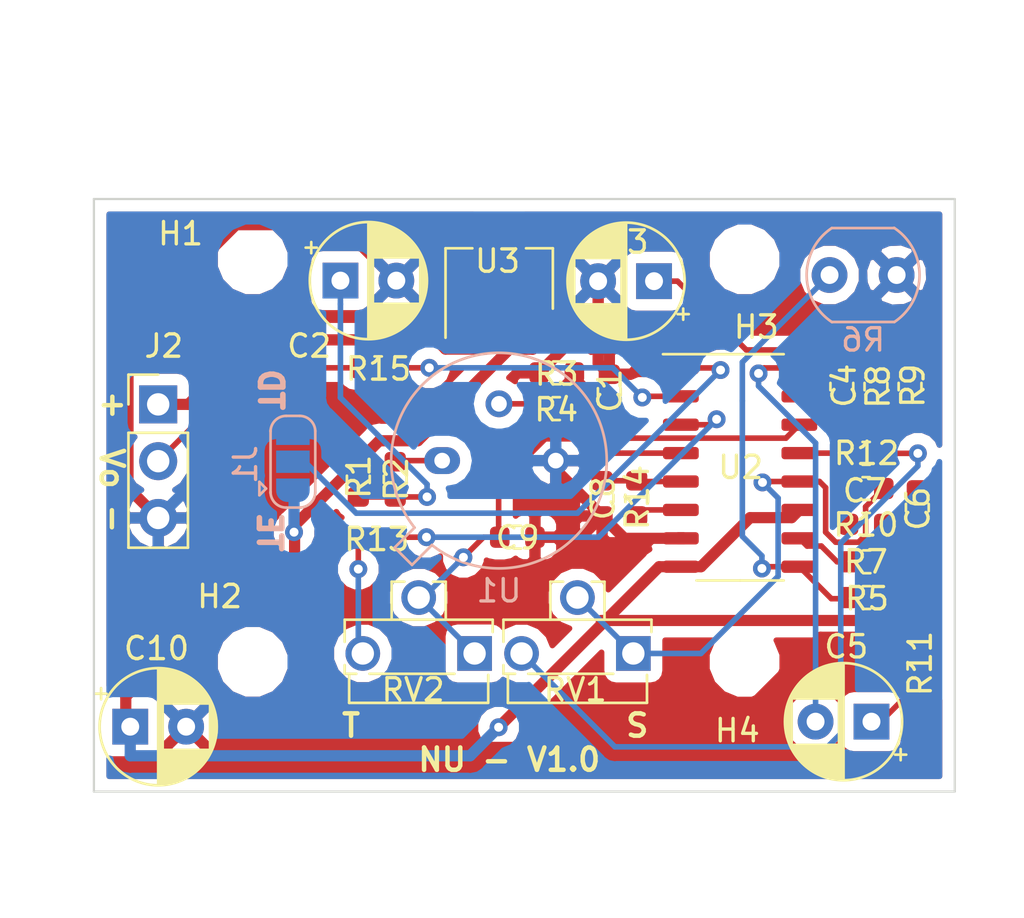
<source format=kicad_pcb>
(kicad_pcb (version 20171130) (host pcbnew 5.0.2-bee76a0~70~ubuntu18.04.1)

  (general
    (thickness 1.6)
    (drawings 22)
    (tracks 210)
    (zones 0)
    (modules 36)
    (nets 26)
  )

  (page A4)
  (layers
    (0 F.Cu signal)
    (31 B.Cu signal)
    (32 B.Adhes user)
    (33 F.Adhes user)
    (34 B.Paste user)
    (35 F.Paste user)
    (36 B.SilkS user)
    (37 F.SilkS user)
    (38 B.Mask user)
    (39 F.Mask user)
    (40 Dwgs.User user)
    (41 Cmts.User user)
    (42 Eco1.User user)
    (43 Eco2.User user)
    (44 Edge.Cuts user)
    (45 Margin user)
    (46 B.CrtYd user)
    (47 F.CrtYd user)
    (48 B.Fab user hide)
    (49 F.Fab user hide)
  )

  (setup
    (last_trace_width 0.25)
    (trace_clearance 0.2)
    (zone_clearance 0.508)
    (zone_45_only no)
    (trace_min 0.2)
    (segment_width 0.2)
    (edge_width 0.1)
    (via_size 0.8)
    (via_drill 0.4)
    (via_min_size 0.4)
    (via_min_drill 0.3)
    (uvia_size 0.3)
    (uvia_drill 0.1)
    (uvias_allowed no)
    (uvia_min_size 0.2)
    (uvia_min_drill 0.1)
    (pcb_text_width 0.3)
    (pcb_text_size 1.5 1.5)
    (mod_edge_width 0.15)
    (mod_text_size 1 1)
    (mod_text_width 0.15)
    (pad_size 1.5 1.5)
    (pad_drill 0.6)
    (pad_to_mask_clearance 0)
    (solder_mask_min_width 0.25)
    (aux_axis_origin 0 0)
    (visible_elements FFFFFF7F)
    (pcbplotparams
      (layerselection 0x010fc_ffffffff)
      (usegerberextensions true)
      (usegerberattributes false)
      (usegerberadvancedattributes false)
      (creategerberjobfile false)
      (excludeedgelayer true)
      (linewidth 0.100000)
      (plotframeref false)
      (viasonmask false)
      (mode 1)
      (useauxorigin false)
      (hpglpennumber 1)
      (hpglpenspeed 20)
      (hpglpendiameter 15.000000)
      (psnegative false)
      (psa4output false)
      (plotreference true)
      (plotvalue true)
      (plotinvisibletext false)
      (padsonsilk false)
      (subtractmaskfromsilk false)
      (outputformat 1)
      (mirror false)
      (drillshape 0)
      (scaleselection 1)
      (outputdirectory "Gerber/"))
  )

  (net 0 "")
  (net 1 GND)
  (net 2 "Net-(C1-Pad1)")
  (net 3 "Net-(C2-Pad1)")
  (net 4 "Net-(C3-Pad1)")
  (net 5 "Net-(C4-Pad2)")
  (net 6 "Net-(C4-Pad1)")
  (net 7 "Net-(C5-Pad1)")
  (net 8 "Net-(C6-Pad2)")
  (net 9 "Net-(C7-Pad1)")
  (net 10 "Net-(C7-Pad2)")
  (net 11 "Net-(C8-Pad2)")
  (net 12 "Net-(C9-Pad2)")
  (net 13 +3V3)
  (net 14 "Net-(J1-Pad2)")
  (net 15 "Net-(J2-Pad2)")
  (net 16 "Net-(J2-Pad1)")
  (net 17 "Net-(R2-Pad2)")
  (net 18 "Net-(R4-Pad1)")
  (net 19 "Net-(R5-Pad2)")
  (net 20 "Net-(R7-Pad1)")
  (net 21 "Net-(R12-Pad2)")
  (net 22 "Net-(R13-Pad1)")
  (net 23 "Net-(R13-Pad2)")
  (net 24 "Net-(R14-Pad2)")
  (net 25 "Net-(R15-Pad2)")

  (net_class Default "This is the default net class."
    (clearance 0.2)
    (trace_width 0.25)
    (via_dia 0.8)
    (via_drill 0.4)
    (uvia_dia 0.3)
    (uvia_drill 0.1)
    (add_net "Net-(C1-Pad1)")
    (add_net "Net-(C2-Pad1)")
    (add_net "Net-(C3-Pad1)")
    (add_net "Net-(C4-Pad1)")
    (add_net "Net-(C4-Pad2)")
    (add_net "Net-(C5-Pad1)")
    (add_net "Net-(C6-Pad2)")
    (add_net "Net-(C7-Pad1)")
    (add_net "Net-(C7-Pad2)")
    (add_net "Net-(C8-Pad2)")
    (add_net "Net-(C9-Pad2)")
    (add_net "Net-(J1-Pad2)")
    (add_net "Net-(J2-Pad2)")
    (add_net "Net-(R12-Pad2)")
    (add_net "Net-(R13-Pad1)")
    (add_net "Net-(R13-Pad2)")
    (add_net "Net-(R14-Pad2)")
    (add_net "Net-(R15-Pad2)")
    (add_net "Net-(R2-Pad2)")
    (add_net "Net-(R4-Pad1)")
    (add_net "Net-(R5-Pad2)")
    (add_net "Net-(R7-Pad1)")
  )

  (net_class PWR ""
    (clearance 0.25)
    (trace_width 0.5)
    (via_dia 0.8)
    (via_drill 0.4)
    (uvia_dia 0.3)
    (uvia_drill 0.1)
    (add_net +3V3)
    (add_net GND)
    (add_net "Net-(J2-Pad1)")
  )

  (module Connector_PinHeader_2.54mm:PinHeader_1x03_P2.54mm_Vertical (layer F.Cu) (tedit 59FED5CC) (tstamp 5D801BA5)
    (at 72.125 59.91)
    (descr "Through hole straight pin header, 1x03, 2.54mm pitch, single row")
    (tags "Through hole pin header THT 1x03 2.54mm single row")
    (path /5D8F3B31)
    (fp_text reference J2 (at 0.25 -2.61) (layer F.SilkS)
      (effects (font (size 1 1) (thickness 0.15)))
    )
    (fp_text value Conn_01x03 (at 0 7.41) (layer F.Fab)
      (effects (font (size 1 1) (thickness 0.15)))
    )
    (fp_text user %R (at 0 2.54 90) (layer F.Fab)
      (effects (font (size 1 1) (thickness 0.15)))
    )
    (fp_line (start 1.8 -1.8) (end -1.8 -1.8) (layer F.CrtYd) (width 0.05))
    (fp_line (start 1.8 6.85) (end 1.8 -1.8) (layer F.CrtYd) (width 0.05))
    (fp_line (start -1.8 6.85) (end 1.8 6.85) (layer F.CrtYd) (width 0.05))
    (fp_line (start -1.8 -1.8) (end -1.8 6.85) (layer F.CrtYd) (width 0.05))
    (fp_line (start -1.33 -1.33) (end 0 -1.33) (layer F.SilkS) (width 0.12))
    (fp_line (start -1.33 0) (end -1.33 -1.33) (layer F.SilkS) (width 0.12))
    (fp_line (start -1.33 1.27) (end 1.33 1.27) (layer F.SilkS) (width 0.12))
    (fp_line (start 1.33 1.27) (end 1.33 6.41) (layer F.SilkS) (width 0.12))
    (fp_line (start -1.33 1.27) (end -1.33 6.41) (layer F.SilkS) (width 0.12))
    (fp_line (start -1.33 6.41) (end 1.33 6.41) (layer F.SilkS) (width 0.12))
    (fp_line (start -1.27 -0.635) (end -0.635 -1.27) (layer F.Fab) (width 0.1))
    (fp_line (start -1.27 6.35) (end -1.27 -0.635) (layer F.Fab) (width 0.1))
    (fp_line (start 1.27 6.35) (end -1.27 6.35) (layer F.Fab) (width 0.1))
    (fp_line (start 1.27 -1.27) (end 1.27 6.35) (layer F.Fab) (width 0.1))
    (fp_line (start -0.635 -1.27) (end 1.27 -1.27) (layer F.Fab) (width 0.1))
    (pad 3 thru_hole oval (at 0 5.08) (size 1.7 1.7) (drill 1) (layers *.Cu *.Mask)
      (net 1 GND))
    (pad 2 thru_hole oval (at 0 2.54) (size 1.7 1.7) (drill 1) (layers *.Cu *.Mask)
      (net 15 "Net-(J2-Pad2)"))
    (pad 1 thru_hole rect (at 0 0) (size 1.7 1.7) (drill 1) (layers *.Cu *.Mask)
      (net 16 "Net-(J2-Pad1)"))
    (model ${KISYS3DMOD}/Connector_PinHeader_2.54mm.3dshapes/PinHeader_1x03_P2.54mm_Vertical.wrl
      (at (xyz 0 0 0))
      (scale (xyz 1 1 1))
      (rotate (xyz 0 0 0))
    )
  )

  (module Capacitor_SMD:C_0603_1608Metric (layer F.Cu) (tedit 5B301BBE) (tstamp 5D7FFAF1)
    (at 92.3 59.35 90)
    (descr "Capacitor SMD 0603 (1608 Metric), square (rectangular) end terminal, IPC_7351 nominal, (Body size source: http://www.tortai-tech.com/upload/download/2011102023233369053.pdf), generated with kicad-footprint-generator")
    (tags capacitor)
    (path /5D71AC86)
    (attr smd)
    (fp_text reference C1 (at 0.05 0.025 90) (layer F.SilkS)
      (effects (font (size 1 1) (thickness 0.15)))
    )
    (fp_text value 0.01uF (at 0 1.43 90) (layer F.Fab)
      (effects (font (size 1 1) (thickness 0.15)))
    )
    (fp_text user %R (at 0 0 90) (layer F.Fab)
      (effects (font (size 0.4 0.4) (thickness 0.06)))
    )
    (fp_line (start 1.48 0.73) (end -1.48 0.73) (layer F.CrtYd) (width 0.05))
    (fp_line (start 1.48 -0.73) (end 1.48 0.73) (layer F.CrtYd) (width 0.05))
    (fp_line (start -1.48 -0.73) (end 1.48 -0.73) (layer F.CrtYd) (width 0.05))
    (fp_line (start -1.48 0.73) (end -1.48 -0.73) (layer F.CrtYd) (width 0.05))
    (fp_line (start -0.162779 0.51) (end 0.162779 0.51) (layer F.SilkS) (width 0.12))
    (fp_line (start -0.162779 -0.51) (end 0.162779 -0.51) (layer F.SilkS) (width 0.12))
    (fp_line (start 0.8 0.4) (end -0.8 0.4) (layer F.Fab) (width 0.1))
    (fp_line (start 0.8 -0.4) (end 0.8 0.4) (layer F.Fab) (width 0.1))
    (fp_line (start -0.8 -0.4) (end 0.8 -0.4) (layer F.Fab) (width 0.1))
    (fp_line (start -0.8 0.4) (end -0.8 -0.4) (layer F.Fab) (width 0.1))
    (pad 2 smd roundrect (at 0.7875 0 90) (size 0.875 0.95) (layers F.Cu F.Paste F.Mask) (roundrect_rratio 0.25)
      (net 1 GND))
    (pad 1 smd roundrect (at -0.7875 0 90) (size 0.875 0.95) (layers F.Cu F.Paste F.Mask) (roundrect_rratio 0.25)
      (net 2 "Net-(C1-Pad1)"))
    (model ${KISYS3DMOD}/Capacitor_SMD.3dshapes/C_0603_1608Metric.wrl
      (at (xyz 0 0 0))
      (scale (xyz 1 1 1))
      (rotate (xyz 0 0 0))
    )
  )

  (module Capacitor_THT:CP_Radial_D5.0mm_P2.50mm (layer F.Cu) (tedit 5AE50EF0) (tstamp 5D7F6A93)
    (at 80.275 54.375)
    (descr "CP, Radial series, Radial, pin pitch=2.50mm, , diameter=5mm, Electrolytic Capacitor")
    (tags "CP Radial series Radial pin pitch 2.50mm  diameter 5mm Electrolytic Capacitor")
    (path /5D740D80)
    (fp_text reference C2 (at -1.4 2.925) (layer F.SilkS)
      (effects (font (size 1 1) (thickness 0.15)))
    )
    (fp_text value 47uF (at 1.25 3.75) (layer F.Fab)
      (effects (font (size 1 1) (thickness 0.15)))
    )
    (fp_circle (center 1.25 0) (end 3.75 0) (layer F.Fab) (width 0.1))
    (fp_circle (center 1.25 0) (end 3.87 0) (layer F.SilkS) (width 0.12))
    (fp_circle (center 1.25 0) (end 4 0) (layer F.CrtYd) (width 0.05))
    (fp_line (start -0.883605 -1.0875) (end -0.383605 -1.0875) (layer F.Fab) (width 0.1))
    (fp_line (start -0.633605 -1.3375) (end -0.633605 -0.8375) (layer F.Fab) (width 0.1))
    (fp_line (start 1.25 -2.58) (end 1.25 2.58) (layer F.SilkS) (width 0.12))
    (fp_line (start 1.29 -2.58) (end 1.29 2.58) (layer F.SilkS) (width 0.12))
    (fp_line (start 1.33 -2.579) (end 1.33 2.579) (layer F.SilkS) (width 0.12))
    (fp_line (start 1.37 -2.578) (end 1.37 2.578) (layer F.SilkS) (width 0.12))
    (fp_line (start 1.41 -2.576) (end 1.41 2.576) (layer F.SilkS) (width 0.12))
    (fp_line (start 1.45 -2.573) (end 1.45 2.573) (layer F.SilkS) (width 0.12))
    (fp_line (start 1.49 -2.569) (end 1.49 -1.04) (layer F.SilkS) (width 0.12))
    (fp_line (start 1.49 1.04) (end 1.49 2.569) (layer F.SilkS) (width 0.12))
    (fp_line (start 1.53 -2.565) (end 1.53 -1.04) (layer F.SilkS) (width 0.12))
    (fp_line (start 1.53 1.04) (end 1.53 2.565) (layer F.SilkS) (width 0.12))
    (fp_line (start 1.57 -2.561) (end 1.57 -1.04) (layer F.SilkS) (width 0.12))
    (fp_line (start 1.57 1.04) (end 1.57 2.561) (layer F.SilkS) (width 0.12))
    (fp_line (start 1.61 -2.556) (end 1.61 -1.04) (layer F.SilkS) (width 0.12))
    (fp_line (start 1.61 1.04) (end 1.61 2.556) (layer F.SilkS) (width 0.12))
    (fp_line (start 1.65 -2.55) (end 1.65 -1.04) (layer F.SilkS) (width 0.12))
    (fp_line (start 1.65 1.04) (end 1.65 2.55) (layer F.SilkS) (width 0.12))
    (fp_line (start 1.69 -2.543) (end 1.69 -1.04) (layer F.SilkS) (width 0.12))
    (fp_line (start 1.69 1.04) (end 1.69 2.543) (layer F.SilkS) (width 0.12))
    (fp_line (start 1.73 -2.536) (end 1.73 -1.04) (layer F.SilkS) (width 0.12))
    (fp_line (start 1.73 1.04) (end 1.73 2.536) (layer F.SilkS) (width 0.12))
    (fp_line (start 1.77 -2.528) (end 1.77 -1.04) (layer F.SilkS) (width 0.12))
    (fp_line (start 1.77 1.04) (end 1.77 2.528) (layer F.SilkS) (width 0.12))
    (fp_line (start 1.81 -2.52) (end 1.81 -1.04) (layer F.SilkS) (width 0.12))
    (fp_line (start 1.81 1.04) (end 1.81 2.52) (layer F.SilkS) (width 0.12))
    (fp_line (start 1.85 -2.511) (end 1.85 -1.04) (layer F.SilkS) (width 0.12))
    (fp_line (start 1.85 1.04) (end 1.85 2.511) (layer F.SilkS) (width 0.12))
    (fp_line (start 1.89 -2.501) (end 1.89 -1.04) (layer F.SilkS) (width 0.12))
    (fp_line (start 1.89 1.04) (end 1.89 2.501) (layer F.SilkS) (width 0.12))
    (fp_line (start 1.93 -2.491) (end 1.93 -1.04) (layer F.SilkS) (width 0.12))
    (fp_line (start 1.93 1.04) (end 1.93 2.491) (layer F.SilkS) (width 0.12))
    (fp_line (start 1.971 -2.48) (end 1.971 -1.04) (layer F.SilkS) (width 0.12))
    (fp_line (start 1.971 1.04) (end 1.971 2.48) (layer F.SilkS) (width 0.12))
    (fp_line (start 2.011 -2.468) (end 2.011 -1.04) (layer F.SilkS) (width 0.12))
    (fp_line (start 2.011 1.04) (end 2.011 2.468) (layer F.SilkS) (width 0.12))
    (fp_line (start 2.051 -2.455) (end 2.051 -1.04) (layer F.SilkS) (width 0.12))
    (fp_line (start 2.051 1.04) (end 2.051 2.455) (layer F.SilkS) (width 0.12))
    (fp_line (start 2.091 -2.442) (end 2.091 -1.04) (layer F.SilkS) (width 0.12))
    (fp_line (start 2.091 1.04) (end 2.091 2.442) (layer F.SilkS) (width 0.12))
    (fp_line (start 2.131 -2.428) (end 2.131 -1.04) (layer F.SilkS) (width 0.12))
    (fp_line (start 2.131 1.04) (end 2.131 2.428) (layer F.SilkS) (width 0.12))
    (fp_line (start 2.171 -2.414) (end 2.171 -1.04) (layer F.SilkS) (width 0.12))
    (fp_line (start 2.171 1.04) (end 2.171 2.414) (layer F.SilkS) (width 0.12))
    (fp_line (start 2.211 -2.398) (end 2.211 -1.04) (layer F.SilkS) (width 0.12))
    (fp_line (start 2.211 1.04) (end 2.211 2.398) (layer F.SilkS) (width 0.12))
    (fp_line (start 2.251 -2.382) (end 2.251 -1.04) (layer F.SilkS) (width 0.12))
    (fp_line (start 2.251 1.04) (end 2.251 2.382) (layer F.SilkS) (width 0.12))
    (fp_line (start 2.291 -2.365) (end 2.291 -1.04) (layer F.SilkS) (width 0.12))
    (fp_line (start 2.291 1.04) (end 2.291 2.365) (layer F.SilkS) (width 0.12))
    (fp_line (start 2.331 -2.348) (end 2.331 -1.04) (layer F.SilkS) (width 0.12))
    (fp_line (start 2.331 1.04) (end 2.331 2.348) (layer F.SilkS) (width 0.12))
    (fp_line (start 2.371 -2.329) (end 2.371 -1.04) (layer F.SilkS) (width 0.12))
    (fp_line (start 2.371 1.04) (end 2.371 2.329) (layer F.SilkS) (width 0.12))
    (fp_line (start 2.411 -2.31) (end 2.411 -1.04) (layer F.SilkS) (width 0.12))
    (fp_line (start 2.411 1.04) (end 2.411 2.31) (layer F.SilkS) (width 0.12))
    (fp_line (start 2.451 -2.29) (end 2.451 -1.04) (layer F.SilkS) (width 0.12))
    (fp_line (start 2.451 1.04) (end 2.451 2.29) (layer F.SilkS) (width 0.12))
    (fp_line (start 2.491 -2.268) (end 2.491 -1.04) (layer F.SilkS) (width 0.12))
    (fp_line (start 2.491 1.04) (end 2.491 2.268) (layer F.SilkS) (width 0.12))
    (fp_line (start 2.531 -2.247) (end 2.531 -1.04) (layer F.SilkS) (width 0.12))
    (fp_line (start 2.531 1.04) (end 2.531 2.247) (layer F.SilkS) (width 0.12))
    (fp_line (start 2.571 -2.224) (end 2.571 -1.04) (layer F.SilkS) (width 0.12))
    (fp_line (start 2.571 1.04) (end 2.571 2.224) (layer F.SilkS) (width 0.12))
    (fp_line (start 2.611 -2.2) (end 2.611 -1.04) (layer F.SilkS) (width 0.12))
    (fp_line (start 2.611 1.04) (end 2.611 2.2) (layer F.SilkS) (width 0.12))
    (fp_line (start 2.651 -2.175) (end 2.651 -1.04) (layer F.SilkS) (width 0.12))
    (fp_line (start 2.651 1.04) (end 2.651 2.175) (layer F.SilkS) (width 0.12))
    (fp_line (start 2.691 -2.149) (end 2.691 -1.04) (layer F.SilkS) (width 0.12))
    (fp_line (start 2.691 1.04) (end 2.691 2.149) (layer F.SilkS) (width 0.12))
    (fp_line (start 2.731 -2.122) (end 2.731 -1.04) (layer F.SilkS) (width 0.12))
    (fp_line (start 2.731 1.04) (end 2.731 2.122) (layer F.SilkS) (width 0.12))
    (fp_line (start 2.771 -2.095) (end 2.771 -1.04) (layer F.SilkS) (width 0.12))
    (fp_line (start 2.771 1.04) (end 2.771 2.095) (layer F.SilkS) (width 0.12))
    (fp_line (start 2.811 -2.065) (end 2.811 -1.04) (layer F.SilkS) (width 0.12))
    (fp_line (start 2.811 1.04) (end 2.811 2.065) (layer F.SilkS) (width 0.12))
    (fp_line (start 2.851 -2.035) (end 2.851 -1.04) (layer F.SilkS) (width 0.12))
    (fp_line (start 2.851 1.04) (end 2.851 2.035) (layer F.SilkS) (width 0.12))
    (fp_line (start 2.891 -2.004) (end 2.891 -1.04) (layer F.SilkS) (width 0.12))
    (fp_line (start 2.891 1.04) (end 2.891 2.004) (layer F.SilkS) (width 0.12))
    (fp_line (start 2.931 -1.971) (end 2.931 -1.04) (layer F.SilkS) (width 0.12))
    (fp_line (start 2.931 1.04) (end 2.931 1.971) (layer F.SilkS) (width 0.12))
    (fp_line (start 2.971 -1.937) (end 2.971 -1.04) (layer F.SilkS) (width 0.12))
    (fp_line (start 2.971 1.04) (end 2.971 1.937) (layer F.SilkS) (width 0.12))
    (fp_line (start 3.011 -1.901) (end 3.011 -1.04) (layer F.SilkS) (width 0.12))
    (fp_line (start 3.011 1.04) (end 3.011 1.901) (layer F.SilkS) (width 0.12))
    (fp_line (start 3.051 -1.864) (end 3.051 -1.04) (layer F.SilkS) (width 0.12))
    (fp_line (start 3.051 1.04) (end 3.051 1.864) (layer F.SilkS) (width 0.12))
    (fp_line (start 3.091 -1.826) (end 3.091 -1.04) (layer F.SilkS) (width 0.12))
    (fp_line (start 3.091 1.04) (end 3.091 1.826) (layer F.SilkS) (width 0.12))
    (fp_line (start 3.131 -1.785) (end 3.131 -1.04) (layer F.SilkS) (width 0.12))
    (fp_line (start 3.131 1.04) (end 3.131 1.785) (layer F.SilkS) (width 0.12))
    (fp_line (start 3.171 -1.743) (end 3.171 -1.04) (layer F.SilkS) (width 0.12))
    (fp_line (start 3.171 1.04) (end 3.171 1.743) (layer F.SilkS) (width 0.12))
    (fp_line (start 3.211 -1.699) (end 3.211 -1.04) (layer F.SilkS) (width 0.12))
    (fp_line (start 3.211 1.04) (end 3.211 1.699) (layer F.SilkS) (width 0.12))
    (fp_line (start 3.251 -1.653) (end 3.251 -1.04) (layer F.SilkS) (width 0.12))
    (fp_line (start 3.251 1.04) (end 3.251 1.653) (layer F.SilkS) (width 0.12))
    (fp_line (start 3.291 -1.605) (end 3.291 -1.04) (layer F.SilkS) (width 0.12))
    (fp_line (start 3.291 1.04) (end 3.291 1.605) (layer F.SilkS) (width 0.12))
    (fp_line (start 3.331 -1.554) (end 3.331 -1.04) (layer F.SilkS) (width 0.12))
    (fp_line (start 3.331 1.04) (end 3.331 1.554) (layer F.SilkS) (width 0.12))
    (fp_line (start 3.371 -1.5) (end 3.371 -1.04) (layer F.SilkS) (width 0.12))
    (fp_line (start 3.371 1.04) (end 3.371 1.5) (layer F.SilkS) (width 0.12))
    (fp_line (start 3.411 -1.443) (end 3.411 -1.04) (layer F.SilkS) (width 0.12))
    (fp_line (start 3.411 1.04) (end 3.411 1.443) (layer F.SilkS) (width 0.12))
    (fp_line (start 3.451 -1.383) (end 3.451 -1.04) (layer F.SilkS) (width 0.12))
    (fp_line (start 3.451 1.04) (end 3.451 1.383) (layer F.SilkS) (width 0.12))
    (fp_line (start 3.491 -1.319) (end 3.491 -1.04) (layer F.SilkS) (width 0.12))
    (fp_line (start 3.491 1.04) (end 3.491 1.319) (layer F.SilkS) (width 0.12))
    (fp_line (start 3.531 -1.251) (end 3.531 -1.04) (layer F.SilkS) (width 0.12))
    (fp_line (start 3.531 1.04) (end 3.531 1.251) (layer F.SilkS) (width 0.12))
    (fp_line (start 3.571 -1.178) (end 3.571 1.178) (layer F.SilkS) (width 0.12))
    (fp_line (start 3.611 -1.098) (end 3.611 1.098) (layer F.SilkS) (width 0.12))
    (fp_line (start 3.651 -1.011) (end 3.651 1.011) (layer F.SilkS) (width 0.12))
    (fp_line (start 3.691 -0.915) (end 3.691 0.915) (layer F.SilkS) (width 0.12))
    (fp_line (start 3.731 -0.805) (end 3.731 0.805) (layer F.SilkS) (width 0.12))
    (fp_line (start 3.771 -0.677) (end 3.771 0.677) (layer F.SilkS) (width 0.12))
    (fp_line (start 3.811 -0.518) (end 3.811 0.518) (layer F.SilkS) (width 0.12))
    (fp_line (start 3.851 -0.284) (end 3.851 0.284) (layer F.SilkS) (width 0.12))
    (fp_line (start -1.554775 -1.475) (end -1.054775 -1.475) (layer F.SilkS) (width 0.12))
    (fp_line (start -1.304775 -1.725) (end -1.304775 -1.225) (layer F.SilkS) (width 0.12))
    (fp_text user %R (at 1.25 0) (layer F.Fab)
      (effects (font (size 1 1) (thickness 0.15)))
    )
    (pad 1 thru_hole rect (at 0 0) (size 1.6 1.6) (drill 0.8) (layers *.Cu *.Mask)
      (net 3 "Net-(C2-Pad1)"))
    (pad 2 thru_hole circle (at 2.5 0) (size 1.6 1.6) (drill 0.8) (layers *.Cu *.Mask)
      (net 1 GND))
    (model ${KISYS3DMOD}/Capacitor_THT.3dshapes/CP_Radial_D5.0mm_P2.50mm.wrl
      (at (xyz 0 0 0))
      (scale (xyz 1 1 1))
      (rotate (xyz 0 0 0))
    )
  )

  (module Capacitor_THT:CP_Radial_D5.0mm_P2.50mm (layer F.Cu) (tedit 5AE50EF0) (tstamp 5D8015FB)
    (at 94.3 54.4 180)
    (descr "CP, Radial series, Radial, pin pitch=2.50mm, , diameter=5mm, Electrolytic Capacitor")
    (tags "CP Radial series Radial pin pitch 2.50mm  diameter 5mm Electrolytic Capacitor")
    (path /5D77D26F)
    (fp_text reference C3 (at 1.225 1.75 180) (layer F.SilkS)
      (effects (font (size 1 1) (thickness 0.15)))
    )
    (fp_text value 47uF (at 1.25 3.75 180) (layer F.Fab)
      (effects (font (size 1 1) (thickness 0.15)))
    )
    (fp_text user %R (at 1.25 0 180) (layer F.Fab)
      (effects (font (size 1 1) (thickness 0.15)))
    )
    (fp_line (start -1.304775 -1.725) (end -1.304775 -1.225) (layer F.SilkS) (width 0.12))
    (fp_line (start -1.554775 -1.475) (end -1.054775 -1.475) (layer F.SilkS) (width 0.12))
    (fp_line (start 3.851 -0.284) (end 3.851 0.284) (layer F.SilkS) (width 0.12))
    (fp_line (start 3.811 -0.518) (end 3.811 0.518) (layer F.SilkS) (width 0.12))
    (fp_line (start 3.771 -0.677) (end 3.771 0.677) (layer F.SilkS) (width 0.12))
    (fp_line (start 3.731 -0.805) (end 3.731 0.805) (layer F.SilkS) (width 0.12))
    (fp_line (start 3.691 -0.915) (end 3.691 0.915) (layer F.SilkS) (width 0.12))
    (fp_line (start 3.651 -1.011) (end 3.651 1.011) (layer F.SilkS) (width 0.12))
    (fp_line (start 3.611 -1.098) (end 3.611 1.098) (layer F.SilkS) (width 0.12))
    (fp_line (start 3.571 -1.178) (end 3.571 1.178) (layer F.SilkS) (width 0.12))
    (fp_line (start 3.531 1.04) (end 3.531 1.251) (layer F.SilkS) (width 0.12))
    (fp_line (start 3.531 -1.251) (end 3.531 -1.04) (layer F.SilkS) (width 0.12))
    (fp_line (start 3.491 1.04) (end 3.491 1.319) (layer F.SilkS) (width 0.12))
    (fp_line (start 3.491 -1.319) (end 3.491 -1.04) (layer F.SilkS) (width 0.12))
    (fp_line (start 3.451 1.04) (end 3.451 1.383) (layer F.SilkS) (width 0.12))
    (fp_line (start 3.451 -1.383) (end 3.451 -1.04) (layer F.SilkS) (width 0.12))
    (fp_line (start 3.411 1.04) (end 3.411 1.443) (layer F.SilkS) (width 0.12))
    (fp_line (start 3.411 -1.443) (end 3.411 -1.04) (layer F.SilkS) (width 0.12))
    (fp_line (start 3.371 1.04) (end 3.371 1.5) (layer F.SilkS) (width 0.12))
    (fp_line (start 3.371 -1.5) (end 3.371 -1.04) (layer F.SilkS) (width 0.12))
    (fp_line (start 3.331 1.04) (end 3.331 1.554) (layer F.SilkS) (width 0.12))
    (fp_line (start 3.331 -1.554) (end 3.331 -1.04) (layer F.SilkS) (width 0.12))
    (fp_line (start 3.291 1.04) (end 3.291 1.605) (layer F.SilkS) (width 0.12))
    (fp_line (start 3.291 -1.605) (end 3.291 -1.04) (layer F.SilkS) (width 0.12))
    (fp_line (start 3.251 1.04) (end 3.251 1.653) (layer F.SilkS) (width 0.12))
    (fp_line (start 3.251 -1.653) (end 3.251 -1.04) (layer F.SilkS) (width 0.12))
    (fp_line (start 3.211 1.04) (end 3.211 1.699) (layer F.SilkS) (width 0.12))
    (fp_line (start 3.211 -1.699) (end 3.211 -1.04) (layer F.SilkS) (width 0.12))
    (fp_line (start 3.171 1.04) (end 3.171 1.743) (layer F.SilkS) (width 0.12))
    (fp_line (start 3.171 -1.743) (end 3.171 -1.04) (layer F.SilkS) (width 0.12))
    (fp_line (start 3.131 1.04) (end 3.131 1.785) (layer F.SilkS) (width 0.12))
    (fp_line (start 3.131 -1.785) (end 3.131 -1.04) (layer F.SilkS) (width 0.12))
    (fp_line (start 3.091 1.04) (end 3.091 1.826) (layer F.SilkS) (width 0.12))
    (fp_line (start 3.091 -1.826) (end 3.091 -1.04) (layer F.SilkS) (width 0.12))
    (fp_line (start 3.051 1.04) (end 3.051 1.864) (layer F.SilkS) (width 0.12))
    (fp_line (start 3.051 -1.864) (end 3.051 -1.04) (layer F.SilkS) (width 0.12))
    (fp_line (start 3.011 1.04) (end 3.011 1.901) (layer F.SilkS) (width 0.12))
    (fp_line (start 3.011 -1.901) (end 3.011 -1.04) (layer F.SilkS) (width 0.12))
    (fp_line (start 2.971 1.04) (end 2.971 1.937) (layer F.SilkS) (width 0.12))
    (fp_line (start 2.971 -1.937) (end 2.971 -1.04) (layer F.SilkS) (width 0.12))
    (fp_line (start 2.931 1.04) (end 2.931 1.971) (layer F.SilkS) (width 0.12))
    (fp_line (start 2.931 -1.971) (end 2.931 -1.04) (layer F.SilkS) (width 0.12))
    (fp_line (start 2.891 1.04) (end 2.891 2.004) (layer F.SilkS) (width 0.12))
    (fp_line (start 2.891 -2.004) (end 2.891 -1.04) (layer F.SilkS) (width 0.12))
    (fp_line (start 2.851 1.04) (end 2.851 2.035) (layer F.SilkS) (width 0.12))
    (fp_line (start 2.851 -2.035) (end 2.851 -1.04) (layer F.SilkS) (width 0.12))
    (fp_line (start 2.811 1.04) (end 2.811 2.065) (layer F.SilkS) (width 0.12))
    (fp_line (start 2.811 -2.065) (end 2.811 -1.04) (layer F.SilkS) (width 0.12))
    (fp_line (start 2.771 1.04) (end 2.771 2.095) (layer F.SilkS) (width 0.12))
    (fp_line (start 2.771 -2.095) (end 2.771 -1.04) (layer F.SilkS) (width 0.12))
    (fp_line (start 2.731 1.04) (end 2.731 2.122) (layer F.SilkS) (width 0.12))
    (fp_line (start 2.731 -2.122) (end 2.731 -1.04) (layer F.SilkS) (width 0.12))
    (fp_line (start 2.691 1.04) (end 2.691 2.149) (layer F.SilkS) (width 0.12))
    (fp_line (start 2.691 -2.149) (end 2.691 -1.04) (layer F.SilkS) (width 0.12))
    (fp_line (start 2.651 1.04) (end 2.651 2.175) (layer F.SilkS) (width 0.12))
    (fp_line (start 2.651 -2.175) (end 2.651 -1.04) (layer F.SilkS) (width 0.12))
    (fp_line (start 2.611 1.04) (end 2.611 2.2) (layer F.SilkS) (width 0.12))
    (fp_line (start 2.611 -2.2) (end 2.611 -1.04) (layer F.SilkS) (width 0.12))
    (fp_line (start 2.571 1.04) (end 2.571 2.224) (layer F.SilkS) (width 0.12))
    (fp_line (start 2.571 -2.224) (end 2.571 -1.04) (layer F.SilkS) (width 0.12))
    (fp_line (start 2.531 1.04) (end 2.531 2.247) (layer F.SilkS) (width 0.12))
    (fp_line (start 2.531 -2.247) (end 2.531 -1.04) (layer F.SilkS) (width 0.12))
    (fp_line (start 2.491 1.04) (end 2.491 2.268) (layer F.SilkS) (width 0.12))
    (fp_line (start 2.491 -2.268) (end 2.491 -1.04) (layer F.SilkS) (width 0.12))
    (fp_line (start 2.451 1.04) (end 2.451 2.29) (layer F.SilkS) (width 0.12))
    (fp_line (start 2.451 -2.29) (end 2.451 -1.04) (layer F.SilkS) (width 0.12))
    (fp_line (start 2.411 1.04) (end 2.411 2.31) (layer F.SilkS) (width 0.12))
    (fp_line (start 2.411 -2.31) (end 2.411 -1.04) (layer F.SilkS) (width 0.12))
    (fp_line (start 2.371 1.04) (end 2.371 2.329) (layer F.SilkS) (width 0.12))
    (fp_line (start 2.371 -2.329) (end 2.371 -1.04) (layer F.SilkS) (width 0.12))
    (fp_line (start 2.331 1.04) (end 2.331 2.348) (layer F.SilkS) (width 0.12))
    (fp_line (start 2.331 -2.348) (end 2.331 -1.04) (layer F.SilkS) (width 0.12))
    (fp_line (start 2.291 1.04) (end 2.291 2.365) (layer F.SilkS) (width 0.12))
    (fp_line (start 2.291 -2.365) (end 2.291 -1.04) (layer F.SilkS) (width 0.12))
    (fp_line (start 2.251 1.04) (end 2.251 2.382) (layer F.SilkS) (width 0.12))
    (fp_line (start 2.251 -2.382) (end 2.251 -1.04) (layer F.SilkS) (width 0.12))
    (fp_line (start 2.211 1.04) (end 2.211 2.398) (layer F.SilkS) (width 0.12))
    (fp_line (start 2.211 -2.398) (end 2.211 -1.04) (layer F.SilkS) (width 0.12))
    (fp_line (start 2.171 1.04) (end 2.171 2.414) (layer F.SilkS) (width 0.12))
    (fp_line (start 2.171 -2.414) (end 2.171 -1.04) (layer F.SilkS) (width 0.12))
    (fp_line (start 2.131 1.04) (end 2.131 2.428) (layer F.SilkS) (width 0.12))
    (fp_line (start 2.131 -2.428) (end 2.131 -1.04) (layer F.SilkS) (width 0.12))
    (fp_line (start 2.091 1.04) (end 2.091 2.442) (layer F.SilkS) (width 0.12))
    (fp_line (start 2.091 -2.442) (end 2.091 -1.04) (layer F.SilkS) (width 0.12))
    (fp_line (start 2.051 1.04) (end 2.051 2.455) (layer F.SilkS) (width 0.12))
    (fp_line (start 2.051 -2.455) (end 2.051 -1.04) (layer F.SilkS) (width 0.12))
    (fp_line (start 2.011 1.04) (end 2.011 2.468) (layer F.SilkS) (width 0.12))
    (fp_line (start 2.011 -2.468) (end 2.011 -1.04) (layer F.SilkS) (width 0.12))
    (fp_line (start 1.971 1.04) (end 1.971 2.48) (layer F.SilkS) (width 0.12))
    (fp_line (start 1.971 -2.48) (end 1.971 -1.04) (layer F.SilkS) (width 0.12))
    (fp_line (start 1.93 1.04) (end 1.93 2.491) (layer F.SilkS) (width 0.12))
    (fp_line (start 1.93 -2.491) (end 1.93 -1.04) (layer F.SilkS) (width 0.12))
    (fp_line (start 1.89 1.04) (end 1.89 2.501) (layer F.SilkS) (width 0.12))
    (fp_line (start 1.89 -2.501) (end 1.89 -1.04) (layer F.SilkS) (width 0.12))
    (fp_line (start 1.85 1.04) (end 1.85 2.511) (layer F.SilkS) (width 0.12))
    (fp_line (start 1.85 -2.511) (end 1.85 -1.04) (layer F.SilkS) (width 0.12))
    (fp_line (start 1.81 1.04) (end 1.81 2.52) (layer F.SilkS) (width 0.12))
    (fp_line (start 1.81 -2.52) (end 1.81 -1.04) (layer F.SilkS) (width 0.12))
    (fp_line (start 1.77 1.04) (end 1.77 2.528) (layer F.SilkS) (width 0.12))
    (fp_line (start 1.77 -2.528) (end 1.77 -1.04) (layer F.SilkS) (width 0.12))
    (fp_line (start 1.73 1.04) (end 1.73 2.536) (layer F.SilkS) (width 0.12))
    (fp_line (start 1.73 -2.536) (end 1.73 -1.04) (layer F.SilkS) (width 0.12))
    (fp_line (start 1.69 1.04) (end 1.69 2.543) (layer F.SilkS) (width 0.12))
    (fp_line (start 1.69 -2.543) (end 1.69 -1.04) (layer F.SilkS) (width 0.12))
    (fp_line (start 1.65 1.04) (end 1.65 2.55) (layer F.SilkS) (width 0.12))
    (fp_line (start 1.65 -2.55) (end 1.65 -1.04) (layer F.SilkS) (width 0.12))
    (fp_line (start 1.61 1.04) (end 1.61 2.556) (layer F.SilkS) (width 0.12))
    (fp_line (start 1.61 -2.556) (end 1.61 -1.04) (layer F.SilkS) (width 0.12))
    (fp_line (start 1.57 1.04) (end 1.57 2.561) (layer F.SilkS) (width 0.12))
    (fp_line (start 1.57 -2.561) (end 1.57 -1.04) (layer F.SilkS) (width 0.12))
    (fp_line (start 1.53 1.04) (end 1.53 2.565) (layer F.SilkS) (width 0.12))
    (fp_line (start 1.53 -2.565) (end 1.53 -1.04) (layer F.SilkS) (width 0.12))
    (fp_line (start 1.49 1.04) (end 1.49 2.569) (layer F.SilkS) (width 0.12))
    (fp_line (start 1.49 -2.569) (end 1.49 -1.04) (layer F.SilkS) (width 0.12))
    (fp_line (start 1.45 -2.573) (end 1.45 2.573) (layer F.SilkS) (width 0.12))
    (fp_line (start 1.41 -2.576) (end 1.41 2.576) (layer F.SilkS) (width 0.12))
    (fp_line (start 1.37 -2.578) (end 1.37 2.578) (layer F.SilkS) (width 0.12))
    (fp_line (start 1.33 -2.579) (end 1.33 2.579) (layer F.SilkS) (width 0.12))
    (fp_line (start 1.29 -2.58) (end 1.29 2.58) (layer F.SilkS) (width 0.12))
    (fp_line (start 1.25 -2.58) (end 1.25 2.58) (layer F.SilkS) (width 0.12))
    (fp_line (start -0.633605 -1.3375) (end -0.633605 -0.8375) (layer F.Fab) (width 0.1))
    (fp_line (start -0.883605 -1.0875) (end -0.383605 -1.0875) (layer F.Fab) (width 0.1))
    (fp_circle (center 1.25 0) (end 4 0) (layer F.CrtYd) (width 0.05))
    (fp_circle (center 1.25 0) (end 3.87 0) (layer F.SilkS) (width 0.12))
    (fp_circle (center 1.25 0) (end 3.75 0) (layer F.Fab) (width 0.1))
    (pad 2 thru_hole circle (at 2.5 0 180) (size 1.6 1.6) (drill 0.8) (layers *.Cu *.Mask)
      (net 1 GND))
    (pad 1 thru_hole rect (at 0 0 180) (size 1.6 1.6) (drill 0.8) (layers *.Cu *.Mask)
      (net 4 "Net-(C3-Pad1)"))
    (model ${KISYS3DMOD}/Capacitor_THT.3dshapes/CP_Radial_D5.0mm_P2.50mm.wrl
      (at (xyz 0 0 0))
      (scale (xyz 1 1 1))
      (rotate (xyz 0 0 0))
    )
  )

  (module Capacitor_SMD:C_0603_1608Metric (layer F.Cu) (tedit 5B301BBE) (tstamp 5D800648)
    (at 102.7 59.1125 270)
    (descr "Capacitor SMD 0603 (1608 Metric), square (rectangular) end terminal, IPC_7351 nominal, (Body size source: http://www.tortai-tech.com/upload/download/2011102023233369053.pdf), generated with kicad-footprint-generator")
    (tags capacitor)
    (path /5D77116C)
    (attr smd)
    (fp_text reference C4 (at -0.0375 -0.1 270) (layer F.SilkS)
      (effects (font (size 1 1) (thickness 0.15)))
    )
    (fp_text value 0.01uF (at 0 1.43 270) (layer F.Fab)
      (effects (font (size 1 1) (thickness 0.15)))
    )
    (fp_text user %R (at 0 0 270) (layer F.Fab)
      (effects (font (size 0.4 0.4) (thickness 0.06)))
    )
    (fp_line (start 1.48 0.73) (end -1.48 0.73) (layer F.CrtYd) (width 0.05))
    (fp_line (start 1.48 -0.73) (end 1.48 0.73) (layer F.CrtYd) (width 0.05))
    (fp_line (start -1.48 -0.73) (end 1.48 -0.73) (layer F.CrtYd) (width 0.05))
    (fp_line (start -1.48 0.73) (end -1.48 -0.73) (layer F.CrtYd) (width 0.05))
    (fp_line (start -0.162779 0.51) (end 0.162779 0.51) (layer F.SilkS) (width 0.12))
    (fp_line (start -0.162779 -0.51) (end 0.162779 -0.51) (layer F.SilkS) (width 0.12))
    (fp_line (start 0.8 0.4) (end -0.8 0.4) (layer F.Fab) (width 0.1))
    (fp_line (start 0.8 -0.4) (end 0.8 0.4) (layer F.Fab) (width 0.1))
    (fp_line (start -0.8 -0.4) (end 0.8 -0.4) (layer F.Fab) (width 0.1))
    (fp_line (start -0.8 0.4) (end -0.8 -0.4) (layer F.Fab) (width 0.1))
    (pad 2 smd roundrect (at 0.7875 0 270) (size 0.875 0.95) (layers F.Cu F.Paste F.Mask) (roundrect_rratio 0.25)
      (net 5 "Net-(C4-Pad2)"))
    (pad 1 smd roundrect (at -0.7875 0 270) (size 0.875 0.95) (layers F.Cu F.Paste F.Mask) (roundrect_rratio 0.25)
      (net 6 "Net-(C4-Pad1)"))
    (model ${KISYS3DMOD}/Capacitor_SMD.3dshapes/C_0603_1608Metric.wrl
      (at (xyz 0 0 0))
      (scale (xyz 1 1 1))
      (rotate (xyz 0 0 0))
    )
  )

  (module Capacitor_THT:CP_Radial_D5.0mm_P2.50mm (layer F.Cu) (tedit 5AE50EF0) (tstamp 5D7FB26D)
    (at 104.025 74.1 180)
    (descr "CP, Radial series, Radial, pin pitch=2.50mm, , diameter=5mm, Electrolytic Capacitor")
    (tags "CP Radial series Radial pin pitch 2.50mm  diameter 5mm Electrolytic Capacitor")
    (path /5D7A644B)
    (fp_text reference C5 (at 1.125 3.35 180) (layer F.SilkS)
      (effects (font (size 1 1) (thickness 0.15)))
    )
    (fp_text value 22uF (at 1.25 3.75 180) (layer F.Fab)
      (effects (font (size 1 1) (thickness 0.15)))
    )
    (fp_circle (center 1.25 0) (end 3.75 0) (layer F.Fab) (width 0.1))
    (fp_circle (center 1.25 0) (end 3.87 0) (layer F.SilkS) (width 0.12))
    (fp_circle (center 1.25 0) (end 4 0) (layer F.CrtYd) (width 0.05))
    (fp_line (start -0.883605 -1.0875) (end -0.383605 -1.0875) (layer F.Fab) (width 0.1))
    (fp_line (start -0.633605 -1.3375) (end -0.633605 -0.8375) (layer F.Fab) (width 0.1))
    (fp_line (start 1.25 -2.58) (end 1.25 2.58) (layer F.SilkS) (width 0.12))
    (fp_line (start 1.29 -2.58) (end 1.29 2.58) (layer F.SilkS) (width 0.12))
    (fp_line (start 1.33 -2.579) (end 1.33 2.579) (layer F.SilkS) (width 0.12))
    (fp_line (start 1.37 -2.578) (end 1.37 2.578) (layer F.SilkS) (width 0.12))
    (fp_line (start 1.41 -2.576) (end 1.41 2.576) (layer F.SilkS) (width 0.12))
    (fp_line (start 1.45 -2.573) (end 1.45 2.573) (layer F.SilkS) (width 0.12))
    (fp_line (start 1.49 -2.569) (end 1.49 -1.04) (layer F.SilkS) (width 0.12))
    (fp_line (start 1.49 1.04) (end 1.49 2.569) (layer F.SilkS) (width 0.12))
    (fp_line (start 1.53 -2.565) (end 1.53 -1.04) (layer F.SilkS) (width 0.12))
    (fp_line (start 1.53 1.04) (end 1.53 2.565) (layer F.SilkS) (width 0.12))
    (fp_line (start 1.57 -2.561) (end 1.57 -1.04) (layer F.SilkS) (width 0.12))
    (fp_line (start 1.57 1.04) (end 1.57 2.561) (layer F.SilkS) (width 0.12))
    (fp_line (start 1.61 -2.556) (end 1.61 -1.04) (layer F.SilkS) (width 0.12))
    (fp_line (start 1.61 1.04) (end 1.61 2.556) (layer F.SilkS) (width 0.12))
    (fp_line (start 1.65 -2.55) (end 1.65 -1.04) (layer F.SilkS) (width 0.12))
    (fp_line (start 1.65 1.04) (end 1.65 2.55) (layer F.SilkS) (width 0.12))
    (fp_line (start 1.69 -2.543) (end 1.69 -1.04) (layer F.SilkS) (width 0.12))
    (fp_line (start 1.69 1.04) (end 1.69 2.543) (layer F.SilkS) (width 0.12))
    (fp_line (start 1.73 -2.536) (end 1.73 -1.04) (layer F.SilkS) (width 0.12))
    (fp_line (start 1.73 1.04) (end 1.73 2.536) (layer F.SilkS) (width 0.12))
    (fp_line (start 1.77 -2.528) (end 1.77 -1.04) (layer F.SilkS) (width 0.12))
    (fp_line (start 1.77 1.04) (end 1.77 2.528) (layer F.SilkS) (width 0.12))
    (fp_line (start 1.81 -2.52) (end 1.81 -1.04) (layer F.SilkS) (width 0.12))
    (fp_line (start 1.81 1.04) (end 1.81 2.52) (layer F.SilkS) (width 0.12))
    (fp_line (start 1.85 -2.511) (end 1.85 -1.04) (layer F.SilkS) (width 0.12))
    (fp_line (start 1.85 1.04) (end 1.85 2.511) (layer F.SilkS) (width 0.12))
    (fp_line (start 1.89 -2.501) (end 1.89 -1.04) (layer F.SilkS) (width 0.12))
    (fp_line (start 1.89 1.04) (end 1.89 2.501) (layer F.SilkS) (width 0.12))
    (fp_line (start 1.93 -2.491) (end 1.93 -1.04) (layer F.SilkS) (width 0.12))
    (fp_line (start 1.93 1.04) (end 1.93 2.491) (layer F.SilkS) (width 0.12))
    (fp_line (start 1.971 -2.48) (end 1.971 -1.04) (layer F.SilkS) (width 0.12))
    (fp_line (start 1.971 1.04) (end 1.971 2.48) (layer F.SilkS) (width 0.12))
    (fp_line (start 2.011 -2.468) (end 2.011 -1.04) (layer F.SilkS) (width 0.12))
    (fp_line (start 2.011 1.04) (end 2.011 2.468) (layer F.SilkS) (width 0.12))
    (fp_line (start 2.051 -2.455) (end 2.051 -1.04) (layer F.SilkS) (width 0.12))
    (fp_line (start 2.051 1.04) (end 2.051 2.455) (layer F.SilkS) (width 0.12))
    (fp_line (start 2.091 -2.442) (end 2.091 -1.04) (layer F.SilkS) (width 0.12))
    (fp_line (start 2.091 1.04) (end 2.091 2.442) (layer F.SilkS) (width 0.12))
    (fp_line (start 2.131 -2.428) (end 2.131 -1.04) (layer F.SilkS) (width 0.12))
    (fp_line (start 2.131 1.04) (end 2.131 2.428) (layer F.SilkS) (width 0.12))
    (fp_line (start 2.171 -2.414) (end 2.171 -1.04) (layer F.SilkS) (width 0.12))
    (fp_line (start 2.171 1.04) (end 2.171 2.414) (layer F.SilkS) (width 0.12))
    (fp_line (start 2.211 -2.398) (end 2.211 -1.04) (layer F.SilkS) (width 0.12))
    (fp_line (start 2.211 1.04) (end 2.211 2.398) (layer F.SilkS) (width 0.12))
    (fp_line (start 2.251 -2.382) (end 2.251 -1.04) (layer F.SilkS) (width 0.12))
    (fp_line (start 2.251 1.04) (end 2.251 2.382) (layer F.SilkS) (width 0.12))
    (fp_line (start 2.291 -2.365) (end 2.291 -1.04) (layer F.SilkS) (width 0.12))
    (fp_line (start 2.291 1.04) (end 2.291 2.365) (layer F.SilkS) (width 0.12))
    (fp_line (start 2.331 -2.348) (end 2.331 -1.04) (layer F.SilkS) (width 0.12))
    (fp_line (start 2.331 1.04) (end 2.331 2.348) (layer F.SilkS) (width 0.12))
    (fp_line (start 2.371 -2.329) (end 2.371 -1.04) (layer F.SilkS) (width 0.12))
    (fp_line (start 2.371 1.04) (end 2.371 2.329) (layer F.SilkS) (width 0.12))
    (fp_line (start 2.411 -2.31) (end 2.411 -1.04) (layer F.SilkS) (width 0.12))
    (fp_line (start 2.411 1.04) (end 2.411 2.31) (layer F.SilkS) (width 0.12))
    (fp_line (start 2.451 -2.29) (end 2.451 -1.04) (layer F.SilkS) (width 0.12))
    (fp_line (start 2.451 1.04) (end 2.451 2.29) (layer F.SilkS) (width 0.12))
    (fp_line (start 2.491 -2.268) (end 2.491 -1.04) (layer F.SilkS) (width 0.12))
    (fp_line (start 2.491 1.04) (end 2.491 2.268) (layer F.SilkS) (width 0.12))
    (fp_line (start 2.531 -2.247) (end 2.531 -1.04) (layer F.SilkS) (width 0.12))
    (fp_line (start 2.531 1.04) (end 2.531 2.247) (layer F.SilkS) (width 0.12))
    (fp_line (start 2.571 -2.224) (end 2.571 -1.04) (layer F.SilkS) (width 0.12))
    (fp_line (start 2.571 1.04) (end 2.571 2.224) (layer F.SilkS) (width 0.12))
    (fp_line (start 2.611 -2.2) (end 2.611 -1.04) (layer F.SilkS) (width 0.12))
    (fp_line (start 2.611 1.04) (end 2.611 2.2) (layer F.SilkS) (width 0.12))
    (fp_line (start 2.651 -2.175) (end 2.651 -1.04) (layer F.SilkS) (width 0.12))
    (fp_line (start 2.651 1.04) (end 2.651 2.175) (layer F.SilkS) (width 0.12))
    (fp_line (start 2.691 -2.149) (end 2.691 -1.04) (layer F.SilkS) (width 0.12))
    (fp_line (start 2.691 1.04) (end 2.691 2.149) (layer F.SilkS) (width 0.12))
    (fp_line (start 2.731 -2.122) (end 2.731 -1.04) (layer F.SilkS) (width 0.12))
    (fp_line (start 2.731 1.04) (end 2.731 2.122) (layer F.SilkS) (width 0.12))
    (fp_line (start 2.771 -2.095) (end 2.771 -1.04) (layer F.SilkS) (width 0.12))
    (fp_line (start 2.771 1.04) (end 2.771 2.095) (layer F.SilkS) (width 0.12))
    (fp_line (start 2.811 -2.065) (end 2.811 -1.04) (layer F.SilkS) (width 0.12))
    (fp_line (start 2.811 1.04) (end 2.811 2.065) (layer F.SilkS) (width 0.12))
    (fp_line (start 2.851 -2.035) (end 2.851 -1.04) (layer F.SilkS) (width 0.12))
    (fp_line (start 2.851 1.04) (end 2.851 2.035) (layer F.SilkS) (width 0.12))
    (fp_line (start 2.891 -2.004) (end 2.891 -1.04) (layer F.SilkS) (width 0.12))
    (fp_line (start 2.891 1.04) (end 2.891 2.004) (layer F.SilkS) (width 0.12))
    (fp_line (start 2.931 -1.971) (end 2.931 -1.04) (layer F.SilkS) (width 0.12))
    (fp_line (start 2.931 1.04) (end 2.931 1.971) (layer F.SilkS) (width 0.12))
    (fp_line (start 2.971 -1.937) (end 2.971 -1.04) (layer F.SilkS) (width 0.12))
    (fp_line (start 2.971 1.04) (end 2.971 1.937) (layer F.SilkS) (width 0.12))
    (fp_line (start 3.011 -1.901) (end 3.011 -1.04) (layer F.SilkS) (width 0.12))
    (fp_line (start 3.011 1.04) (end 3.011 1.901) (layer F.SilkS) (width 0.12))
    (fp_line (start 3.051 -1.864) (end 3.051 -1.04) (layer F.SilkS) (width 0.12))
    (fp_line (start 3.051 1.04) (end 3.051 1.864) (layer F.SilkS) (width 0.12))
    (fp_line (start 3.091 -1.826) (end 3.091 -1.04) (layer F.SilkS) (width 0.12))
    (fp_line (start 3.091 1.04) (end 3.091 1.826) (layer F.SilkS) (width 0.12))
    (fp_line (start 3.131 -1.785) (end 3.131 -1.04) (layer F.SilkS) (width 0.12))
    (fp_line (start 3.131 1.04) (end 3.131 1.785) (layer F.SilkS) (width 0.12))
    (fp_line (start 3.171 -1.743) (end 3.171 -1.04) (layer F.SilkS) (width 0.12))
    (fp_line (start 3.171 1.04) (end 3.171 1.743) (layer F.SilkS) (width 0.12))
    (fp_line (start 3.211 -1.699) (end 3.211 -1.04) (layer F.SilkS) (width 0.12))
    (fp_line (start 3.211 1.04) (end 3.211 1.699) (layer F.SilkS) (width 0.12))
    (fp_line (start 3.251 -1.653) (end 3.251 -1.04) (layer F.SilkS) (width 0.12))
    (fp_line (start 3.251 1.04) (end 3.251 1.653) (layer F.SilkS) (width 0.12))
    (fp_line (start 3.291 -1.605) (end 3.291 -1.04) (layer F.SilkS) (width 0.12))
    (fp_line (start 3.291 1.04) (end 3.291 1.605) (layer F.SilkS) (width 0.12))
    (fp_line (start 3.331 -1.554) (end 3.331 -1.04) (layer F.SilkS) (width 0.12))
    (fp_line (start 3.331 1.04) (end 3.331 1.554) (layer F.SilkS) (width 0.12))
    (fp_line (start 3.371 -1.5) (end 3.371 -1.04) (layer F.SilkS) (width 0.12))
    (fp_line (start 3.371 1.04) (end 3.371 1.5) (layer F.SilkS) (width 0.12))
    (fp_line (start 3.411 -1.443) (end 3.411 -1.04) (layer F.SilkS) (width 0.12))
    (fp_line (start 3.411 1.04) (end 3.411 1.443) (layer F.SilkS) (width 0.12))
    (fp_line (start 3.451 -1.383) (end 3.451 -1.04) (layer F.SilkS) (width 0.12))
    (fp_line (start 3.451 1.04) (end 3.451 1.383) (layer F.SilkS) (width 0.12))
    (fp_line (start 3.491 -1.319) (end 3.491 -1.04) (layer F.SilkS) (width 0.12))
    (fp_line (start 3.491 1.04) (end 3.491 1.319) (layer F.SilkS) (width 0.12))
    (fp_line (start 3.531 -1.251) (end 3.531 -1.04) (layer F.SilkS) (width 0.12))
    (fp_line (start 3.531 1.04) (end 3.531 1.251) (layer F.SilkS) (width 0.12))
    (fp_line (start 3.571 -1.178) (end 3.571 1.178) (layer F.SilkS) (width 0.12))
    (fp_line (start 3.611 -1.098) (end 3.611 1.098) (layer F.SilkS) (width 0.12))
    (fp_line (start 3.651 -1.011) (end 3.651 1.011) (layer F.SilkS) (width 0.12))
    (fp_line (start 3.691 -0.915) (end 3.691 0.915) (layer F.SilkS) (width 0.12))
    (fp_line (start 3.731 -0.805) (end 3.731 0.805) (layer F.SilkS) (width 0.12))
    (fp_line (start 3.771 -0.677) (end 3.771 0.677) (layer F.SilkS) (width 0.12))
    (fp_line (start 3.811 -0.518) (end 3.811 0.518) (layer F.SilkS) (width 0.12))
    (fp_line (start 3.851 -0.284) (end 3.851 0.284) (layer F.SilkS) (width 0.12))
    (fp_line (start -1.554775 -1.475) (end -1.054775 -1.475) (layer F.SilkS) (width 0.12))
    (fp_line (start -1.304775 -1.725) (end -1.304775 -1.225) (layer F.SilkS) (width 0.12))
    (fp_text user %R (at 1.25 0 180) (layer F.Fab)
      (effects (font (size 1 1) (thickness 0.15)))
    )
    (pad 1 thru_hole rect (at 0 0 180) (size 1.6 1.6) (drill 0.8) (layers *.Cu *.Mask)
      (net 7 "Net-(C5-Pad1)"))
    (pad 2 thru_hole circle (at 2.5 0 180) (size 1.6 1.6) (drill 0.8) (layers *.Cu *.Mask)
      (net 6 "Net-(C4-Pad1)"))
    (model ${KISYS3DMOD}/Capacitor_THT.3dshapes/CP_Radial_D5.0mm_P2.50mm.wrl
      (at (xyz 0 0 0))
      (scale (xyz 1 1 1))
      (rotate (xyz 0 0 0))
    )
  )

  (module Capacitor_SMD:C_0603_1608Metric (layer F.Cu) (tedit 5B301BBE) (tstamp 5D800618)
    (at 106.075 64.525 270)
    (descr "Capacitor SMD 0603 (1608 Metric), square (rectangular) end terminal, IPC_7351 nominal, (Body size source: http://www.tortai-tech.com/upload/download/2011102023233369053.pdf), generated with kicad-footprint-generator")
    (tags capacitor)
    (path /5D7B60B6)
    (attr smd)
    (fp_text reference C6 (at 0.05 -0.025 270) (layer F.SilkS)
      (effects (font (size 1 1) (thickness 0.15)))
    )
    (fp_text value 0.1uF (at 0 1.43 270) (layer F.Fab)
      (effects (font (size 1 1) (thickness 0.15)))
    )
    (fp_line (start -0.8 0.4) (end -0.8 -0.4) (layer F.Fab) (width 0.1))
    (fp_line (start -0.8 -0.4) (end 0.8 -0.4) (layer F.Fab) (width 0.1))
    (fp_line (start 0.8 -0.4) (end 0.8 0.4) (layer F.Fab) (width 0.1))
    (fp_line (start 0.8 0.4) (end -0.8 0.4) (layer F.Fab) (width 0.1))
    (fp_line (start -0.162779 -0.51) (end 0.162779 -0.51) (layer F.SilkS) (width 0.12))
    (fp_line (start -0.162779 0.51) (end 0.162779 0.51) (layer F.SilkS) (width 0.12))
    (fp_line (start -1.48 0.73) (end -1.48 -0.73) (layer F.CrtYd) (width 0.05))
    (fp_line (start -1.48 -0.73) (end 1.48 -0.73) (layer F.CrtYd) (width 0.05))
    (fp_line (start 1.48 -0.73) (end 1.48 0.73) (layer F.CrtYd) (width 0.05))
    (fp_line (start 1.48 0.73) (end -1.48 0.73) (layer F.CrtYd) (width 0.05))
    (fp_text user %R (at 0 0 270) (layer F.Fab)
      (effects (font (size 0.4 0.4) (thickness 0.06)))
    )
    (pad 1 smd roundrect (at -0.7875 0 270) (size 0.875 0.95) (layers F.Cu F.Paste F.Mask) (roundrect_rratio 0.25)
      (net 7 "Net-(C5-Pad1)"))
    (pad 2 smd roundrect (at 0.7875 0 270) (size 0.875 0.95) (layers F.Cu F.Paste F.Mask) (roundrect_rratio 0.25)
      (net 8 "Net-(C6-Pad2)"))
    (model ${KISYS3DMOD}/Capacitor_SMD.3dshapes/C_0603_1608Metric.wrl
      (at (xyz 0 0 0))
      (scale (xyz 1 1 1))
      (rotate (xyz 0 0 0))
    )
  )

  (module Capacitor_SMD:C_0603_1608Metric (layer F.Cu) (tedit 5B301BBE) (tstamp 5D800525)
    (at 103.7875 63.675)
    (descr "Capacitor SMD 0603 (1608 Metric), square (rectangular) end terminal, IPC_7351 nominal, (Body size source: http://www.tortai-tech.com/upload/download/2011102023233369053.pdf), generated with kicad-footprint-generator")
    (tags capacitor)
    (path /5D80C772)
    (attr smd)
    (fp_text reference C7 (at -0.0625 0.1) (layer F.SilkS)
      (effects (font (size 1 1) (thickness 0.15)))
    )
    (fp_text value 0.01uF (at 0 1.43) (layer F.Fab)
      (effects (font (size 1 1) (thickness 0.15)))
    )
    (fp_line (start -0.8 0.4) (end -0.8 -0.4) (layer F.Fab) (width 0.1))
    (fp_line (start -0.8 -0.4) (end 0.8 -0.4) (layer F.Fab) (width 0.1))
    (fp_line (start 0.8 -0.4) (end 0.8 0.4) (layer F.Fab) (width 0.1))
    (fp_line (start 0.8 0.4) (end -0.8 0.4) (layer F.Fab) (width 0.1))
    (fp_line (start -0.162779 -0.51) (end 0.162779 -0.51) (layer F.SilkS) (width 0.12))
    (fp_line (start -0.162779 0.51) (end 0.162779 0.51) (layer F.SilkS) (width 0.12))
    (fp_line (start -1.48 0.73) (end -1.48 -0.73) (layer F.CrtYd) (width 0.05))
    (fp_line (start -1.48 -0.73) (end 1.48 -0.73) (layer F.CrtYd) (width 0.05))
    (fp_line (start 1.48 -0.73) (end 1.48 0.73) (layer F.CrtYd) (width 0.05))
    (fp_line (start 1.48 0.73) (end -1.48 0.73) (layer F.CrtYd) (width 0.05))
    (fp_text user %R (at 0 0) (layer F.Fab)
      (effects (font (size 0.4 0.4) (thickness 0.06)))
    )
    (pad 1 smd roundrect (at -0.7875 0) (size 0.875 0.95) (layers F.Cu F.Paste F.Mask) (roundrect_rratio 0.25)
      (net 9 "Net-(C7-Pad1)"))
    (pad 2 smd roundrect (at 0.7875 0) (size 0.875 0.95) (layers F.Cu F.Paste F.Mask) (roundrect_rratio 0.25)
      (net 10 "Net-(C7-Pad2)"))
    (model ${KISYS3DMOD}/Capacitor_SMD.3dshapes/C_0603_1608Metric.wrl
      (at (xyz 0 0 0))
      (scale (xyz 1 1 1))
      (rotate (xyz 0 0 0))
    )
  )

  (module Capacitor_SMD:C_0603_1608Metric (layer F.Cu) (tedit 5B301BBE) (tstamp 5D7F6BDF)
    (at 91.975 64.1125 90)
    (descr "Capacitor SMD 0603 (1608 Metric), square (rectangular) end terminal, IPC_7351 nominal, (Body size source: http://www.tortai-tech.com/upload/download/2011102023233369053.pdf), generated with kicad-footprint-generator")
    (tags capacitor)
    (path /5D8307BE)
    (attr smd)
    (fp_text reference C8 (at 0 0.05 90) (layer F.SilkS)
      (effects (font (size 1 1) (thickness 0.15)))
    )
    (fp_text value 0.1uF (at 0 1.43 90) (layer F.Fab)
      (effects (font (size 1 1) (thickness 0.15)))
    )
    (fp_line (start -0.8 0.4) (end -0.8 -0.4) (layer F.Fab) (width 0.1))
    (fp_line (start -0.8 -0.4) (end 0.8 -0.4) (layer F.Fab) (width 0.1))
    (fp_line (start 0.8 -0.4) (end 0.8 0.4) (layer F.Fab) (width 0.1))
    (fp_line (start 0.8 0.4) (end -0.8 0.4) (layer F.Fab) (width 0.1))
    (fp_line (start -0.162779 -0.51) (end 0.162779 -0.51) (layer F.SilkS) (width 0.12))
    (fp_line (start -0.162779 0.51) (end 0.162779 0.51) (layer F.SilkS) (width 0.12))
    (fp_line (start -1.48 0.73) (end -1.48 -0.73) (layer F.CrtYd) (width 0.05))
    (fp_line (start -1.48 -0.73) (end 1.48 -0.73) (layer F.CrtYd) (width 0.05))
    (fp_line (start 1.48 -0.73) (end 1.48 0.73) (layer F.CrtYd) (width 0.05))
    (fp_line (start 1.48 0.73) (end -1.48 0.73) (layer F.CrtYd) (width 0.05))
    (fp_text user %R (at 0 0 90) (layer F.Fab)
      (effects (font (size 0.4 0.4) (thickness 0.06)))
    )
    (pad 1 smd roundrect (at -0.7875 0 90) (size 0.875 0.95) (layers F.Cu F.Paste F.Mask) (roundrect_rratio 0.25)
      (net 1 GND))
    (pad 2 smd roundrect (at 0.7875 0 90) (size 0.875 0.95) (layers F.Cu F.Paste F.Mask) (roundrect_rratio 0.25)
      (net 11 "Net-(C8-Pad2)"))
    (model ${KISYS3DMOD}/Capacitor_SMD.3dshapes/C_0603_1608Metric.wrl
      (at (xyz 0 0 0))
      (scale (xyz 1 1 1))
      (rotate (xyz 0 0 0))
    )
  )

  (module Capacitor_SMD:C_0603_1608Metric (layer F.Cu) (tedit 5B301BBE) (tstamp 5D7F6BF0)
    (at 88.1875 65.85 180)
    (descr "Capacitor SMD 0603 (1608 Metric), square (rectangular) end terminal, IPC_7351 nominal, (Body size source: http://www.tortai-tech.com/upload/download/2011102023233369053.pdf), generated with kicad-footprint-generator")
    (tags capacitor)
    (path /5D88CDAD)
    (attr smd)
    (fp_text reference C9 (at -0.0125 -0.025 180) (layer F.SilkS)
      (effects (font (size 1 1) (thickness 0.15)))
    )
    (fp_text value 0.01uF (at 0 1.43 180) (layer F.Fab)
      (effects (font (size 1 1) (thickness 0.15)))
    )
    (fp_text user %R (at 0 0 180) (layer F.Fab)
      (effects (font (size 0.4 0.4) (thickness 0.06)))
    )
    (fp_line (start 1.48 0.73) (end -1.48 0.73) (layer F.CrtYd) (width 0.05))
    (fp_line (start 1.48 -0.73) (end 1.48 0.73) (layer F.CrtYd) (width 0.05))
    (fp_line (start -1.48 -0.73) (end 1.48 -0.73) (layer F.CrtYd) (width 0.05))
    (fp_line (start -1.48 0.73) (end -1.48 -0.73) (layer F.CrtYd) (width 0.05))
    (fp_line (start -0.162779 0.51) (end 0.162779 0.51) (layer F.SilkS) (width 0.12))
    (fp_line (start -0.162779 -0.51) (end 0.162779 -0.51) (layer F.SilkS) (width 0.12))
    (fp_line (start 0.8 0.4) (end -0.8 0.4) (layer F.Fab) (width 0.1))
    (fp_line (start 0.8 -0.4) (end 0.8 0.4) (layer F.Fab) (width 0.1))
    (fp_line (start -0.8 -0.4) (end 0.8 -0.4) (layer F.Fab) (width 0.1))
    (fp_line (start -0.8 0.4) (end -0.8 -0.4) (layer F.Fab) (width 0.1))
    (pad 2 smd roundrect (at 0.7875 0 180) (size 0.875 0.95) (layers F.Cu F.Paste F.Mask) (roundrect_rratio 0.25)
      (net 12 "Net-(C9-Pad2)"))
    (pad 1 smd roundrect (at -0.7875 0 180) (size 0.875 0.95) (layers F.Cu F.Paste F.Mask) (roundrect_rratio 0.25)
      (net 1 GND))
    (model ${KISYS3DMOD}/Capacitor_SMD.3dshapes/C_0603_1608Metric.wrl
      (at (xyz 0 0 0))
      (scale (xyz 1 1 1))
      (rotate (xyz 0 0 0))
    )
  )

  (module Capacitor_THT:CP_Radial_D5.0mm_P2.50mm (layer F.Cu) (tedit 5AE50EF0) (tstamp 5E05DB27)
    (at 70.875 74.325)
    (descr "CP, Radial series, Radial, pin pitch=2.50mm, , diameter=5mm, Electrolytic Capacitor")
    (tags "CP Radial series Radial pin pitch 2.50mm  diameter 5mm Electrolytic Capacitor")
    (path /5D8F90E0)
    (fp_text reference C10 (at 1.175 -3.5) (layer F.SilkS)
      (effects (font (size 1 1) (thickness 0.15)))
    )
    (fp_text value 22uF (at 1.25 3.75) (layer F.Fab)
      (effects (font (size 1 1) (thickness 0.15)))
    )
    (fp_text user %R (at 1.25 0) (layer F.Fab)
      (effects (font (size 1 1) (thickness 0.15)))
    )
    (fp_line (start -1.304775 -1.725) (end -1.304775 -1.225) (layer F.SilkS) (width 0.12))
    (fp_line (start -1.554775 -1.475) (end -1.054775 -1.475) (layer F.SilkS) (width 0.12))
    (fp_line (start 3.851 -0.284) (end 3.851 0.284) (layer F.SilkS) (width 0.12))
    (fp_line (start 3.811 -0.518) (end 3.811 0.518) (layer F.SilkS) (width 0.12))
    (fp_line (start 3.771 -0.677) (end 3.771 0.677) (layer F.SilkS) (width 0.12))
    (fp_line (start 3.731 -0.805) (end 3.731 0.805) (layer F.SilkS) (width 0.12))
    (fp_line (start 3.691 -0.915) (end 3.691 0.915) (layer F.SilkS) (width 0.12))
    (fp_line (start 3.651 -1.011) (end 3.651 1.011) (layer F.SilkS) (width 0.12))
    (fp_line (start 3.611 -1.098) (end 3.611 1.098) (layer F.SilkS) (width 0.12))
    (fp_line (start 3.571 -1.178) (end 3.571 1.178) (layer F.SilkS) (width 0.12))
    (fp_line (start 3.531 1.04) (end 3.531 1.251) (layer F.SilkS) (width 0.12))
    (fp_line (start 3.531 -1.251) (end 3.531 -1.04) (layer F.SilkS) (width 0.12))
    (fp_line (start 3.491 1.04) (end 3.491 1.319) (layer F.SilkS) (width 0.12))
    (fp_line (start 3.491 -1.319) (end 3.491 -1.04) (layer F.SilkS) (width 0.12))
    (fp_line (start 3.451 1.04) (end 3.451 1.383) (layer F.SilkS) (width 0.12))
    (fp_line (start 3.451 -1.383) (end 3.451 -1.04) (layer F.SilkS) (width 0.12))
    (fp_line (start 3.411 1.04) (end 3.411 1.443) (layer F.SilkS) (width 0.12))
    (fp_line (start 3.411 -1.443) (end 3.411 -1.04) (layer F.SilkS) (width 0.12))
    (fp_line (start 3.371 1.04) (end 3.371 1.5) (layer F.SilkS) (width 0.12))
    (fp_line (start 3.371 -1.5) (end 3.371 -1.04) (layer F.SilkS) (width 0.12))
    (fp_line (start 3.331 1.04) (end 3.331 1.554) (layer F.SilkS) (width 0.12))
    (fp_line (start 3.331 -1.554) (end 3.331 -1.04) (layer F.SilkS) (width 0.12))
    (fp_line (start 3.291 1.04) (end 3.291 1.605) (layer F.SilkS) (width 0.12))
    (fp_line (start 3.291 -1.605) (end 3.291 -1.04) (layer F.SilkS) (width 0.12))
    (fp_line (start 3.251 1.04) (end 3.251 1.653) (layer F.SilkS) (width 0.12))
    (fp_line (start 3.251 -1.653) (end 3.251 -1.04) (layer F.SilkS) (width 0.12))
    (fp_line (start 3.211 1.04) (end 3.211 1.699) (layer F.SilkS) (width 0.12))
    (fp_line (start 3.211 -1.699) (end 3.211 -1.04) (layer F.SilkS) (width 0.12))
    (fp_line (start 3.171 1.04) (end 3.171 1.743) (layer F.SilkS) (width 0.12))
    (fp_line (start 3.171 -1.743) (end 3.171 -1.04) (layer F.SilkS) (width 0.12))
    (fp_line (start 3.131 1.04) (end 3.131 1.785) (layer F.SilkS) (width 0.12))
    (fp_line (start 3.131 -1.785) (end 3.131 -1.04) (layer F.SilkS) (width 0.12))
    (fp_line (start 3.091 1.04) (end 3.091 1.826) (layer F.SilkS) (width 0.12))
    (fp_line (start 3.091 -1.826) (end 3.091 -1.04) (layer F.SilkS) (width 0.12))
    (fp_line (start 3.051 1.04) (end 3.051 1.864) (layer F.SilkS) (width 0.12))
    (fp_line (start 3.051 -1.864) (end 3.051 -1.04) (layer F.SilkS) (width 0.12))
    (fp_line (start 3.011 1.04) (end 3.011 1.901) (layer F.SilkS) (width 0.12))
    (fp_line (start 3.011 -1.901) (end 3.011 -1.04) (layer F.SilkS) (width 0.12))
    (fp_line (start 2.971 1.04) (end 2.971 1.937) (layer F.SilkS) (width 0.12))
    (fp_line (start 2.971 -1.937) (end 2.971 -1.04) (layer F.SilkS) (width 0.12))
    (fp_line (start 2.931 1.04) (end 2.931 1.971) (layer F.SilkS) (width 0.12))
    (fp_line (start 2.931 -1.971) (end 2.931 -1.04) (layer F.SilkS) (width 0.12))
    (fp_line (start 2.891 1.04) (end 2.891 2.004) (layer F.SilkS) (width 0.12))
    (fp_line (start 2.891 -2.004) (end 2.891 -1.04) (layer F.SilkS) (width 0.12))
    (fp_line (start 2.851 1.04) (end 2.851 2.035) (layer F.SilkS) (width 0.12))
    (fp_line (start 2.851 -2.035) (end 2.851 -1.04) (layer F.SilkS) (width 0.12))
    (fp_line (start 2.811 1.04) (end 2.811 2.065) (layer F.SilkS) (width 0.12))
    (fp_line (start 2.811 -2.065) (end 2.811 -1.04) (layer F.SilkS) (width 0.12))
    (fp_line (start 2.771 1.04) (end 2.771 2.095) (layer F.SilkS) (width 0.12))
    (fp_line (start 2.771 -2.095) (end 2.771 -1.04) (layer F.SilkS) (width 0.12))
    (fp_line (start 2.731 1.04) (end 2.731 2.122) (layer F.SilkS) (width 0.12))
    (fp_line (start 2.731 -2.122) (end 2.731 -1.04) (layer F.SilkS) (width 0.12))
    (fp_line (start 2.691 1.04) (end 2.691 2.149) (layer F.SilkS) (width 0.12))
    (fp_line (start 2.691 -2.149) (end 2.691 -1.04) (layer F.SilkS) (width 0.12))
    (fp_line (start 2.651 1.04) (end 2.651 2.175) (layer F.SilkS) (width 0.12))
    (fp_line (start 2.651 -2.175) (end 2.651 -1.04) (layer F.SilkS) (width 0.12))
    (fp_line (start 2.611 1.04) (end 2.611 2.2) (layer F.SilkS) (width 0.12))
    (fp_line (start 2.611 -2.2) (end 2.611 -1.04) (layer F.SilkS) (width 0.12))
    (fp_line (start 2.571 1.04) (end 2.571 2.224) (layer F.SilkS) (width 0.12))
    (fp_line (start 2.571 -2.224) (end 2.571 -1.04) (layer F.SilkS) (width 0.12))
    (fp_line (start 2.531 1.04) (end 2.531 2.247) (layer F.SilkS) (width 0.12))
    (fp_line (start 2.531 -2.247) (end 2.531 -1.04) (layer F.SilkS) (width 0.12))
    (fp_line (start 2.491 1.04) (end 2.491 2.268) (layer F.SilkS) (width 0.12))
    (fp_line (start 2.491 -2.268) (end 2.491 -1.04) (layer F.SilkS) (width 0.12))
    (fp_line (start 2.451 1.04) (end 2.451 2.29) (layer F.SilkS) (width 0.12))
    (fp_line (start 2.451 -2.29) (end 2.451 -1.04) (layer F.SilkS) (width 0.12))
    (fp_line (start 2.411 1.04) (end 2.411 2.31) (layer F.SilkS) (width 0.12))
    (fp_line (start 2.411 -2.31) (end 2.411 -1.04) (layer F.SilkS) (width 0.12))
    (fp_line (start 2.371 1.04) (end 2.371 2.329) (layer F.SilkS) (width 0.12))
    (fp_line (start 2.371 -2.329) (end 2.371 -1.04) (layer F.SilkS) (width 0.12))
    (fp_line (start 2.331 1.04) (end 2.331 2.348) (layer F.SilkS) (width 0.12))
    (fp_line (start 2.331 -2.348) (end 2.331 -1.04) (layer F.SilkS) (width 0.12))
    (fp_line (start 2.291 1.04) (end 2.291 2.365) (layer F.SilkS) (width 0.12))
    (fp_line (start 2.291 -2.365) (end 2.291 -1.04) (layer F.SilkS) (width 0.12))
    (fp_line (start 2.251 1.04) (end 2.251 2.382) (layer F.SilkS) (width 0.12))
    (fp_line (start 2.251 -2.382) (end 2.251 -1.04) (layer F.SilkS) (width 0.12))
    (fp_line (start 2.211 1.04) (end 2.211 2.398) (layer F.SilkS) (width 0.12))
    (fp_line (start 2.211 -2.398) (end 2.211 -1.04) (layer F.SilkS) (width 0.12))
    (fp_line (start 2.171 1.04) (end 2.171 2.414) (layer F.SilkS) (width 0.12))
    (fp_line (start 2.171 -2.414) (end 2.171 -1.04) (layer F.SilkS) (width 0.12))
    (fp_line (start 2.131 1.04) (end 2.131 2.428) (layer F.SilkS) (width 0.12))
    (fp_line (start 2.131 -2.428) (end 2.131 -1.04) (layer F.SilkS) (width 0.12))
    (fp_line (start 2.091 1.04) (end 2.091 2.442) (layer F.SilkS) (width 0.12))
    (fp_line (start 2.091 -2.442) (end 2.091 -1.04) (layer F.SilkS) (width 0.12))
    (fp_line (start 2.051 1.04) (end 2.051 2.455) (layer F.SilkS) (width 0.12))
    (fp_line (start 2.051 -2.455) (end 2.051 -1.04) (layer F.SilkS) (width 0.12))
    (fp_line (start 2.011 1.04) (end 2.011 2.468) (layer F.SilkS) (width 0.12))
    (fp_line (start 2.011 -2.468) (end 2.011 -1.04) (layer F.SilkS) (width 0.12))
    (fp_line (start 1.971 1.04) (end 1.971 2.48) (layer F.SilkS) (width 0.12))
    (fp_line (start 1.971 -2.48) (end 1.971 -1.04) (layer F.SilkS) (width 0.12))
    (fp_line (start 1.93 1.04) (end 1.93 2.491) (layer F.SilkS) (width 0.12))
    (fp_line (start 1.93 -2.491) (end 1.93 -1.04) (layer F.SilkS) (width 0.12))
    (fp_line (start 1.89 1.04) (end 1.89 2.501) (layer F.SilkS) (width 0.12))
    (fp_line (start 1.89 -2.501) (end 1.89 -1.04) (layer F.SilkS) (width 0.12))
    (fp_line (start 1.85 1.04) (end 1.85 2.511) (layer F.SilkS) (width 0.12))
    (fp_line (start 1.85 -2.511) (end 1.85 -1.04) (layer F.SilkS) (width 0.12))
    (fp_line (start 1.81 1.04) (end 1.81 2.52) (layer F.SilkS) (width 0.12))
    (fp_line (start 1.81 -2.52) (end 1.81 -1.04) (layer F.SilkS) (width 0.12))
    (fp_line (start 1.77 1.04) (end 1.77 2.528) (layer F.SilkS) (width 0.12))
    (fp_line (start 1.77 -2.528) (end 1.77 -1.04) (layer F.SilkS) (width 0.12))
    (fp_line (start 1.73 1.04) (end 1.73 2.536) (layer F.SilkS) (width 0.12))
    (fp_line (start 1.73 -2.536) (end 1.73 -1.04) (layer F.SilkS) (width 0.12))
    (fp_line (start 1.69 1.04) (end 1.69 2.543) (layer F.SilkS) (width 0.12))
    (fp_line (start 1.69 -2.543) (end 1.69 -1.04) (layer F.SilkS) (width 0.12))
    (fp_line (start 1.65 1.04) (end 1.65 2.55) (layer F.SilkS) (width 0.12))
    (fp_line (start 1.65 -2.55) (end 1.65 -1.04) (layer F.SilkS) (width 0.12))
    (fp_line (start 1.61 1.04) (end 1.61 2.556) (layer F.SilkS) (width 0.12))
    (fp_line (start 1.61 -2.556) (end 1.61 -1.04) (layer F.SilkS) (width 0.12))
    (fp_line (start 1.57 1.04) (end 1.57 2.561) (layer F.SilkS) (width 0.12))
    (fp_line (start 1.57 -2.561) (end 1.57 -1.04) (layer F.SilkS) (width 0.12))
    (fp_line (start 1.53 1.04) (end 1.53 2.565) (layer F.SilkS) (width 0.12))
    (fp_line (start 1.53 -2.565) (end 1.53 -1.04) (layer F.SilkS) (width 0.12))
    (fp_line (start 1.49 1.04) (end 1.49 2.569) (layer F.SilkS) (width 0.12))
    (fp_line (start 1.49 -2.569) (end 1.49 -1.04) (layer F.SilkS) (width 0.12))
    (fp_line (start 1.45 -2.573) (end 1.45 2.573) (layer F.SilkS) (width 0.12))
    (fp_line (start 1.41 -2.576) (end 1.41 2.576) (layer F.SilkS) (width 0.12))
    (fp_line (start 1.37 -2.578) (end 1.37 2.578) (layer F.SilkS) (width 0.12))
    (fp_line (start 1.33 -2.579) (end 1.33 2.579) (layer F.SilkS) (width 0.12))
    (fp_line (start 1.29 -2.58) (end 1.29 2.58) (layer F.SilkS) (width 0.12))
    (fp_line (start 1.25 -2.58) (end 1.25 2.58) (layer F.SilkS) (width 0.12))
    (fp_line (start -0.633605 -1.3375) (end -0.633605 -0.8375) (layer F.Fab) (width 0.1))
    (fp_line (start -0.883605 -1.0875) (end -0.383605 -1.0875) (layer F.Fab) (width 0.1))
    (fp_circle (center 1.25 0) (end 4 0) (layer F.CrtYd) (width 0.05))
    (fp_circle (center 1.25 0) (end 3.87 0) (layer F.SilkS) (width 0.12))
    (fp_circle (center 1.25 0) (end 3.75 0) (layer F.Fab) (width 0.1))
    (pad 2 thru_hole circle (at 2.5 0) (size 1.6 1.6) (drill 0.8) (layers *.Cu *.Mask)
      (net 1 GND))
    (pad 1 thru_hole rect (at 0 0) (size 1.6 1.6) (drill 0.8) (layers *.Cu *.Mask)
      (net 13 +3V3))
    (model ${KISYS3DMOD}/Capacitor_THT.3dshapes/CP_Radial_D5.0mm_P2.50mm.wrl
      (at (xyz 0 0 0))
      (scale (xyz 1 1 1))
      (rotate (xyz 0 0 0))
    )
  )

  (module Resistor_SMD:R_0603_1608Metric (layer F.Cu) (tedit 5B301BBD) (tstamp 5D7F6CB3)
    (at 81.075 63.2625 270)
    (descr "Resistor SMD 0603 (1608 Metric), square (rectangular) end terminal, IPC_7351 nominal, (Body size source: http://www.tortai-tech.com/upload/download/2011102023233369053.pdf), generated with kicad-footprint-generator")
    (tags resistor)
    (path /5D734314)
    (attr smd)
    (fp_text reference R1 (at -0.1125 -0.025 270) (layer F.SilkS)
      (effects (font (size 1 1) (thickness 0.15)))
    )
    (fp_text value 10K (at 0 1.43 270) (layer F.Fab)
      (effects (font (size 1 1) (thickness 0.15)))
    )
    (fp_line (start -0.8 0.4) (end -0.8 -0.4) (layer F.Fab) (width 0.1))
    (fp_line (start -0.8 -0.4) (end 0.8 -0.4) (layer F.Fab) (width 0.1))
    (fp_line (start 0.8 -0.4) (end 0.8 0.4) (layer F.Fab) (width 0.1))
    (fp_line (start 0.8 0.4) (end -0.8 0.4) (layer F.Fab) (width 0.1))
    (fp_line (start -0.162779 -0.51) (end 0.162779 -0.51) (layer F.SilkS) (width 0.12))
    (fp_line (start -0.162779 0.51) (end 0.162779 0.51) (layer F.SilkS) (width 0.12))
    (fp_line (start -1.48 0.73) (end -1.48 -0.73) (layer F.CrtYd) (width 0.05))
    (fp_line (start -1.48 -0.73) (end 1.48 -0.73) (layer F.CrtYd) (width 0.05))
    (fp_line (start 1.48 -0.73) (end 1.48 0.73) (layer F.CrtYd) (width 0.05))
    (fp_line (start 1.48 0.73) (end -1.48 0.73) (layer F.CrtYd) (width 0.05))
    (fp_text user %R (at 0 0 270) (layer F.Fab)
      (effects (font (size 0.4 0.4) (thickness 0.06)))
    )
    (pad 1 smd roundrect (at -0.7875 0 270) (size 0.875 0.95) (layers F.Cu F.Paste F.Mask) (roundrect_rratio 0.25)
      (net 13 +3V3))
    (pad 2 smd roundrect (at 0.7875 0 270) (size 0.875 0.95) (layers F.Cu F.Paste F.Mask) (roundrect_rratio 0.25)
      (net 3 "Net-(C2-Pad1)"))
    (model ${KISYS3DMOD}/Resistor_SMD.3dshapes/R_0603_1608Metric.wrl
      (at (xyz 0 0 0))
      (scale (xyz 1 1 1))
      (rotate (xyz 0 0 0))
    )
  )

  (module Resistor_SMD:R_0603_1608Metric (layer F.Cu) (tedit 5B301BBD) (tstamp 5D7F6CC4)
    (at 82.725 63.2625 90)
    (descr "Resistor SMD 0603 (1608 Metric), square (rectangular) end terminal, IPC_7351 nominal, (Body size source: http://www.tortai-tech.com/upload/download/2011102023233369053.pdf), generated with kicad-footprint-generator")
    (tags resistor)
    (path /5D73231C)
    (attr smd)
    (fp_text reference R2 (at 0.0125 0.05 90) (layer F.SilkS)
      (effects (font (size 1 1) (thickness 0.15)))
    )
    (fp_text value 18K (at 0 1.43 90) (layer F.Fab)
      (effects (font (size 1 1) (thickness 0.15)))
    )
    (fp_line (start -0.8 0.4) (end -0.8 -0.4) (layer F.Fab) (width 0.1))
    (fp_line (start -0.8 -0.4) (end 0.8 -0.4) (layer F.Fab) (width 0.1))
    (fp_line (start 0.8 -0.4) (end 0.8 0.4) (layer F.Fab) (width 0.1))
    (fp_line (start 0.8 0.4) (end -0.8 0.4) (layer F.Fab) (width 0.1))
    (fp_line (start -0.162779 -0.51) (end 0.162779 -0.51) (layer F.SilkS) (width 0.12))
    (fp_line (start -0.162779 0.51) (end 0.162779 0.51) (layer F.SilkS) (width 0.12))
    (fp_line (start -1.48 0.73) (end -1.48 -0.73) (layer F.CrtYd) (width 0.05))
    (fp_line (start -1.48 -0.73) (end 1.48 -0.73) (layer F.CrtYd) (width 0.05))
    (fp_line (start 1.48 -0.73) (end 1.48 0.73) (layer F.CrtYd) (width 0.05))
    (fp_line (start 1.48 0.73) (end -1.48 0.73) (layer F.CrtYd) (width 0.05))
    (fp_text user %R (at 0 0 90) (layer F.Fab)
      (effects (font (size 0.4 0.4) (thickness 0.06)))
    )
    (pad 1 smd roundrect (at -0.7875 0 90) (size 0.875 0.95) (layers F.Cu F.Paste F.Mask) (roundrect_rratio 0.25)
      (net 3 "Net-(C2-Pad1)"))
    (pad 2 smd roundrect (at 0.7875 0 90) (size 0.875 0.95) (layers F.Cu F.Paste F.Mask) (roundrect_rratio 0.25)
      (net 17 "Net-(R2-Pad2)"))
    (model ${KISYS3DMOD}/Resistor_SMD.3dshapes/R_0603_1608Metric.wrl
      (at (xyz 0 0 0))
      (scale (xyz 1 1 1))
      (rotate (xyz 0 0 0))
    )
  )

  (module Resistor_SMD:R_0603_1608Metric (layer F.Cu) (tedit 5B301BBD) (tstamp 5D7F6CD5)
    (at 89.95 58.5 180)
    (descr "Resistor SMD 0603 (1608 Metric), square (rectangular) end terminal, IPC_7351 nominal, (Body size source: http://www.tortai-tech.com/upload/download/2011102023233369053.pdf), generated with kicad-footprint-generator")
    (tags resistor)
    (path /5D71AB11)
    (attr smd)
    (fp_text reference R3 (at 0 -0.05 180) (layer F.SilkS)
      (effects (font (size 1 1) (thickness 0.15)))
    )
    (fp_text value 47K (at 0 1.43 180) (layer F.Fab)
      (effects (font (size 1 1) (thickness 0.15)))
    )
    (fp_line (start -0.8 0.4) (end -0.8 -0.4) (layer F.Fab) (width 0.1))
    (fp_line (start -0.8 -0.4) (end 0.8 -0.4) (layer F.Fab) (width 0.1))
    (fp_line (start 0.8 -0.4) (end 0.8 0.4) (layer F.Fab) (width 0.1))
    (fp_line (start 0.8 0.4) (end -0.8 0.4) (layer F.Fab) (width 0.1))
    (fp_line (start -0.162779 -0.51) (end 0.162779 -0.51) (layer F.SilkS) (width 0.12))
    (fp_line (start -0.162779 0.51) (end 0.162779 0.51) (layer F.SilkS) (width 0.12))
    (fp_line (start -1.48 0.73) (end -1.48 -0.73) (layer F.CrtYd) (width 0.05))
    (fp_line (start -1.48 -0.73) (end 1.48 -0.73) (layer F.CrtYd) (width 0.05))
    (fp_line (start 1.48 -0.73) (end 1.48 0.73) (layer F.CrtYd) (width 0.05))
    (fp_line (start 1.48 0.73) (end -1.48 0.73) (layer F.CrtYd) (width 0.05))
    (fp_text user %R (at 0 0 180) (layer F.Fab)
      (effects (font (size 0.4 0.4) (thickness 0.06)))
    )
    (pad 1 smd roundrect (at -0.7875 0 180) (size 0.875 0.95) (layers F.Cu F.Paste F.Mask) (roundrect_rratio 0.25)
      (net 2 "Net-(C1-Pad1)"))
    (pad 2 smd roundrect (at 0.7875 0 180) (size 0.875 0.95) (layers F.Cu F.Paste F.Mask) (roundrect_rratio 0.25)
      (net 1 GND))
    (model ${KISYS3DMOD}/Resistor_SMD.3dshapes/R_0603_1608Metric.wrl
      (at (xyz 0 0 0))
      (scale (xyz 1 1 1))
      (rotate (xyz 0 0 0))
    )
  )

  (module Resistor_SMD:R_0603_1608Metric (layer F.Cu) (tedit 5B301BBD) (tstamp 5D7FF8CE)
    (at 89.925 60.1 180)
    (descr "Resistor SMD 0603 (1608 Metric), square (rectangular) end terminal, IPC_7351 nominal, (Body size source: http://www.tortai-tech.com/upload/download/2011102023233369053.pdf), generated with kicad-footprint-generator")
    (tags resistor)
    (path /5D74813A)
    (attr smd)
    (fp_text reference R4 (at 0 -0.05 180) (layer F.SilkS)
      (effects (font (size 1 1) (thickness 0.15)))
    )
    (fp_text value 18K (at 0 1.43 180) (layer F.Fab)
      (effects (font (size 1 1) (thickness 0.15)))
    )
    (fp_text user %R (at 0 0 180) (layer F.Fab)
      (effects (font (size 0.4 0.4) (thickness 0.06)))
    )
    (fp_line (start 1.48 0.73) (end -1.48 0.73) (layer F.CrtYd) (width 0.05))
    (fp_line (start 1.48 -0.73) (end 1.48 0.73) (layer F.CrtYd) (width 0.05))
    (fp_line (start -1.48 -0.73) (end 1.48 -0.73) (layer F.CrtYd) (width 0.05))
    (fp_line (start -1.48 0.73) (end -1.48 -0.73) (layer F.CrtYd) (width 0.05))
    (fp_line (start -0.162779 0.51) (end 0.162779 0.51) (layer F.SilkS) (width 0.12))
    (fp_line (start -0.162779 -0.51) (end 0.162779 -0.51) (layer F.SilkS) (width 0.12))
    (fp_line (start 0.8 0.4) (end -0.8 0.4) (layer F.Fab) (width 0.1))
    (fp_line (start 0.8 -0.4) (end 0.8 0.4) (layer F.Fab) (width 0.1))
    (fp_line (start -0.8 -0.4) (end 0.8 -0.4) (layer F.Fab) (width 0.1))
    (fp_line (start -0.8 0.4) (end -0.8 -0.4) (layer F.Fab) (width 0.1))
    (pad 2 smd roundrect (at 0.7875 0 180) (size 0.875 0.95) (layers F.Cu F.Paste F.Mask) (roundrect_rratio 0.25)
      (net 2 "Net-(C1-Pad1)"))
    (pad 1 smd roundrect (at -0.7875 0 180) (size 0.875 0.95) (layers F.Cu F.Paste F.Mask) (roundrect_rratio 0.25)
      (net 18 "Net-(R4-Pad1)"))
    (model ${KISYS3DMOD}/Resistor_SMD.3dshapes/R_0603_1608Metric.wrl
      (at (xyz 0 0 0))
      (scale (xyz 1 1 1))
      (rotate (xyz 0 0 0))
    )
  )

  (module OptoDevice:R_LDR_5.0x4.1mm_P3mm_Vertical (layer B.Cu) (tedit 5B8603C1) (tstamp 5E05F145)
    (at 102.15 54.125)
    (descr "Resistor, LDR 5x4.1mm, see http://cdn-reichelt.de/documents/datenblatt/A500/A90xxxx%23PE.pdf")
    (tags "Resistor LDR5x4.1mm")
    (path /5D735C05)
    (fp_text reference R6 (at 1.5 2.9) (layer B.SilkS)
      (effects (font (size 1 1) (thickness 0.15)) (justify mirror))
    )
    (fp_text value LDR_5mm (at 1.3 -3) (layer B.Fab)
      (effects (font (size 1 1) (thickness 0.15)) (justify mirror))
    )
    (fp_text user %R (at 1.5 2.9) (layer B.Fab)
      (effects (font (size 1 1) (thickness 0.15)) (justify mirror))
    )
    (fp_line (start 0.1 -2.1) (end 2.9 -2.1) (layer B.SilkS) (width 0.12))
    (fp_line (start 0.1 2.1) (end 2.9 2.1) (layer B.SilkS) (width 0.12))
    (fp_line (start 0.6 -1.2) (end 2.1 -1.2) (layer B.Fab) (width 0.1))
    (fp_line (start 2.1 -1.2) (end 2.1 -0.6) (layer B.Fab) (width 0.1))
    (fp_line (start 2.1 -0.6) (end 0.9 -0.6) (layer B.Fab) (width 0.1))
    (fp_line (start 0.9 -0.6) (end 0.9 0) (layer B.Fab) (width 0.1))
    (fp_line (start 0.9 0) (end 2.1 0) (layer B.Fab) (width 0.1))
    (fp_line (start 2.1 0) (end 2.1 0.5) (layer B.Fab) (width 0.1))
    (fp_line (start 2.1 0.5) (end 2.1 0.6) (layer B.Fab) (width 0.1))
    (fp_line (start 2.1 0.6) (end 0.9 0.6) (layer B.Fab) (width 0.1))
    (fp_line (start 0.9 0.6) (end 0.9 1.2) (layer B.Fab) (width 0.1))
    (fp_line (start 0.9 1.2) (end 2.4 1.2) (layer B.Fab) (width 0.1))
    (fp_line (start 0.6 1.8) (end 2.4 1.8) (layer B.Fab) (width 0.1))
    (fp_line (start 2.4 1.8) (end 2.4 1.2) (layer B.Fab) (width 0.1))
    (fp_line (start 0.6 -1.2) (end 0.6 -1.8) (layer B.Fab) (width 0.1))
    (fp_line (start 0.6 -1.8) (end 2.4 -1.8) (layer B.Fab) (width 0.1))
    (fp_line (start 2.8 -2.05) (end 0.2 -2.05) (layer B.Fab) (width 0.1))
    (fp_line (start 0.2 2.05) (end 2.8 2.05) (layer B.Fab) (width 0.1))
    (fp_line (start -1.18 2.3) (end 4.18 2.3) (layer B.CrtYd) (width 0.05))
    (fp_line (start -1.18 2.3) (end -1.18 -2.3) (layer B.CrtYd) (width 0.05))
    (fp_line (start 4.18 -2.3) (end 4.18 2.3) (layer B.CrtYd) (width 0.05))
    (fp_line (start 4.18 -2.3) (end -1.18 -2.3) (layer B.CrtYd) (width 0.05))
    (fp_arc (start 1.5 0) (end 2.9 2.1) (angle -113) (layer B.SilkS) (width 0.12))
    (fp_arc (start 1.5 0) (end 0.1 -2.1) (angle -113) (layer B.SilkS) (width 0.12))
    (fp_arc (start 1.5 0) (end 2.8 2.05) (angle -114) (layer B.Fab) (width 0.1))
    (fp_arc (start 1.5 0) (end 0.2 -2.05) (angle -114) (layer B.Fab) (width 0.1))
    (pad 1 thru_hole circle (at 0 0) (size 1.6 1.6) (drill 0.8) (layers *.Cu *.Mask)
      (net 19 "Net-(R5-Pad2)"))
    (pad 2 thru_hole circle (at 3 0) (size 1.6 1.6) (drill 0.8) (layers *.Cu *.Mask)
      (net 1 GND))
    (model ${KISYS3DMOD}/OptoDevice.3dshapes/R_LDR_5.0x4.1mm_P3mm_Vertical.wrl
      (at (xyz 0 0 0))
      (scale (xyz 1 1 1))
      (rotate (xyz 0 0 0))
    )
  )

  (module Resistor_SMD:R_0603_1608Metric (layer F.Cu) (tedit 5B301BBD) (tstamp 5D8005E8)
    (at 103.8125 66.95)
    (descr "Resistor SMD 0603 (1608 Metric), square (rectangular) end terminal, IPC_7351 nominal, (Body size source: http://www.tortai-tech.com/upload/download/2011102023233369053.pdf), generated with kicad-footprint-generator")
    (tags resistor)
    (path /5D751FEA)
    (attr smd)
    (fp_text reference R7 (at -0.0375 0) (layer F.SilkS)
      (effects (font (size 1 1) (thickness 0.15)))
    )
    (fp_text value 1M (at 2.5375 0.075) (layer F.Fab)
      (effects (font (size 1 1) (thickness 0.15)))
    )
    (fp_text user %R (at 0 0) (layer F.Fab)
      (effects (font (size 0.4 0.4) (thickness 0.06)))
    )
    (fp_line (start 1.48 0.73) (end -1.48 0.73) (layer F.CrtYd) (width 0.05))
    (fp_line (start 1.48 -0.73) (end 1.48 0.73) (layer F.CrtYd) (width 0.05))
    (fp_line (start -1.48 -0.73) (end 1.48 -0.73) (layer F.CrtYd) (width 0.05))
    (fp_line (start -1.48 0.73) (end -1.48 -0.73) (layer F.CrtYd) (width 0.05))
    (fp_line (start -0.162779 0.51) (end 0.162779 0.51) (layer F.SilkS) (width 0.12))
    (fp_line (start -0.162779 -0.51) (end 0.162779 -0.51) (layer F.SilkS) (width 0.12))
    (fp_line (start 0.8 0.4) (end -0.8 0.4) (layer F.Fab) (width 0.1))
    (fp_line (start 0.8 -0.4) (end 0.8 0.4) (layer F.Fab) (width 0.1))
    (fp_line (start -0.8 -0.4) (end 0.8 -0.4) (layer F.Fab) (width 0.1))
    (fp_line (start -0.8 0.4) (end -0.8 -0.4) (layer F.Fab) (width 0.1))
    (pad 2 smd roundrect (at 0.7875 0) (size 0.875 0.95) (layers F.Cu F.Paste F.Mask) (roundrect_rratio 0.25)
      (net 1 GND))
    (pad 1 smd roundrect (at -0.7875 0) (size 0.875 0.95) (layers F.Cu F.Paste F.Mask) (roundrect_rratio 0.25)
      (net 20 "Net-(R7-Pad1)"))
    (model ${KISYS3DMOD}/Resistor_SMD.3dshapes/R_0603_1608Metric.wrl
      (at (xyz 0 0 0))
      (scale (xyz 1 1 1))
      (rotate (xyz 0 0 0))
    )
  )

  (module Resistor_SMD:R_0603_1608Metric (layer F.Cu) (tedit 5B301BBD) (tstamp 5D8006D8)
    (at 105.75 59.1125 90)
    (descr "Resistor SMD 0603 (1608 Metric), square (rectangular) end terminal, IPC_7351 nominal, (Body size source: http://www.tortai-tech.com/upload/download/2011102023233369053.pdf), generated with kicad-footprint-generator")
    (tags resistor)
    (path /5D77D267)
    (attr smd)
    (fp_text reference R8 (at 0 -1.43 90) (layer F.SilkS)
      (effects (font (size 1 1) (thickness 0.15)))
    )
    (fp_text value 18K (at 0 1.43 90) (layer F.Fab)
      (effects (font (size 1 1) (thickness 0.15)))
    )
    (fp_text user %R (at 0 0 90) (layer F.Fab)
      (effects (font (size 0.4 0.4) (thickness 0.06)))
    )
    (fp_line (start 1.48 0.73) (end -1.48 0.73) (layer F.CrtYd) (width 0.05))
    (fp_line (start 1.48 -0.73) (end 1.48 0.73) (layer F.CrtYd) (width 0.05))
    (fp_line (start -1.48 -0.73) (end 1.48 -0.73) (layer F.CrtYd) (width 0.05))
    (fp_line (start -1.48 0.73) (end -1.48 -0.73) (layer F.CrtYd) (width 0.05))
    (fp_line (start -0.162779 0.51) (end 0.162779 0.51) (layer F.SilkS) (width 0.12))
    (fp_line (start -0.162779 -0.51) (end 0.162779 -0.51) (layer F.SilkS) (width 0.12))
    (fp_line (start 0.8 0.4) (end -0.8 0.4) (layer F.Fab) (width 0.1))
    (fp_line (start 0.8 -0.4) (end 0.8 0.4) (layer F.Fab) (width 0.1))
    (fp_line (start -0.8 -0.4) (end 0.8 -0.4) (layer F.Fab) (width 0.1))
    (fp_line (start -0.8 0.4) (end -0.8 -0.4) (layer F.Fab) (width 0.1))
    (pad 2 smd roundrect (at 0.7875 0 90) (size 0.875 0.95) (layers F.Cu F.Paste F.Mask) (roundrect_rratio 0.25)
      (net 4 "Net-(C3-Pad1)"))
    (pad 1 smd roundrect (at -0.7875 0 90) (size 0.875 0.95) (layers F.Cu F.Paste F.Mask) (roundrect_rratio 0.25)
      (net 5 "Net-(C4-Pad2)"))
    (model ${KISYS3DMOD}/Resistor_SMD.3dshapes/R_0603_1608Metric.wrl
      (at (xyz 0 0 0))
      (scale (xyz 1 1 1))
      (rotate (xyz 0 0 0))
    )
  )

  (module Resistor_SMD:R_0603_1608Metric (layer F.Cu) (tedit 5B301BBD) (tstamp 5D800708)
    (at 104.225 59.1125 270)
    (descr "Resistor SMD 0603 (1608 Metric), square (rectangular) end terminal, IPC_7351 nominal, (Body size source: http://www.tortai-tech.com/upload/download/2011102023233369053.pdf), generated with kicad-footprint-generator")
    (tags resistor)
    (path /5D75C522)
    (attr smd)
    (fp_text reference R9 (at -0.0375 -1.65 270) (layer F.SilkS)
      (effects (font (size 1 1) (thickness 0.15)))
    )
    (fp_text value 1M (at 0 1.43 270) (layer F.Fab)
      (effects (font (size 1 1) (thickness 0.15)))
    )
    (fp_line (start -0.8 0.4) (end -0.8 -0.4) (layer F.Fab) (width 0.1))
    (fp_line (start -0.8 -0.4) (end 0.8 -0.4) (layer F.Fab) (width 0.1))
    (fp_line (start 0.8 -0.4) (end 0.8 0.4) (layer F.Fab) (width 0.1))
    (fp_line (start 0.8 0.4) (end -0.8 0.4) (layer F.Fab) (width 0.1))
    (fp_line (start -0.162779 -0.51) (end 0.162779 -0.51) (layer F.SilkS) (width 0.12))
    (fp_line (start -0.162779 0.51) (end 0.162779 0.51) (layer F.SilkS) (width 0.12))
    (fp_line (start -1.48 0.73) (end -1.48 -0.73) (layer F.CrtYd) (width 0.05))
    (fp_line (start -1.48 -0.73) (end 1.48 -0.73) (layer F.CrtYd) (width 0.05))
    (fp_line (start 1.48 -0.73) (end 1.48 0.73) (layer F.CrtYd) (width 0.05))
    (fp_line (start 1.48 0.73) (end -1.48 0.73) (layer F.CrtYd) (width 0.05))
    (fp_text user %R (at 0 0 270) (layer F.Fab)
      (effects (font (size 0.4 0.4) (thickness 0.06)))
    )
    (pad 1 smd roundrect (at -0.7875 0 270) (size 0.875 0.95) (layers F.Cu F.Paste F.Mask) (roundrect_rratio 0.25)
      (net 6 "Net-(C4-Pad1)"))
    (pad 2 smd roundrect (at 0.7875 0 270) (size 0.875 0.95) (layers F.Cu F.Paste F.Mask) (roundrect_rratio 0.25)
      (net 5 "Net-(C4-Pad2)"))
    (model ${KISYS3DMOD}/Resistor_SMD.3dshapes/R_0603_1608Metric.wrl
      (at (xyz 0 0 0))
      (scale (xyz 1 1 1))
      (rotate (xyz 0 0 0))
    )
  )

  (module Resistor_SMD:R_0603_1608Metric (layer F.Cu) (tedit 5B301BBD) (tstamp 5D800678)
    (at 103.7875 65.275 180)
    (descr "Resistor SMD 0603 (1608 Metric), square (rectangular) end terminal, IPC_7351 nominal, (Body size source: http://www.tortai-tech.com/upload/download/2011102023233369053.pdf), generated with kicad-footprint-generator")
    (tags resistor)
    (path /5D7B1F4A)
    (attr smd)
    (fp_text reference R10 (at 0.0125 -0.025 180) (layer F.SilkS)
      (effects (font (size 1 1) (thickness 0.15)))
    )
    (fp_text value 6.8K (at 0 1.43 180) (layer F.Fab)
      (effects (font (size 1 1) (thickness 0.15)))
    )
    (fp_text user %R (at 0 0 180) (layer F.Fab)
      (effects (font (size 0.4 0.4) (thickness 0.06)))
    )
    (fp_line (start 1.48 0.73) (end -1.48 0.73) (layer F.CrtYd) (width 0.05))
    (fp_line (start 1.48 -0.73) (end 1.48 0.73) (layer F.CrtYd) (width 0.05))
    (fp_line (start -1.48 -0.73) (end 1.48 -0.73) (layer F.CrtYd) (width 0.05))
    (fp_line (start -1.48 0.73) (end -1.48 -0.73) (layer F.CrtYd) (width 0.05))
    (fp_line (start -0.162779 0.51) (end 0.162779 0.51) (layer F.SilkS) (width 0.12))
    (fp_line (start -0.162779 -0.51) (end 0.162779 -0.51) (layer F.SilkS) (width 0.12))
    (fp_line (start 0.8 0.4) (end -0.8 0.4) (layer F.Fab) (width 0.1))
    (fp_line (start 0.8 -0.4) (end 0.8 0.4) (layer F.Fab) (width 0.1))
    (fp_line (start -0.8 -0.4) (end 0.8 -0.4) (layer F.Fab) (width 0.1))
    (fp_line (start -0.8 0.4) (end -0.8 -0.4) (layer F.Fab) (width 0.1))
    (pad 2 smd roundrect (at 0.7875 0 180) (size 0.875 0.95) (layers F.Cu F.Paste F.Mask) (roundrect_rratio 0.25)
      (net 9 "Net-(C7-Pad1)"))
    (pad 1 smd roundrect (at -0.7875 0 180) (size 0.875 0.95) (layers F.Cu F.Paste F.Mask) (roundrect_rratio 0.25)
      (net 8 "Net-(C6-Pad2)"))
    (model ${KISYS3DMOD}/Resistor_SMD.3dshapes/R_0603_1608Metric.wrl
      (at (xyz 0 0 0))
      (scale (xyz 1 1 1))
      (rotate (xyz 0 0 0))
    )
  )

  (module Resistor_SMD:R_0603_1608Metric (layer F.Cu) (tedit 5B301BBD) (tstamp 5E0600D5)
    (at 106.15 71.6 90)
    (descr "Resistor SMD 0603 (1608 Metric), square (rectangular) end terminal, IPC_7351 nominal, (Body size source: http://www.tortai-tech.com/upload/download/2011102023233369053.pdf), generated with kicad-footprint-generator")
    (tags resistor)
    (path /5D7AA2D2)
    (attr smd)
    (fp_text reference R11 (at 0.1 0.05 90) (layer F.SilkS)
      (effects (font (size 1 1) (thickness 0.15)))
    )
    (fp_text value 2K (at 0 1.43 90) (layer F.Fab)
      (effects (font (size 1 1) (thickness 0.15)))
    )
    (fp_text user %R (at 0 0 90) (layer F.Fab)
      (effects (font (size 0.4 0.4) (thickness 0.06)))
    )
    (fp_line (start 1.48 0.73) (end -1.48 0.73) (layer F.CrtYd) (width 0.05))
    (fp_line (start 1.48 -0.73) (end 1.48 0.73) (layer F.CrtYd) (width 0.05))
    (fp_line (start -1.48 -0.73) (end 1.48 -0.73) (layer F.CrtYd) (width 0.05))
    (fp_line (start -1.48 0.73) (end -1.48 -0.73) (layer F.CrtYd) (width 0.05))
    (fp_line (start -0.162779 0.51) (end 0.162779 0.51) (layer F.SilkS) (width 0.12))
    (fp_line (start -0.162779 -0.51) (end 0.162779 -0.51) (layer F.SilkS) (width 0.12))
    (fp_line (start 0.8 0.4) (end -0.8 0.4) (layer F.Fab) (width 0.1))
    (fp_line (start 0.8 -0.4) (end 0.8 0.4) (layer F.Fab) (width 0.1))
    (fp_line (start -0.8 -0.4) (end 0.8 -0.4) (layer F.Fab) (width 0.1))
    (fp_line (start -0.8 0.4) (end -0.8 -0.4) (layer F.Fab) (width 0.1))
    (pad 2 smd roundrect (at 0.7875 0 90) (size 0.875 0.95) (layers F.Cu F.Paste F.Mask) (roundrect_rratio 0.25)
      (net 8 "Net-(C6-Pad2)"))
    (pad 1 smd roundrect (at -0.7875 0 90) (size 0.875 0.95) (layers F.Cu F.Paste F.Mask) (roundrect_rratio 0.25)
      (net 7 "Net-(C5-Pad1)"))
    (model ${KISYS3DMOD}/Resistor_SMD.3dshapes/R_0603_1608Metric.wrl
      (at (xyz 0 0 0))
      (scale (xyz 1 1 1))
      (rotate (xyz 0 0 0))
    )
  )

  (module Resistor_SMD:R_0603_1608Metric (layer F.Cu) (tedit 5B301BBD) (tstamp 5D800555)
    (at 103.7875 62.1)
    (descr "Resistor SMD 0603 (1608 Metric), square (rectangular) end terminal, IPC_7351 nominal, (Body size source: http://www.tortai-tech.com/upload/download/2011102023233369053.pdf), generated with kicad-footprint-generator")
    (tags resistor)
    (path /5D807DC6)
    (attr smd)
    (fp_text reference R12 (at 0.0125 0) (layer F.SilkS)
      (effects (font (size 1 1) (thickness 0.15)))
    )
    (fp_text value 470K (at 0 1.43) (layer F.Fab)
      (effects (font (size 1 1) (thickness 0.15)))
    )
    (fp_text user %R (at 0 0) (layer F.Fab)
      (effects (font (size 0.4 0.4) (thickness 0.06)))
    )
    (fp_line (start 1.48 0.73) (end -1.48 0.73) (layer F.CrtYd) (width 0.05))
    (fp_line (start 1.48 -0.73) (end 1.48 0.73) (layer F.CrtYd) (width 0.05))
    (fp_line (start -1.48 -0.73) (end 1.48 -0.73) (layer F.CrtYd) (width 0.05))
    (fp_line (start -1.48 0.73) (end -1.48 -0.73) (layer F.CrtYd) (width 0.05))
    (fp_line (start -0.162779 0.51) (end 0.162779 0.51) (layer F.SilkS) (width 0.12))
    (fp_line (start -0.162779 -0.51) (end 0.162779 -0.51) (layer F.SilkS) (width 0.12))
    (fp_line (start 0.8 0.4) (end -0.8 0.4) (layer F.Fab) (width 0.1))
    (fp_line (start 0.8 -0.4) (end 0.8 0.4) (layer F.Fab) (width 0.1))
    (fp_line (start -0.8 -0.4) (end 0.8 -0.4) (layer F.Fab) (width 0.1))
    (fp_line (start -0.8 0.4) (end -0.8 -0.4) (layer F.Fab) (width 0.1))
    (pad 2 smd roundrect (at 0.7875 0) (size 0.875 0.95) (layers F.Cu F.Paste F.Mask) (roundrect_rratio 0.25)
      (net 21 "Net-(R12-Pad2)"))
    (pad 1 smd roundrect (at -0.7875 0) (size 0.875 0.95) (layers F.Cu F.Paste F.Mask) (roundrect_rratio 0.25)
      (net 9 "Net-(C7-Pad1)"))
    (model ${KISYS3DMOD}/Resistor_SMD.3dshapes/R_0603_1608Metric.wrl
      (at (xyz 0 0 0))
      (scale (xyz 1 1 1))
      (rotate (xyz 0 0 0))
    )
  )

  (module Resistor_SMD:R_0603_1608Metric (layer F.Cu) (tedit 5B301BBD) (tstamp 5D7FB9FB)
    (at 81.8625 65.9)
    (descr "Resistor SMD 0603 (1608 Metric), square (rectangular) end terminal, IPC_7351 nominal, (Body size source: http://www.tortai-tech.com/upload/download/2011102023233369053.pdf), generated with kicad-footprint-generator")
    (tags resistor)
    (path /5D86F103)
    (attr smd)
    (fp_text reference R13 (at 0.0375 0.05) (layer F.SilkS)
      (effects (font (size 1 1) (thickness 0.15)))
    )
    (fp_text value 10K (at 0 1.43) (layer F.Fab)
      (effects (font (size 1 1) (thickness 0.15)))
    )
    (fp_text user %R (at 0 0) (layer F.Fab)
      (effects (font (size 0.4 0.4) (thickness 0.06)))
    )
    (fp_line (start 1.48 0.73) (end -1.48 0.73) (layer F.CrtYd) (width 0.05))
    (fp_line (start 1.48 -0.73) (end 1.48 0.73) (layer F.CrtYd) (width 0.05))
    (fp_line (start -1.48 -0.73) (end 1.48 -0.73) (layer F.CrtYd) (width 0.05))
    (fp_line (start -1.48 0.73) (end -1.48 -0.73) (layer F.CrtYd) (width 0.05))
    (fp_line (start -0.162779 0.51) (end 0.162779 0.51) (layer F.SilkS) (width 0.12))
    (fp_line (start -0.162779 -0.51) (end 0.162779 -0.51) (layer F.SilkS) (width 0.12))
    (fp_line (start 0.8 0.4) (end -0.8 0.4) (layer F.Fab) (width 0.1))
    (fp_line (start 0.8 -0.4) (end 0.8 0.4) (layer F.Fab) (width 0.1))
    (fp_line (start -0.8 -0.4) (end 0.8 -0.4) (layer F.Fab) (width 0.1))
    (fp_line (start -0.8 0.4) (end -0.8 -0.4) (layer F.Fab) (width 0.1))
    (pad 2 smd roundrect (at 0.7875 0) (size 0.875 0.95) (layers F.Cu F.Paste F.Mask) (roundrect_rratio 0.25)
      (net 23 "Net-(R13-Pad2)"))
    (pad 1 smd roundrect (at -0.7875 0) (size 0.875 0.95) (layers F.Cu F.Paste F.Mask) (roundrect_rratio 0.25)
      (net 22 "Net-(R13-Pad1)"))
    (model ${KISYS3DMOD}/Resistor_SMD.3dshapes/R_0603_1608Metric.wrl
      (at (xyz 0 0 0))
      (scale (xyz 1 1 1))
      (rotate (xyz 0 0 0))
    )
  )

  (module Resistor_SMD:R_0603_1608Metric (layer F.Cu) (tedit 5B301BBD) (tstamp 5D7F6DA0)
    (at 93.525 64.1125 270)
    (descr "Resistor SMD 0603 (1608 Metric), square (rectangular) end terminal, IPC_7351 nominal, (Body size source: http://www.tortai-tech.com/upload/download/2011102023233369053.pdf), generated with kicad-footprint-generator")
    (tags resistor)
    (path /5D82AFCB)
    (attr smd)
    (fp_text reference R14 (at -0.0375 -0.025 270) (layer F.SilkS)
      (effects (font (size 1 1) (thickness 0.15)))
    )
    (fp_text value 1M (at 0 1.43 270) (layer F.Fab)
      (effects (font (size 1 1) (thickness 0.15)))
    )
    (fp_text user %R (at 0 0 270) (layer F.Fab)
      (effects (font (size 0.4 0.4) (thickness 0.06)))
    )
    (fp_line (start 1.48 0.73) (end -1.48 0.73) (layer F.CrtYd) (width 0.05))
    (fp_line (start 1.48 -0.73) (end 1.48 0.73) (layer F.CrtYd) (width 0.05))
    (fp_line (start -1.48 -0.73) (end 1.48 -0.73) (layer F.CrtYd) (width 0.05))
    (fp_line (start -1.48 0.73) (end -1.48 -0.73) (layer F.CrtYd) (width 0.05))
    (fp_line (start -0.162779 0.51) (end 0.162779 0.51) (layer F.SilkS) (width 0.12))
    (fp_line (start -0.162779 -0.51) (end 0.162779 -0.51) (layer F.SilkS) (width 0.12))
    (fp_line (start 0.8 0.4) (end -0.8 0.4) (layer F.Fab) (width 0.1))
    (fp_line (start 0.8 -0.4) (end 0.8 0.4) (layer F.Fab) (width 0.1))
    (fp_line (start -0.8 -0.4) (end 0.8 -0.4) (layer F.Fab) (width 0.1))
    (fp_line (start -0.8 0.4) (end -0.8 -0.4) (layer F.Fab) (width 0.1))
    (pad 2 smd roundrect (at 0.7875 0 270) (size 0.875 0.95) (layers F.Cu F.Paste F.Mask) (roundrect_rratio 0.25)
      (net 24 "Net-(R14-Pad2)"))
    (pad 1 smd roundrect (at -0.7875 0 270) (size 0.875 0.95) (layers F.Cu F.Paste F.Mask) (roundrect_rratio 0.25)
      (net 11 "Net-(C8-Pad2)"))
    (model ${KISYS3DMOD}/Resistor_SMD.3dshapes/R_0603_1608Metric.wrl
      (at (xyz 0 0 0))
      (scale (xyz 1 1 1))
      (rotate (xyz 0 0 0))
    )
  )

  (module Resistor_SMD:R_0603_1608Metric (layer F.Cu) (tedit 5B301BBD) (tstamp 5D7F9AF8)
    (at 81.9625 58.275)
    (descr "Resistor SMD 0603 (1608 Metric), square (rectangular) end terminal, IPC_7351 nominal, (Body size source: http://www.tortai-tech.com/upload/download/2011102023233369053.pdf), generated with kicad-footprint-generator")
    (tags resistor)
    (path /5D8B8CF5)
    (attr smd)
    (fp_text reference R15 (at 0.0125 0.05) (layer F.SilkS)
      (effects (font (size 1 1) (thickness 0.15)))
    )
    (fp_text value 1K (at 0 1.43) (layer F.Fab)
      (effects (font (size 1 1) (thickness 0.15)))
    )
    (fp_text user %R (at 0 0) (layer F.Fab)
      (effects (font (size 0.4 0.4) (thickness 0.06)))
    )
    (fp_line (start 1.48 0.73) (end -1.48 0.73) (layer F.CrtYd) (width 0.05))
    (fp_line (start 1.48 -0.73) (end 1.48 0.73) (layer F.CrtYd) (width 0.05))
    (fp_line (start -1.48 -0.73) (end 1.48 -0.73) (layer F.CrtYd) (width 0.05))
    (fp_line (start -1.48 0.73) (end -1.48 -0.73) (layer F.CrtYd) (width 0.05))
    (fp_line (start -0.162779 0.51) (end 0.162779 0.51) (layer F.SilkS) (width 0.12))
    (fp_line (start -0.162779 -0.51) (end 0.162779 -0.51) (layer F.SilkS) (width 0.12))
    (fp_line (start 0.8 0.4) (end -0.8 0.4) (layer F.Fab) (width 0.1))
    (fp_line (start 0.8 -0.4) (end 0.8 0.4) (layer F.Fab) (width 0.1))
    (fp_line (start -0.8 -0.4) (end 0.8 -0.4) (layer F.Fab) (width 0.1))
    (fp_line (start -0.8 0.4) (end -0.8 -0.4) (layer F.Fab) (width 0.1))
    (pad 2 smd roundrect (at 0.7875 0) (size 0.875 0.95) (layers F.Cu F.Paste F.Mask) (roundrect_rratio 0.25)
      (net 25 "Net-(R15-Pad2)"))
    (pad 1 smd roundrect (at -0.7875 0) (size 0.875 0.95) (layers F.Cu F.Paste F.Mask) (roundrect_rratio 0.25)
      (net 15 "Net-(J2-Pad2)"))
    (model ${KISYS3DMOD}/Resistor_SMD.3dshapes/R_0603_1608Metric.wrl
      (at (xyz 0 0 0))
      (scale (xyz 1 1 1))
      (rotate (xyz 0 0 0))
    )
  )

  (module Package_TO_SOT_THT:TO-5-3_Window (layer B.Cu) (tedit 5A02FF81) (tstamp 5D7F6DF8)
    (at 84.825 62.425)
    (descr "TO-5-3_Window, Window")
    (tags "TO-5-3_Window Window")
    (path /5D711432)
    (fp_text reference U1 (at 2.54 5.82) (layer B.SilkS)
      (effects (font (size 1 1) (thickness 0.15)) (justify mirror))
    )
    (fp_text value D203S (at 2.54 -5.82) (layer B.Fab)
      (effects (font (size 1 1) (thickness 0.15)) (justify mirror))
    )
    (fp_text user %R (at 2.54 5.82) (layer B.Fab)
      (effects (font (size 1 1) (thickness 0.15)) (justify mirror))
    )
    (fp_line (start -0.465408 3.61352) (end -1.27151 4.419621) (layer B.Fab) (width 0.1))
    (fp_line (start -1.27151 4.419621) (end -1.879621 3.81151) (layer B.Fab) (width 0.1))
    (fp_line (start -1.879621 3.81151) (end -1.07352 3.005408) (layer B.Fab) (width 0.1))
    (fp_line (start 3.864 2.637) (end 5.177 1.324) (layer B.Fab) (width 0.1))
    (fp_line (start 3.025 2.911) (end 5.451 0.485) (layer B.Fab) (width 0.1))
    (fp_line (start 2.42 2.948) (end 5.488 -0.12) (layer B.Fab) (width 0.1))
    (fp_line (start 1.918 2.884) (end 5.424 -0.622) (layer B.Fab) (width 0.1))
    (fp_line (start 1.482 2.755) (end 5.295 -1.058) (layer B.Fab) (width 0.1))
    (fp_line (start 1.097 2.574) (end 5.114 -1.443) (layer B.Fab) (width 0.1))
    (fp_line (start 0.756 2.35) (end 4.89 -1.784) (layer B.Fab) (width 0.1))
    (fp_line (start 0.454 2.086) (end 4.626 -2.086) (layer B.Fab) (width 0.1))
    (fp_line (start 0.19 1.784) (end 4.324 -2.35) (layer B.Fab) (width 0.1))
    (fp_line (start -0.034 1.443) (end 3.983 -2.574) (layer B.Fab) (width 0.1))
    (fp_line (start -0.215 1.058) (end 3.598 -2.755) (layer B.Fab) (width 0.1))
    (fp_line (start -0.344 0.622) (end 3.162 -2.884) (layer B.Fab) (width 0.1))
    (fp_line (start -0.408 0.12) (end 2.66 -2.948) (layer B.Fab) (width 0.1))
    (fp_line (start -0.371 -0.485) (end 2.055 -2.911) (layer B.Fab) (width 0.1))
    (fp_line (start -0.097 -1.324) (end 1.216 -2.637) (layer B.Fab) (width 0.1))
    (fp_line (start -0.457084 3.774902) (end -1.348039 4.665856) (layer B.SilkS) (width 0.12))
    (fp_line (start -1.348039 4.665856) (end -2.125856 3.888039) (layer B.SilkS) (width 0.12))
    (fp_line (start -2.125856 3.888039) (end -1.234902 2.997084) (layer B.SilkS) (width 0.12))
    (fp_line (start -2.41 4.95) (end -2.41 -4.95) (layer B.CrtYd) (width 0.05))
    (fp_line (start -2.41 -4.95) (end 7.49 -4.95) (layer B.CrtYd) (width 0.05))
    (fp_line (start 7.49 -4.95) (end 7.49 4.95) (layer B.CrtYd) (width 0.05))
    (fp_line (start 7.49 4.95) (end -2.41 4.95) (layer B.CrtYd) (width 0.05))
    (fp_circle (center 2.54 0) (end 6.79 0) (layer B.Fab) (width 0.1))
    (fp_circle (center 2.54 0) (end 5.49 0) (layer B.Fab) (width 0.1))
    (fp_arc (start 2.54 0) (end -0.465408 3.61352) (angle -349.5) (layer B.Fab) (width 0.1))
    (fp_arc (start 2.54 0) (end -0.457084 3.774902) (angle -346.9) (layer B.SilkS) (width 0.12))
    (pad 1 thru_hole oval (at 0 0) (size 1.6 1.2) (drill 0.7) (layers *.Cu *.Mask)
      (net 17 "Net-(R2-Pad2)"))
    (pad 2 thru_hole oval (at 2.54 -2.54) (size 1.2 1.2) (drill 0.7) (layers *.Cu *.Mask)
      (net 2 "Net-(C1-Pad1)"))
    (pad 3 thru_hole oval (at 5.08 0) (size 1.2 1.2) (drill 0.7) (layers *.Cu *.Mask)
      (net 1 GND))
    (model ${KISYS3DMOD}/Package_TO_SOT_THT.3dshapes/TO-5-3_Window.wrl
      (at (xyz 0 0 0))
      (scale (xyz 1 1 1))
      (rotate (xyz 0 0 0))
    )
  )

  (module Package_SO:STC_SOP-16_3.9x9.9mm_P1.27mm (layer F.Cu) (tedit 5C97D665) (tstamp 5D800596)
    (at 98.15 62.725)
    (descr "STC  SOP, 16 Pin (https://www.stcmicro.com/datasheet/STC15F2K60S2-en.pdf#page=156), generated with kicad-footprint-generator ipc_gullwing_generator.py")
    (tags "STC SOP SO")
    (path /5D722B12)
    (attr smd)
    (fp_text reference U2 (at 0.025 0) (layer F.SilkS)
      (effects (font (size 1 1) (thickness 0.15)))
    )
    (fp_text value BISS0001 (at 0 5.9) (layer F.Fab)
      (effects (font (size 1 1) (thickness 0.15)))
    )
    (fp_line (start 0 5.06) (end 1.95 5.06) (layer F.SilkS) (width 0.12))
    (fp_line (start 0 5.06) (end -1.95 5.06) (layer F.SilkS) (width 0.12))
    (fp_line (start 0 -5.06) (end 1.95 -5.06) (layer F.SilkS) (width 0.12))
    (fp_line (start 0 -5.06) (end -3.45 -5.06) (layer F.SilkS) (width 0.12))
    (fp_line (start -0.975 -4.95) (end 1.95 -4.95) (layer F.Fab) (width 0.1))
    (fp_line (start 1.95 -4.95) (end 1.95 4.95) (layer F.Fab) (width 0.1))
    (fp_line (start 1.95 4.95) (end -1.95 4.95) (layer F.Fab) (width 0.1))
    (fp_line (start -1.95 4.95) (end -1.95 -3.975) (layer F.Fab) (width 0.1))
    (fp_line (start -1.95 -3.975) (end -0.975 -4.95) (layer F.Fab) (width 0.1))
    (fp_line (start -3.7 -5.2) (end -3.7 5.2) (layer F.CrtYd) (width 0.05))
    (fp_line (start -3.7 5.2) (end 3.7 5.2) (layer F.CrtYd) (width 0.05))
    (fp_line (start 3.7 5.2) (end 3.7 -5.2) (layer F.CrtYd) (width 0.05))
    (fp_line (start 3.7 -5.2) (end -3.7 -5.2) (layer F.CrtYd) (width 0.05))
    (fp_text user %R (at 0 0) (layer F.Fab)
      (effects (font (size 0.98 0.98) (thickness 0.15)))
    )
    (pad 1 smd roundrect (at -2.65 -4.445) (size 1.6 0.55) (layers F.Cu F.Paste F.Mask) (roundrect_rratio 0.25)
      (net 14 "Net-(J1-Pad2)"))
    (pad 2 smd roundrect (at -2.65 -3.175) (size 1.6 0.55) (layers F.Cu F.Paste F.Mask) (roundrect_rratio 0.25)
      (net 25 "Net-(R15-Pad2)"))
    (pad 3 smd roundrect (at -2.65 -1.905) (size 1.6 0.55) (layers F.Cu F.Paste F.Mask) (roundrect_rratio 0.25)
      (net 23 "Net-(R13-Pad2)"))
    (pad 4 smd roundrect (at -2.65 -0.635) (size 1.6 0.55) (layers F.Cu F.Paste F.Mask) (roundrect_rratio 0.25)
      (net 12 "Net-(C9-Pad2)"))
    (pad 5 smd roundrect (at -2.65 0.635) (size 1.6 0.55) (layers F.Cu F.Paste F.Mask) (roundrect_rratio 0.25)
      (net 11 "Net-(C8-Pad2)"))
    (pad 6 smd roundrect (at -2.65 1.905) (size 1.6 0.55) (layers F.Cu F.Paste F.Mask) (roundrect_rratio 0.25)
      (net 24 "Net-(R14-Pad2)"))
    (pad 7 smd roundrect (at -2.65 3.175) (size 1.6 0.55) (layers F.Cu F.Paste F.Mask) (roundrect_rratio 0.25)
      (net 1 GND))
    (pad 8 smd roundrect (at -2.65 4.445) (size 1.6 0.55) (layers F.Cu F.Paste F.Mask) (roundrect_rratio 0.25)
      (net 13 +3V3))
    (pad 9 smd roundrect (at 2.65 4.445) (size 1.6 0.55) (layers F.Cu F.Paste F.Mask) (roundrect_rratio 0.25)
      (net 19 "Net-(R5-Pad2)"))
    (pad 10 smd roundrect (at 2.65 3.175) (size 1.6 0.55) (layers F.Cu F.Paste F.Mask) (roundrect_rratio 0.25)
      (net 20 "Net-(R7-Pad1)"))
    (pad 11 smd roundrect (at 2.65 1.905) (size 1.6 0.55) (layers F.Cu F.Paste F.Mask) (roundrect_rratio 0.25)
      (net 13 +3V3))
    (pad 12 smd roundrect (at 2.65 0.635) (size 1.6 0.55) (layers F.Cu F.Paste F.Mask) (roundrect_rratio 0.25)
      (net 10 "Net-(C7-Pad2)"))
    (pad 13 smd roundrect (at 2.65 -0.635) (size 1.6 0.55) (layers F.Cu F.Paste F.Mask) (roundrect_rratio 0.25)
      (net 9 "Net-(C7-Pad1)"))
    (pad 14 smd roundrect (at 2.65 -1.905) (size 1.6 0.55) (layers F.Cu F.Paste F.Mask) (roundrect_rratio 0.25)
      (net 18 "Net-(R4-Pad1)"))
    (pad 15 smd roundrect (at 2.65 -3.175) (size 1.6 0.55) (layers F.Cu F.Paste F.Mask) (roundrect_rratio 0.25)
      (net 5 "Net-(C4-Pad2)"))
    (pad 16 smd roundrect (at 2.65 -4.445) (size 1.6 0.55) (layers F.Cu F.Paste F.Mask) (roundrect_rratio 0.25)
      (net 6 "Net-(C4-Pad1)"))
    (model ${KISYS3DMOD}/Package_SO.3dshapes/STC_SOP-16_3.9x9.9mm_P1.27mm.wrl
      (at (xyz 0 0 0))
      (scale (xyz 1 1 1))
      (rotate (xyz 0 0 0))
    )
  )

  (module Package_TO_SOT_SMD:SOT-89-3 (layer F.Cu) (tedit 5A02FF57) (tstamp 5E290F2C)
    (at 87.375 54.7085 90)
    (descr SOT-89-3)
    (tags SOT-89-3)
    (path /5D7247B4)
    (attr smd)
    (fp_text reference U3 (at 1.2085 -0.075 180) (layer F.SilkS)
      (effects (font (size 1 1) (thickness 0.15)))
    )
    (fp_text value HT7133 (at 0.45 3.25 90) (layer F.Fab)
      (effects (font (size 1 1) (thickness 0.15)))
    )
    (fp_text user %R (at 0.38 0 180) (layer F.Fab)
      (effects (font (size 0.6 0.6) (thickness 0.09)))
    )
    (fp_line (start 1.78 1.2) (end 1.78 2.4) (layer F.SilkS) (width 0.12))
    (fp_line (start 1.78 2.4) (end -0.92 2.4) (layer F.SilkS) (width 0.12))
    (fp_line (start -2.22 -2.4) (end 1.78 -2.4) (layer F.SilkS) (width 0.12))
    (fp_line (start 1.78 -2.4) (end 1.78 -1.2) (layer F.SilkS) (width 0.12))
    (fp_line (start -0.92 -1.51) (end -0.13 -2.3) (layer F.Fab) (width 0.1))
    (fp_line (start 1.68 -2.3) (end 1.68 2.3) (layer F.Fab) (width 0.1))
    (fp_line (start 1.68 2.3) (end -0.92 2.3) (layer F.Fab) (width 0.1))
    (fp_line (start -0.92 2.3) (end -0.92 -1.51) (layer F.Fab) (width 0.1))
    (fp_line (start -0.13 -2.3) (end 1.68 -2.3) (layer F.Fab) (width 0.1))
    (fp_line (start 3.23 -2.55) (end 3.23 2.55) (layer F.CrtYd) (width 0.05))
    (fp_line (start 3.23 -2.55) (end -2.48 -2.55) (layer F.CrtYd) (width 0.05))
    (fp_line (start -2.48 2.55) (end 3.23 2.55) (layer F.CrtYd) (width 0.05))
    (fp_line (start -2.48 2.55) (end -2.48 -2.55) (layer F.CrtYd) (width 0.05))
    (pad 2 smd trapezoid (at 2.667 0) (size 1.6 0.85) (rect_delta 0 0.6 ) (layers F.Cu F.Paste F.Mask)
      (net 16 "Net-(J2-Pad1)"))
    (pad 1 smd rect (at -1.48 -1.5) (size 1 1.5) (layers F.Cu F.Paste F.Mask)
      (net 1 GND))
    (pad 2 smd rect (at -1.3335 0) (size 1 1.8) (layers F.Cu F.Paste F.Mask)
      (net 16 "Net-(J2-Pad1)"))
    (pad 3 smd rect (at -1.48 1.5) (size 1 1.5) (layers F.Cu F.Paste F.Mask)
      (net 13 +3V3))
    (pad 2 smd rect (at 1.3335 0) (size 2.2 1.84) (layers F.Cu F.Paste F.Mask)
      (net 16 "Net-(J2-Pad1)"))
    (pad 2 smd trapezoid (at -0.0762 0 180) (size 1.5 1) (rect_delta 0 0.7 ) (layers F.Cu F.Paste F.Mask)
      (net 16 "Net-(J2-Pad1)"))
    (model ${KISYS3DMOD}/Package_TO_SOT_SMD.3dshapes/SOT-89-3.wrl
      (at (xyz 0 0 0))
      (scale (xyz 1 1 1))
      (rotate (xyz 0 0 0))
    )
  )

  (module MountingHole:MountingHole_2.1mm (layer F.Cu) (tedit 5B924765) (tstamp 5E06053E)
    (at 76.35 53.425)
    (descr "Mounting Hole 2.1mm, no annular")
    (tags "mounting hole 2.1mm no annular")
    (path /5D925A1E)
    (attr virtual)
    (fp_text reference H1 (at -3.225 -1.15) (layer F.SilkS)
      (effects (font (size 1 1) (thickness 0.15)))
    )
    (fp_text value LT (at 0 3.2) (layer F.Fab)
      (effects (font (size 1 1) (thickness 0.15)))
    )
    (fp_circle (center 0 0) (end 2.35 0) (layer F.CrtYd) (width 0.05))
    (fp_circle (center 0 0) (end 2.1 0) (layer Cmts.User) (width 0.15))
    (fp_text user %R (at 0.3 0) (layer F.Fab)
      (effects (font (size 1 1) (thickness 0.15)))
    )
    (pad "" np_thru_hole circle (at 0 0) (size 2.1 2.1) (drill 2.1) (layers *.Cu *.Mask))
  )

  (module MountingHole:MountingHole_2.1mm (layer F.Cu) (tedit 5B924765) (tstamp 5DEF438B)
    (at 76.35 71.425)
    (descr "Mounting Hole 2.1mm, no annular")
    (tags "mounting hole 2.1mm no annular")
    (path /5D925B97)
    (attr virtual)
    (fp_text reference H2 (at -1.475 -2.925) (layer F.SilkS)
      (effects (font (size 1 1) (thickness 0.15)))
    )
    (fp_text value LB (at 0 3.2) (layer F.Fab)
      (effects (font (size 1 1) (thickness 0.15)))
    )
    (fp_text user %R (at 0.3 0) (layer F.Fab)
      (effects (font (size 1 1) (thickness 0.15)))
    )
    (fp_circle (center 0 0) (end 2.1 0) (layer Cmts.User) (width 0.15))
    (fp_circle (center 0 0) (end 2.35 0) (layer F.CrtYd) (width 0.05))
    (pad "" np_thru_hole circle (at 0 0) (size 2.1 2.1) (drill 2.1) (layers *.Cu *.Mask))
  )

  (module MountingHole:MountingHole_2.1mm (layer F.Cu) (tedit 5B924765) (tstamp 5DEF432C)
    (at 98.35 53.425)
    (descr "Mounting Hole 2.1mm, no annular")
    (tags "mounting hole 2.1mm no annular")
    (path /5D928898)
    (attr virtual)
    (fp_text reference H3 (at 0.525 3.025) (layer F.SilkS)
      (effects (font (size 1 1) (thickness 0.15)))
    )
    (fp_text value RT (at 0 3.2) (layer F.Fab)
      (effects (font (size 1 1) (thickness 0.15)))
    )
    (fp_circle (center 0 0) (end 2.35 0) (layer F.CrtYd) (width 0.05))
    (fp_circle (center 0 0) (end 2.1 0) (layer Cmts.User) (width 0.15))
    (fp_text user %R (at 0.3 0) (layer F.Fab)
      (effects (font (size 1 1) (thickness 0.15)))
    )
    (pad "" np_thru_hole circle (at 0 0) (size 2.1 2.1) (drill 2.1) (layers *.Cu *.Mask))
  )

  (module MountingHole:MountingHole_2.1mm (layer F.Cu) (tedit 5B924765) (tstamp 5DEF4350)
    (at 98.35 71.425)
    (descr "Mounting Hole 2.1mm, no annular")
    (tags "mounting hole 2.1mm no annular")
    (path /5D92B5E9)
    (attr virtual)
    (fp_text reference H4 (at -0.325 3.075) (layer F.SilkS)
      (effects (font (size 1 1) (thickness 0.15)))
    )
    (fp_text value RB (at 0 3.2) (layer F.Fab)
      (effects (font (size 1 1) (thickness 0.15)))
    )
    (fp_text user %R (at 0.3 0) (layer F.Fab)
      (effects (font (size 1 1) (thickness 0.15)))
    )
    (fp_circle (center 0 0) (end 2.1 0) (layer Cmts.User) (width 0.15))
    (fp_circle (center 0 0) (end 2.35 0) (layer F.CrtYd) (width 0.05))
    (pad "" np_thru_hole circle (at 0 0) (size 2.1 2.1) (drill 2.1) (layers *.Cu *.Mask))
  )

  (module Resistor_SMD:R_0603_1608Metric (layer F.Cu) (tedit 5B301BBD) (tstamp 5D90A6F4)
    (at 103.8 68.55 180)
    (descr "Resistor SMD 0603 (1608 Metric), square (rectangular) end terminal, IPC_7351 nominal, (Body size source: http://www.tortai-tech.com/upload/download/2011102023233369053.pdf), generated with kicad-footprint-generator")
    (tags resistor)
    (path /5D735708)
    (attr smd)
    (fp_text reference R5 (at -0.025 -0.05 180) (layer F.SilkS)
      (effects (font (size 1 1) (thickness 0.15)))
    )
    (fp_text value 100K (at -3.25 -0.05 180) (layer F.Fab)
      (effects (font (size 1 1) (thickness 0.15)))
    )
    (fp_line (start -0.8 0.4) (end -0.8 -0.4) (layer F.Fab) (width 0.1))
    (fp_line (start -0.8 -0.4) (end 0.8 -0.4) (layer F.Fab) (width 0.1))
    (fp_line (start 0.8 -0.4) (end 0.8 0.4) (layer F.Fab) (width 0.1))
    (fp_line (start 0.8 0.4) (end -0.8 0.4) (layer F.Fab) (width 0.1))
    (fp_line (start -0.162779 -0.51) (end 0.162779 -0.51) (layer F.SilkS) (width 0.12))
    (fp_line (start -0.162779 0.51) (end 0.162779 0.51) (layer F.SilkS) (width 0.12))
    (fp_line (start -1.48 0.73) (end -1.48 -0.73) (layer F.CrtYd) (width 0.05))
    (fp_line (start -1.48 -0.73) (end 1.48 -0.73) (layer F.CrtYd) (width 0.05))
    (fp_line (start 1.48 -0.73) (end 1.48 0.73) (layer F.CrtYd) (width 0.05))
    (fp_line (start 1.48 0.73) (end -1.48 0.73) (layer F.CrtYd) (width 0.05))
    (fp_text user %R (at 0 0 180) (layer F.Fab)
      (effects (font (size 0.4 0.4) (thickness 0.06)))
    )
    (pad 1 smd roundrect (at -0.7875 0 180) (size 0.875 0.95) (layers F.Cu F.Paste F.Mask) (roundrect_rratio 0.25)
      (net 13 +3V3))
    (pad 2 smd roundrect (at 0.7875 0 180) (size 0.875 0.95) (layers F.Cu F.Paste F.Mask) (roundrect_rratio 0.25)
      (net 19 "Net-(R5-Pad2)"))
    (model ${KISYS3DMOD}/Resistor_SMD.3dshapes/R_0603_1608Metric.wrl
      (at (xyz 0 0 0))
      (scale (xyz 1 1 1))
      (rotate (xyz 0 0 0))
    )
  )

  (module Jumper:SolderJumper-3_P1.3mm_Open_RoundedPad1.0x1.5mm (layer B.Cu) (tedit 5B391EB7) (tstamp 5DEF45CC)
    (at 78.15 62.475 90)
    (descr "SMD Solder 3-pad Jumper, 1x1.5mm rounded Pads, 0.3mm gap, open")
    (tags "solder jumper open")
    (path /5D744587)
    (attr virtual)
    (fp_text reference J1 (at -0.125 -2.125 90) (layer B.SilkS)
      (effects (font (size 1 1) (thickness 0.15)) (justify mirror))
    )
    (fp_text value Conn_01x03_Male (at 0 -1.9 90) (layer B.Fab)
      (effects (font (size 1 1) (thickness 0.15)) (justify mirror))
    )
    (fp_line (start -1.2 -1.2) (end -0.9 -1.5) (layer B.SilkS) (width 0.12))
    (fp_line (start -1.5 -1.5) (end -0.9 -1.5) (layer B.SilkS) (width 0.12))
    (fp_line (start -1.2 -1.2) (end -1.5 -1.5) (layer B.SilkS) (width 0.12))
    (fp_line (start -2.05 -0.3) (end -2.05 0.3) (layer B.SilkS) (width 0.12))
    (fp_line (start 1.4 -1) (end -1.4 -1) (layer B.SilkS) (width 0.12))
    (fp_line (start 2.05 0.3) (end 2.05 -0.3) (layer B.SilkS) (width 0.12))
    (fp_line (start -1.4 1) (end 1.4 1) (layer B.SilkS) (width 0.12))
    (fp_line (start -2.3 1.25) (end 2.3 1.25) (layer B.CrtYd) (width 0.05))
    (fp_line (start -2.3 1.25) (end -2.3 -1.25) (layer B.CrtYd) (width 0.05))
    (fp_line (start 2.3 -1.25) (end 2.3 1.25) (layer B.CrtYd) (width 0.05))
    (fp_line (start 2.3 -1.25) (end -2.3 -1.25) (layer B.CrtYd) (width 0.05))
    (fp_arc (start 1.35 0.3) (end 2.05 0.3) (angle 90) (layer B.SilkS) (width 0.12))
    (fp_arc (start 1.35 -0.3) (end 1.35 -1) (angle 90) (layer B.SilkS) (width 0.12))
    (fp_arc (start -1.35 -0.3) (end -2.05 -0.3) (angle 90) (layer B.SilkS) (width 0.12))
    (fp_arc (start -1.35 0.3) (end -1.35 1) (angle 90) (layer B.SilkS) (width 0.12))
    (pad 1 smd custom (at -1.3 0 90) (size 1 0.5) (layers B.Cu B.Mask)
      (net 13 +3V3) (zone_connect 2)
      (options (clearance outline) (anchor rect))
      (primitives
        (gr_circle (center 0 -0.25) (end 0.5 -0.25) (width 0))
        (gr_circle (center 0 0.25) (end 0.5 0.25) (width 0))
        (gr_poly (pts
           (xy 0.55 0.75) (xy 0 0.75) (xy 0 -0.75) (xy 0.55 -0.75)) (width 0))
      ))
    (pad 3 smd custom (at 1.3 0 90) (size 1 0.5) (layers B.Cu B.Mask)
      (net 1 GND) (zone_connect 2)
      (options (clearance outline) (anchor rect))
      (primitives
        (gr_circle (center 0 -0.25) (end 0.5 -0.25) (width 0))
        (gr_circle (center 0 0.25) (end 0.5 0.25) (width 0))
        (gr_poly (pts
           (xy -0.55 0.75) (xy 0 0.75) (xy 0 -0.75) (xy -0.55 -0.75)) (width 0))
      ))
    (pad 2 smd rect (at 0 0 90) (size 1 1.5) (layers B.Cu B.Mask)
      (net 14 "Net-(J1-Pad2)"))
  )

  (module Potentiometer_THT:Potentiometer_Runtron_RM-063_Horizontal (layer F.Cu) (tedit 5BF67573) (tstamp 5E05D570)
    (at 93.375 71.05 180)
    (descr "Potentiometer, horizontal, Trimmer, RM-063 http://www.runtron.com/down/PDF%20Datasheet/Carbon%20Film%20Potentiometer/RM065%20RM063.pdf")
    (tags "Potentiometer Trimmer RM-063")
    (path /5D7FE29F)
    (fp_text reference RV1 (at 2.6 -1.625 180) (layer F.SilkS)
      (effects (font (size 1 1) (thickness 0.15)))
    )
    (fp_text value 1M (at 2.4 4.5 180) (layer F.Fab)
      (effects (font (size 1 1) (thickness 0.15)))
    )
    (fp_line (start 3.14 3.21) (end 3.71 3.21) (layer F.SilkS) (width 0.12))
    (fp_line (start 1.29 3.21) (end 1.86 3.21) (layer F.SilkS) (width 0.12))
    (fp_line (start 3.71 1.51) (end 3.71 3.21) (layer F.SilkS) (width 0.12))
    (fp_line (start 1.29 1.51) (end 1.29 3.21) (layer F.SilkS) (width 0.12))
    (fp_line (start 5.81 -0.91) (end 5.81 -0.52) (layer F.SilkS) (width 0.12))
    (fp_line (start 5.29 -0.91) (end 5.81 -0.91) (layer F.SilkS) (width 0.12))
    (fp_line (start 5.81 1.51) (end 5.81 0.52) (layer F.SilkS) (width 0.12))
    (fp_line (start -0.81 1.51) (end 5.81 1.51) (layer F.SilkS) (width 0.12))
    (fp_line (start -0.81 0.96) (end -0.81 1.51) (layer F.SilkS) (width 0.12))
    (fp_line (start 0.9 -0.91) (end 4.7 -0.91) (layer F.SilkS) (width 0.12))
    (fp_line (start 5.61 -2.21) (end 5.61 -0.91) (layer F.SilkS) (width 0.12))
    (fp_line (start -0.61 -2.21) (end 5.61 -2.21) (layer F.SilkS) (width 0.12))
    (fp_line (start -0.61 -0.96) (end -0.61 -2.2) (layer F.SilkS) (width 0.12))
    (fp_line (start 3.6 3.1) (end 1.4 3.1) (layer F.Fab) (width 0.1))
    (fp_line (start 1.4 3.1) (end 1.4 1.4) (layer F.Fab) (width 0.1))
    (fp_line (start 3.6 1.4) (end 3.6 3.1) (layer F.Fab) (width 0.1))
    (fp_line (start 5.7 1.4) (end -0.7 1.4) (layer F.Fab) (width 0.1))
    (fp_text user %R (at 2.5 0.3 180) (layer F.Fab)
      (effects (font (size 1 1) (thickness 0.15)))
    )
    (fp_line (start -1.03 -2.35) (end 6.03 -2.35) (layer F.CrtYd) (width 0.05))
    (fp_line (start -1.03 -2.35) (end -1.03 3.53) (layer F.CrtYd) (width 0.05))
    (fp_line (start 6.03 3.53) (end 6.03 -2.35) (layer F.CrtYd) (width 0.05))
    (fp_line (start 6.03 3.53) (end -1.03 3.53) (layer F.CrtYd) (width 0.05))
    (fp_line (start 5.7 -0.8) (end -0.7 -0.8) (layer F.Fab) (width 0.1))
    (fp_line (start 5.5 -0.8) (end 5.5 -2.1) (layer F.Fab) (width 0.1))
    (fp_line (start -0.5 -2.1) (end 5.5 -2.1) (layer F.Fab) (width 0.1))
    (fp_line (start -0.5 -0.8) (end -0.5 -2.1) (layer F.Fab) (width 0.1))
    (fp_line (start 5.7 1.4) (end 5.7 -0.8) (layer F.Fab) (width 0.1))
    (fp_line (start -0.7 -0.8) (end -0.7 1.4) (layer F.Fab) (width 0.1))
    (pad 3 thru_hole circle (at 5 0 180) (size 1.55 1.55) (drill 1) (layers *.Cu *.Mask)
      (net 21 "Net-(R12-Pad2)"))
    (pad 1 thru_hole rect (at 0 0 180) (size 1.55 1.55) (drill 1) (layers *.Cu *.Mask)
      (net 10 "Net-(C7-Pad2)"))
    (pad 2 thru_hole circle (at 2.5 2.5 180) (size 1.55 1.55) (drill 1) (layers *.Cu *.Mask)
      (net 10 "Net-(C7-Pad2)"))
    (model ${KISYS3DMOD}/Potentiometer_THT.3dshapes/Potentiometer_Runtron_RM-063_Horizontal.wrl
      (at (xyz 0 0 0))
      (scale (xyz 1 1 1))
      (rotate (xyz 0 0 0))
    )
  )

  (module Potentiometer_THT:Potentiometer_Runtron_RM-063_Horizontal (layer F.Cu) (tedit 5BF67573) (tstamp 5E05D592)
    (at 86.275 71.05 180)
    (descr "Potentiometer, horizontal, Trimmer, RM-063 http://www.runtron.com/down/PDF%20Datasheet/Carbon%20Film%20Potentiometer/RM065%20RM063.pdf")
    (tags "Potentiometer Trimmer RM-063")
    (path /5D87B324)
    (fp_text reference RV2 (at 2.75 -1.625 180) (layer F.SilkS)
      (effects (font (size 1 1) (thickness 0.15)))
    )
    (fp_text value 1M (at 2.4 4.5 180) (layer F.Fab)
      (effects (font (size 1 1) (thickness 0.15)))
    )
    (fp_line (start -0.7 -0.8) (end -0.7 1.4) (layer F.Fab) (width 0.1))
    (fp_line (start 5.7 1.4) (end 5.7 -0.8) (layer F.Fab) (width 0.1))
    (fp_line (start -0.5 -0.8) (end -0.5 -2.1) (layer F.Fab) (width 0.1))
    (fp_line (start -0.5 -2.1) (end 5.5 -2.1) (layer F.Fab) (width 0.1))
    (fp_line (start 5.5 -0.8) (end 5.5 -2.1) (layer F.Fab) (width 0.1))
    (fp_line (start 5.7 -0.8) (end -0.7 -0.8) (layer F.Fab) (width 0.1))
    (fp_line (start 6.03 3.53) (end -1.03 3.53) (layer F.CrtYd) (width 0.05))
    (fp_line (start 6.03 3.53) (end 6.03 -2.35) (layer F.CrtYd) (width 0.05))
    (fp_line (start -1.03 -2.35) (end -1.03 3.53) (layer F.CrtYd) (width 0.05))
    (fp_line (start -1.03 -2.35) (end 6.03 -2.35) (layer F.CrtYd) (width 0.05))
    (fp_text user %R (at 2.5 0.3 180) (layer F.Fab)
      (effects (font (size 1 1) (thickness 0.15)))
    )
    (fp_line (start 5.7 1.4) (end -0.7 1.4) (layer F.Fab) (width 0.1))
    (fp_line (start 3.6 1.4) (end 3.6 3.1) (layer F.Fab) (width 0.1))
    (fp_line (start 1.4 3.1) (end 1.4 1.4) (layer F.Fab) (width 0.1))
    (fp_line (start 3.6 3.1) (end 1.4 3.1) (layer F.Fab) (width 0.1))
    (fp_line (start -0.61 -0.96) (end -0.61 -2.2) (layer F.SilkS) (width 0.12))
    (fp_line (start -0.61 -2.21) (end 5.61 -2.21) (layer F.SilkS) (width 0.12))
    (fp_line (start 5.61 -2.21) (end 5.61 -0.91) (layer F.SilkS) (width 0.12))
    (fp_line (start 0.9 -0.91) (end 4.7 -0.91) (layer F.SilkS) (width 0.12))
    (fp_line (start -0.81 0.96) (end -0.81 1.51) (layer F.SilkS) (width 0.12))
    (fp_line (start -0.81 1.51) (end 5.81 1.51) (layer F.SilkS) (width 0.12))
    (fp_line (start 5.81 1.51) (end 5.81 0.52) (layer F.SilkS) (width 0.12))
    (fp_line (start 5.29 -0.91) (end 5.81 -0.91) (layer F.SilkS) (width 0.12))
    (fp_line (start 5.81 -0.91) (end 5.81 -0.52) (layer F.SilkS) (width 0.12))
    (fp_line (start 1.29 1.51) (end 1.29 3.21) (layer F.SilkS) (width 0.12))
    (fp_line (start 3.71 1.51) (end 3.71 3.21) (layer F.SilkS) (width 0.12))
    (fp_line (start 1.29 3.21) (end 1.86 3.21) (layer F.SilkS) (width 0.12))
    (fp_line (start 3.14 3.21) (end 3.71 3.21) (layer F.SilkS) (width 0.12))
    (pad 2 thru_hole circle (at 2.5 2.5 180) (size 1.55 1.55) (drill 1) (layers *.Cu *.Mask)
      (net 12 "Net-(C9-Pad2)"))
    (pad 1 thru_hole rect (at 0 0 180) (size 1.55 1.55) (drill 1) (layers *.Cu *.Mask)
      (net 12 "Net-(C9-Pad2)"))
    (pad 3 thru_hole circle (at 5 0 180) (size 1.55 1.55) (drill 1) (layers *.Cu *.Mask)
      (net 22 "Net-(R13-Pad1)"))
    (model ${KISYS3DMOD}/Potentiometer_THT.3dshapes/Potentiometer_Runtron_RM-063_Horizontal.wrl
      (at (xyz 0 0 0))
      (scale (xyz 1 1 1))
      (rotate (xyz 0 0 0))
    )
  )

  (gr_text TE (at 77.1 65.625 270) (layer B.SilkS)
    (effects (font (size 1 1) (thickness 0.25)) (justify mirror))
  )
  (gr_text TD (at 77.15 59.25 270) (layer B.SilkS)
    (effects (font (size 1 1) (thickness 0.25)) (justify mirror))
  )
  (gr_text S (at 93.55 74.275) (layer F.SilkS)
    (effects (font (size 1 1) (thickness 0.2)))
  )
  (gr_text T (at 80.75 74.275) (layer F.SilkS)
    (effects (font (size 1 1) (thickness 0.2)))
  )
  (gr_text Vo (at 70.05 62.775 270) (layer F.SilkS)
    (effects (font (size 1 1) (thickness 0.2)))
  )
  (gr_text - (at 70.125 65.025 270) (layer F.SilkS)
    (effects (font (size 1 1) (thickness 0.2)))
  )
  (gr_text + (at 70.075 59.875) (layer F.SilkS)
    (effects (font (size 1 1) (thickness 0.2)))
  )
  (gr_text "NU - V1.0" (at 87.825 75.8) (layer F.SilkS)
    (effects (font (size 1 1) (thickness 0.2)))
  )
  (gr_line (start 87.35 62.45) (end 70.375 62.45) (layer Dwgs.User) (width 0.2))
  (gr_line (start 69.25 50.725) (end 107.75 50.725) (layer Edge.Cuts) (width 0.1))
  (gr_line (start 69.25 77.225) (end 69.25 50.725) (layer Edge.Cuts) (width 0.1))
  (gr_line (start 107.75 77.225) (end 69.25 77.225) (layer Edge.Cuts) (width 0.1))
  (gr_line (start 107.75 50.725) (end 107.75 77.225) (layer Edge.Cuts) (width 0.1))
  (gr_line (start 98.3 51.475) (end 76.35 73.45) (layer Dwgs.User) (width 0.2))
  (gr_line (start 76.35 51.425) (end 98.35 73.425) (layer Dwgs.User) (width 0.2))
  (gr_line (start 76.35 73.45) (end 76.35 51.45) (layer Dwgs.User) (width 0.2))
  (gr_line (start 98.35 73.425) (end 76.35 73.45) (layer Dwgs.User) (width 0.2))
  (gr_line (start 98.35 51.425) (end 98.35 73.425) (layer Dwgs.User) (width 0.2))
  (gr_line (start 76.35 51.425) (end 98.35 51.425) (layer Dwgs.User) (width 0.2))
  (gr_line (start 87.325 79.55) (end 87.35 41.925) (layer Dwgs.User) (width 0.2))
  (gr_line (start 92.325 57.475) (end 68.45 81.325) (layer Dwgs.User) (width 0.2))
  (gr_line (start 82.425 57.475) (end 107.7 82.775) (layer Dwgs.User) (width 0.2))

  (segment (start 84.5885 56.1885) (end 82.775 54.375) (width 0.5) (layer F.Cu) (net 1) (status 20))
  (segment (start 85.875 56.1885) (end 84.5885 56.1885) (width 0.5) (layer F.Cu) (net 1) (status 10))
  (segment (start 91.8 58.0625) (end 92.3 58.5625) (width 0.5) (layer F.Cu) (net 1) (status 20))
  (segment (start 91.8 54.4) (end 91.8 58.0625) (width 0.5) (layer F.Cu) (net 1) (status 10))
  (segment (start 91.8 55.8625) (end 89.1625 58.5) (width 0.5) (layer F.Cu) (net 1) (status 20))
  (segment (start 91.8 54.4) (end 91.8 55.8625) (width 0.5) (layer F.Cu) (net 1) (status 10))
  (segment (start 81.975001 53.575001) (end 82.775 54.375) (width 0.5) (layer F.Cu) (net 1) (status 20))
  (segment (start 70.774999 56.705999) (end 75.605999 51.874999) (width 0.5) (layer F.Cu) (net 1))
  (segment (start 80.274999 51.874999) (end 81.975001 53.575001) (width 0.5) (layer F.Cu) (net 1))
  (segment (start 70.774999 63.639999) (end 70.774999 56.705999) (width 0.5) (layer F.Cu) (net 1))
  (segment (start 75.605999 51.874999) (end 80.274999 51.874999) (width 0.5) (layer F.Cu) (net 1))
  (segment (start 72.125 64.99) (end 70.774999 63.639999) (width 0.5) (layer F.Cu) (net 1) (status 10))
  (segment (start 89.905 62.83) (end 89.905 62.425) (width 0.5) (layer F.Cu) (net 1) (status 30))
  (segment (start 91.975 64.9) (end 89.905 62.83) (width 0.5) (layer F.Cu) (net 1) (status 30))
  (segment (start 92.975 65.9) (end 95.5 65.9) (width 0.5) (layer F.Cu) (net 1) (status 20))
  (segment (start 91.975 64.9) (end 92.975 65.9) (width 0.5) (layer F.Cu) (net 1) (status 10))
  (segment (start 91.025 65.85) (end 91.975 64.9) (width 0.5) (layer F.Cu) (net 1) (status 20))
  (segment (start 88.975 65.85) (end 91.025 65.85) (width 0.5) (layer F.Cu) (net 1) (status 10))
  (segment (start 75.94 61.175) (end 72.125 64.99) (width 0.5) (layer B.Cu) (net 1) (status 20))
  (segment (start 78.15 61.175) (end 75.94 61.175) (width 0.5) (layer B.Cu) (net 1) (status 10))
  (segment (start 105.52501 67.33751) (end 105.52501 69.103972) (width 0.5) (layer F.Cu) (net 1))
  (segment (start 105.1375 66.95) (end 105.52501 67.33751) (width 0.5) (layer F.Cu) (net 1))
  (segment (start 104.6 66.95) (end 105.1375 66.95) (width 0.5) (layer F.Cu) (net 1))
  (segment (start 74.174999 75.124999) (end 73.375 74.325) (width 0.5) (layer F.Cu) (net 1))
  (segment (start 74.300001 75.250001) (end 74.174999 75.124999) (width 0.5) (layer F.Cu) (net 1))
  (segment (start 96.819001 75.250001) (end 74.300001 75.250001) (width 0.5) (layer F.Cu) (net 1))
  (segment (start 101.743982 70.32502) (end 96.819001 75.250001) (width 0.5) (layer F.Cu) (net 1))
  (segment (start 104.303962 70.32502) (end 101.743982 70.32502) (width 0.5) (layer F.Cu) (net 1))
  (segment (start 105.52501 69.103972) (end 104.303962 70.32502) (width 0.5) (layer F.Cu) (net 1))
  (segment (start 90.7125 58.525) (end 90.7375 58.5) (width 0.25) (layer F.Cu) (net 2) (status 30))
  (segment (start 92.2625 60.1) (end 92.3 60.1375) (width 0.25) (layer F.Cu) (net 2) (status 30))
  (segment (start 88.9225 59.885) (end 89.1375 60.1) (width 0.25) (layer F.Cu) (net 2) (status 30))
  (segment (start 87.365 59.885) (end 88.9225 59.885) (width 0.25) (layer F.Cu) (net 2) (status 30))
  (segment (start 89.1375 60.1) (end 90.7375 58.5) (width 0.25) (layer F.Cu) (net 2) (status 30))
  (segment (start 90.7375 58.575) (end 92.3 60.1375) (width 0.25) (layer F.Cu) (net 2) (status 30))
  (segment (start 90.7375 58.5) (end 90.7375 58.575) (width 0.25) (layer F.Cu) (net 2) (status 30))
  (segment (start 81.075 64.05) (end 82.725 64.05) (width 0.25) (layer F.Cu) (net 3) (status 30))
  (via (at 84.15 64.05) (size 0.8) (drill 0.4) (layers F.Cu B.Cu) (net 3))
  (segment (start 82.725 64.05) (end 84.15 64.05) (width 0.25) (layer F.Cu) (net 3) (status 10))
  (segment (start 80.275 55.425) (end 80.275 54.375) (width 0.25) (layer B.Cu) (net 3) (status 20))
  (segment (start 80.275 59.609315) (end 80.275 55.425) (width 0.25) (layer B.Cu) (net 3))
  (segment (start 84.15 63.484315) (end 80.275 59.609315) (width 0.25) (layer B.Cu) (net 3))
  (segment (start 84.15 64.05) (end 84.15 63.484315) (width 0.25) (layer B.Cu) (net 3))
  (segment (start 95.35 54.4) (end 94.3 54.4) (width 0.25) (layer F.Cu) (net 4))
  (segment (start 98.425 57.475) (end 95.35 54.4) (width 0.25) (layer F.Cu) (net 4))
  (segment (start 104.9 57.475) (end 98.425 57.475) (width 0.25) (layer F.Cu) (net 4))
  (segment (start 105.75 58.325) (end 104.9 57.475) (width 0.25) (layer F.Cu) (net 4))
  (segment (start 102.7 59.9) (end 104.4 59.9) (width 0.25) (layer F.Cu) (net 5) (status 30))
  (segment (start 104.4 59.9) (end 106.075 59.9) (width 0.25) (layer F.Cu) (net 5) (status 30))
  (segment (start 102.35 59.55) (end 102.7 59.9) (width 0.25) (layer F.Cu) (net 5))
  (segment (start 100.8 59.55) (end 102.35 59.55) (width 0.25) (layer F.Cu) (net 5))
  (segment (start 102.63 58.255) (end 102.7 58.325) (width 0.25) (layer F.Cu) (net 6) (status 30))
  (segment (start 100.8 58.28) (end 102.93 58.28) (width 0.25) (layer F.Cu) (net 6) (status 30))
  (segment (start 104.4 58.325) (end 102.7 58.325) (width 0.25) (layer F.Cu) (net 6) (status 30))
  (via (at 98.975 58.525) (size 0.8) (drill 0.4) (layers F.Cu B.Cu) (net 6))
  (segment (start 100.8 58.28) (end 99.22 58.28) (width 0.25) (layer F.Cu) (net 6) (status 10))
  (segment (start 99.22 58.28) (end 98.975 58.525) (width 0.25) (layer F.Cu) (net 6))
  (segment (start 101.525 61.640685) (end 101.525 74.1) (width 0.25) (layer B.Cu) (net 6))
  (segment (start 98.975 58.525) (end 98.975 59.090685) (width 0.25) (layer B.Cu) (net 6))
  (segment (start 98.975 59.090685) (end 101.525 61.640685) (width 0.25) (layer B.Cu) (net 6))
  (segment (start 103.875 73.8875) (end 103.875 74.5) (width 0.25) (layer F.Cu) (net 7))
  (segment (start 104.425 74.5) (end 103.875 74.5) (width 0.25) (layer F.Cu) (net 7))
  (segment (start 104.35 74.5) (end 103.875 74.5) (width 0.25) (layer F.Cu) (net 7))
  (segment (start 104.4375 74.1) (end 104.025 74.1) (width 0.25) (layer F.Cu) (net 7))
  (segment (start 106.15 72.3875) (end 104.4375 74.1) (width 0.25) (layer F.Cu) (net 7))
  (segment (start 106.611612 71.925888) (end 106.15 72.3875) (width 0.25) (layer F.Cu) (net 7))
  (segment (start 106.95001 71.58749) (end 106.611612 71.925888) (width 0.25) (layer F.Cu) (net 7))
  (segment (start 106.95001 64.61251) (end 106.95001 71.58749) (width 0.25) (layer F.Cu) (net 7))
  (segment (start 106.075 63.7375) (end 106.95001 64.61251) (width 0.25) (layer F.Cu) (net 7))
  (segment (start 104.6 65.3) (end 104.575 65.275) (width 0.25) (layer F.Cu) (net 8) (status 30))
  (segment (start 106.125 65.275) (end 106.15 65.3) (width 0.25) (layer F.Cu) (net 8))
  (segment (start 104.575 65.275) (end 106.125 65.275) (width 0.25) (layer F.Cu) (net 8))
  (segment (start 106.075 65.85) (end 106.075 65.3125) (width 0.25) (layer F.Cu) (net 8))
  (segment (start 106.15002 65.92502) (end 106.075 65.85) (width 0.25) (layer F.Cu) (net 8))
  (segment (start 106.15002 71.12498) (end 106.15002 65.92502) (width 0.25) (layer F.Cu) (net 8))
  (segment (start 106.075 71.2) (end 106.15002 71.12498) (width 0.25) (layer F.Cu) (net 8))
  (segment (start 102.99 62.09) (end 103 62.1) (width 0.25) (layer F.Cu) (net 9) (status 30))
  (segment (start 100.8 62.09) (end 102.99 62.09) (width 0.25) (layer F.Cu) (net 9) (status 30))
  (segment (start 103 62.1) (end 103 63.675) (width 0.25) (layer F.Cu) (net 9) (status 30))
  (segment (start 103 63.675) (end 103 65.275) (width 0.25) (layer F.Cu) (net 9) (status 30))
  (segment (start 103.76251 65.756484) (end 103.443984 66.07501) (width 0.25) (layer F.Cu) (net 10))
  (segment (start 104.575 63.675) (end 103.76251 64.48749) (width 0.25) (layer F.Cu) (net 10) (status 10))
  (segment (start 103.443984 66.07501) (end 102.42501 66.07501) (width 0.25) (layer F.Cu) (net 10))
  (segment (start 103.76251 64.48749) (end 103.76251 65.756484) (width 0.25) (layer F.Cu) (net 10))
  (segment (start 101.97501 63.63501) (end 101.7 63.36) (width 0.25) (layer F.Cu) (net 10))
  (segment (start 101.97501 65.62501) (end 101.97501 63.63501) (width 0.25) (layer F.Cu) (net 10))
  (segment (start 101.7 63.36) (end 100.8 63.36) (width 0.25) (layer F.Cu) (net 10) (status 20))
  (segment (start 102.42501 66.07501) (end 101.97501 65.62501) (width 0.25) (layer F.Cu) (net 10))
  (segment (start 100.8 63.36) (end 99.19 63.36) (width 0.25) (layer F.Cu) (net 10) (status 10))
  (via (at 99.15 63.4) (size 0.8) (drill 0.4) (layers F.Cu B.Cu) (net 10))
  (segment (start 99.19 63.36) (end 99.15 63.4) (width 0.25) (layer F.Cu) (net 10))
  (segment (start 99.850001 64.100001) (end 99.850001 67.598001) (width 0.25) (layer B.Cu) (net 10))
  (segment (start 99.15 63.4) (end 99.850001 64.100001) (width 0.25) (layer B.Cu) (net 10))
  (segment (start 96.398002 71.05) (end 93.375 71.05) (width 0.25) (layer B.Cu) (net 10))
  (segment (start 99.850001 67.598001) (end 96.398002 71.05) (width 0.25) (layer B.Cu) (net 10))
  (segment (start 91.649999 69.324999) (end 93.375 71.05) (width 0.25) (layer B.Cu) (net 10))
  (segment (start 90.875 68.55) (end 91.649999 69.324999) (width 0.25) (layer B.Cu) (net 10))
  (segment (start 93.56 63.36) (end 93.525 63.325) (width 0.25) (layer F.Cu) (net 11) (status 30))
  (segment (start 95.5 63.36) (end 93.56 63.36) (width 0.25) (layer F.Cu) (net 11) (status 30))
  (segment (start 91.975 63.325) (end 93.525 63.325) (width 0.25) (layer F.Cu) (net 11) (status 30))
  (segment (start 87.35 63.536998) (end 87.35 65.875) (width 0.25) (layer F.Cu) (net 12) (status 20))
  (segment (start 89.436999 61.449999) (end 87.35 63.536998) (width 0.25) (layer F.Cu) (net 12))
  (segment (start 91.426089 61.449999) (end 89.436999 61.449999) (width 0.25) (layer F.Cu) (net 12))
  (segment (start 92.06609 62.09) (end 91.426089 61.449999) (width 0.25) (layer F.Cu) (net 12))
  (segment (start 95.5 62.09) (end 92.06609 62.09) (width 0.25) (layer F.Cu) (net 12) (status 10))
  (segment (start 87.4 65.85) (end 86.675 65.85) (width 0.25) (layer F.Cu) (net 12) (status 10))
  (via (at 85.775 66.75) (size 0.8) (drill 0.4) (layers F.Cu B.Cu) (net 12))
  (segment (start 86.675 65.85) (end 85.775 66.75) (width 0.25) (layer F.Cu) (net 12))
  (segment (start 85.45 66.75) (end 85.775 66.75) (width 0.25) (layer B.Cu) (net 12))
  (segment (start 83.975 68.55) (end 83.775 68.55) (width 0.25) (layer B.Cu) (net 12))
  (segment (start 85.775 66.75) (end 83.975 68.55) (width 0.25) (layer B.Cu) (net 12))
  (segment (start 84.549999 69.324999) (end 86.275 71.05) (width 0.25) (layer B.Cu) (net 12))
  (segment (start 83.775 68.55) (end 84.549999 69.324999) (width 0.25) (layer B.Cu) (net 12))
  (segment (start 96.4 67.17) (end 95.5 67.17) (width 0.5) (layer F.Cu) (net 13) (status 20))
  (segment (start 98.59429 64.97571) (end 96.4 67.17) (width 0.5) (layer F.Cu) (net 13))
  (segment (start 100.45429 64.97571) (end 98.59429 64.97571) (width 0.5) (layer F.Cu) (net 13))
  (segment (start 100.8 64.63) (end 100.45429 64.97571) (width 0.5) (layer F.Cu) (net 13) (status 10))
  (segment (start 70.675 72.975) (end 75.47499 68.17501) (width 0.5) (layer F.Cu) (net 13))
  (segment (start 70.675 74.275) (end 70.675 72.975) (width 0.5) (layer F.Cu) (net 13) (status 10))
  (segment (start 78.225 65.65) (end 78.2 65.625) (width 0.5) (layer F.Cu) (net 13))
  (via (at 78.2 65.625) (size 0.8) (drill 0.4) (layers F.Cu B.Cu) (net 13))
  (segment (start 75.47499 68.17501) (end 78.225 68.17501) (width 0.5) (layer F.Cu) (net 13))
  (segment (start 78.2 63.825) (end 78.15 63.775) (width 0.5) (layer B.Cu) (net 13) (status 30))
  (segment (start 78.2 65.625) (end 78.2 63.825) (width 0.5) (layer B.Cu) (net 13) (status 20))
  (segment (start 78.2 65.35) (end 78.2 65.625) (width 0.5) (layer F.Cu) (net 13))
  (segment (start 81.075 62.475) (end 78.2 65.35) (width 0.5) (layer F.Cu) (net 13) (status 10))
  (segment (start 103.61249 69.57501) (end 91.936992 69.57501) (width 0.5) (layer F.Cu) (net 13))
  (segment (start 104.5875 68.6) (end 103.61249 69.57501) (width 0.5) (layer F.Cu) (net 13))
  (segment (start 78.225 68.17501) (end 78.225 65.65) (width 0.5) (layer F.Cu) (net 13))
  (via (at 87.35 74.35) (size 0.8) (drill 0.4) (layers F.Cu B.Cu) (net 13))
  (segment (start 95.5 67.17) (end 94.53 67.17) (width 0.5) (layer F.Cu) (net 13))
  (segment (start 94.53 67.17) (end 87.35 74.35) (width 0.5) (layer F.Cu) (net 13))
  (segment (start 81.536612 62.013388) (end 81.075 62.475) (width 0.5) (layer F.Cu) (net 13))
  (segment (start 82.01251 61.53749) (end 81.536612 62.013388) (width 0.5) (layer F.Cu) (net 13))
  (segment (start 83.736686 61.53749) (end 82.01251 61.53749) (width 0.5) (layer F.Cu) (net 13))
  (segment (start 87.832175 57.442001) (end 83.736686 61.53749) (width 0.5) (layer F.Cu) (net 13))
  (segment (start 88.875 57.4385) (end 88.871499 57.442001) (width 0.5) (layer F.Cu) (net 13))
  (segment (start 88.871499 57.442001) (end 87.832175 57.442001) (width 0.5) (layer F.Cu) (net 13))
  (segment (start 88.875 56.1885) (end 88.875 57.4385) (width 0.5) (layer F.Cu) (net 13))
  (segment (start 70.875001 75.625001) (end 86.074999 75.625001) (width 0.5) (layer B.Cu) (net 13))
  (segment (start 86.074999 75.625001) (end 87.35 74.35) (width 0.5) (layer B.Cu) (net 13))
  (segment (start 70.875 74.325) (end 70.875001 75.625001) (width 0.5) (layer B.Cu) (net 13))
  (via (at 97.275 58.375) (size 0.8) (drill 0.4) (layers F.Cu B.Cu) (net 14))
  (segment (start 95.5 58.28) (end 97.18 58.28) (width 0.25) (layer F.Cu) (net 14) (status 10))
  (segment (start 97.18 58.28) (end 97.275 58.375) (width 0.25) (layer F.Cu) (net 14))
  (segment (start 97.275 58.375) (end 90.874999 64.775001) (width 0.25) (layer B.Cu) (net 14))
  (segment (start 80.980347 64.775001) (end 90.874999 64.775001) (width 0.25) (layer B.Cu) (net 14))
  (segment (start 78.680346 62.475) (end 80.980347 64.775001) (width 0.25) (layer B.Cu) (net 14) (status 10))
  (segment (start 78.15 62.475) (end 78.680346 62.475) (width 0.25) (layer B.Cu) (net 14) (status 30))
  (segment (start 76.3 58.275) (end 72.125 62.45) (width 0.25) (layer F.Cu) (net 15) (status 20))
  (segment (start 81.175 58.275) (end 76.3 58.275) (width 0.25) (layer F.Cu) (net 15) (status 10))
  (segment (start 87.375 56.838502) (end 87.375 56.042) (width 0.5) (layer F.Cu) (net 16) (status 30))
  (segment (start 86.775001 57.438501) (end 87.375 56.838502) (width 0.5) (layer F.Cu) (net 16) (status 20))
  (segment (start 84.974999 57.438501) (end 86.775001 57.438501) (width 0.5) (layer F.Cu) (net 16))
  (segment (start 84.561498 57.025) (end 84.974999 57.438501) (width 0.5) (layer F.Cu) (net 16))
  (segment (start 76.36 57.025) (end 84.561498 57.025) (width 0.5) (layer F.Cu) (net 16))
  (segment (start 73.475 59.91) (end 76.36 57.025) (width 0.5) (layer F.Cu) (net 16))
  (segment (start 72.125 59.91) (end 73.475 59.91) (width 0.5) (layer F.Cu) (net 16) (status 10))
  (segment (start 87.375 52.0415) (end 87.375 56.042) (width 0.5) (layer F.Cu) (net 16) (status 30))
  (segment (start 82.775 62.425) (end 82.725 62.475) (width 0.25) (layer F.Cu) (net 17) (status 30))
  (segment (start 84.825 62.425) (end 82.775 62.425) (width 0.25) (layer F.Cu) (net 17) (status 30))
  (segment (start 91.174112 60.561612) (end 90.7125 60.1) (width 0.25) (layer F.Cu) (net 18) (status 20))
  (segment (start 92.03251 61.42001) (end 91.174112 60.561612) (width 0.25) (layer F.Cu) (net 18))
  (segment (start 100.19999 61.42001) (end 92.03251 61.42001) (width 0.25) (layer F.Cu) (net 18))
  (segment (start 100.8 60.82) (end 100.19999 61.42001) (width 0.25) (layer F.Cu) (net 18) (status 10))
  (segment (start 102.23 68.6) (end 103.0125 68.6) (width 0.25) (layer F.Cu) (net 19) (status 20))
  (segment (start 100.8 67.17) (end 102.23 68.6) (width 0.25) (layer F.Cu) (net 19) (status 10))
  (via (at 99.125 67.25) (size 0.8) (drill 0.4) (layers F.Cu B.Cu) (net 19))
  (segment (start 100.8 67.17) (end 99.205 67.17) (width 0.25) (layer F.Cu) (net 19) (status 10))
  (segment (start 99.205 67.17) (end 99.125 67.25) (width 0.25) (layer F.Cu) (net 19))
  (segment (start 99.125 66.684315) (end 98.249999 65.809314) (width 0.25) (layer B.Cu) (net 19))
  (segment (start 99.125 67.25) (end 99.125 66.684315) (width 0.25) (layer B.Cu) (net 19))
  (segment (start 98.249999 58.025001) (end 98.249999 59.75) (width 0.25) (layer B.Cu) (net 19))
  (segment (start 102.15 54.125) (end 98.249999 58.025001) (width 0.25) (layer B.Cu) (net 19))
  (segment (start 98.249999 65.809314) (end 98.249999 59.75) (width 0.25) (layer B.Cu) (net 19))
  (segment (start 102.4875 66.95) (end 103.025 66.95) (width 0.25) (layer F.Cu) (net 20) (status 20))
  (segment (start 101.78321 66.24571) (end 102.4875 66.95) (width 0.25) (layer F.Cu) (net 20))
  (segment (start 101.14571 66.24571) (end 101.78321 66.24571) (width 0.25) (layer F.Cu) (net 20))
  (segment (start 100.8 65.9) (end 101.14571 66.24571) (width 0.25) (layer F.Cu) (net 20) (status 10))
  (segment (start 104.575 62.1) (end 106.1 62.1) (width 0.25) (layer F.Cu) (net 21) (status 10))
  (via (at 106.1 62.1) (size 0.8) (drill 0.4) (layers F.Cu B.Cu) (net 21))
  (segment (start 92.550001 75.225001) (end 89.149999 71.824999) (width 0.25) (layer B.Cu) (net 21))
  (segment (start 102.065001 75.225001) (end 92.550001 75.225001) (width 0.25) (layer B.Cu) (net 21))
  (segment (start 102.650001 74.640001) (end 102.065001 75.225001) (width 0.25) (layer B.Cu) (net 21))
  (segment (start 102.650001 66.115684) (end 102.650001 74.640001) (width 0.25) (layer B.Cu) (net 21))
  (segment (start 106.1 62.665685) (end 102.650001 66.115684) (width 0.25) (layer B.Cu) (net 21))
  (segment (start 106.1 62.1) (end 106.1 62.665685) (width 0.25) (layer B.Cu) (net 21))
  (segment (start 89.149999 71.824999) (end 88.375 71.05) (width 0.25) (layer B.Cu) (net 21))
  (via (at 81.075 67.27501) (size 0.8) (drill 0.4) (layers F.Cu B.Cu) (net 22))
  (segment (start 81.075 65.9) (end 81.075 67.27501) (width 0.25) (layer F.Cu) (net 22) (status 10))
  (segment (start 81.075 70.975) (end 81.15 71.05) (width 0.25) (layer B.Cu) (net 22))
  (segment (start 81.075 70.85) (end 81.275 71.05) (width 0.25) (layer B.Cu) (net 22))
  (segment (start 81.075 67.27501) (end 81.075 70.85) (width 0.25) (layer B.Cu) (net 22))
  (via (at 97.1 60.575) (size 0.8) (drill 0.4) (layers F.Cu B.Cu) (net 23))
  (segment (start 95.5 60.82) (end 96.855 60.82) (width 0.25) (layer F.Cu) (net 23) (status 10))
  (segment (start 96.855 60.82) (end 97.1 60.575) (width 0.25) (layer F.Cu) (net 23))
  (via (at 84.125 65.85) (size 0.8) (drill 0.4) (layers F.Cu B.Cu) (net 23))
  (segment (start 97.1 60.575) (end 91.825 65.85) (width 0.25) (layer B.Cu) (net 23))
  (segment (start 91.825 65.85) (end 84.125 65.85) (width 0.25) (layer B.Cu) (net 23))
  (segment (start 82.7 65.85) (end 82.65 65.9) (width 0.25) (layer F.Cu) (net 23) (status 30))
  (segment (start 84.125 65.85) (end 82.7 65.85) (width 0.25) (layer F.Cu) (net 23) (status 20))
  (segment (start 93.795 64.63) (end 93.525 64.9) (width 0.25) (layer F.Cu) (net 24) (status 30))
  (segment (start 95.5 64.63) (end 93.795 64.63) (width 0.25) (layer F.Cu) (net 24) (status 30))
  (via (at 93.775 59.6) (size 0.8) (drill 0.4) (layers F.Cu B.Cu) (net 25))
  (segment (start 95.5 59.55) (end 93.825 59.55) (width 0.25) (layer F.Cu) (net 25) (status 10))
  (segment (start 93.825 59.55) (end 93.775 59.6) (width 0.25) (layer F.Cu) (net 25))
  (via (at 84.25 58.275) (size 0.8) (drill 0.4) (layers F.Cu B.Cu) (net 25))
  (segment (start 93.775 59.6) (end 92.45 58.275) (width 0.25) (layer B.Cu) (net 25))
  (segment (start 92.45 58.275) (end 84.25 58.275) (width 0.25) (layer B.Cu) (net 25))
  (segment (start 84.25 58.275) (end 82.75 58.275) (width 0.25) (layer F.Cu) (net 25) (status 20))

  (zone (net 1) (net_name GND) (layer B.Cu) (tstamp 5E29178F) (hatch edge 0.508)
    (connect_pads (clearance 0.508))
    (min_thickness 0.254)
    (fill yes (arc_segments 16) (thermal_gap 0.508) (thermal_bridge_width 0.508))
    (polygon
      (pts
        (xy 65.083484 46.058197) (xy 110.833484 46.058197) (xy 110.833484 78.808197) (xy 65.333484 78.808197) (xy 65.058484 46.058197)
      )
    )
    (filled_polygon
      (pts
        (xy 107.065 61.725132) (xy 106.977431 61.51372) (xy 106.68628 61.222569) (xy 106.305874 61.065) (xy 105.894126 61.065)
        (xy 105.51372 61.222569) (xy 105.222569 61.51372) (xy 105.065 61.894126) (xy 105.065 62.305874) (xy 105.158728 62.532154)
        (xy 102.285 65.405884) (xy 102.285 61.715533) (xy 102.299888 61.640685) (xy 102.285 61.565837) (xy 102.285 61.565833)
        (xy 102.240904 61.344148) (xy 102.072929 61.092756) (xy 102.009473 61.050356) (xy 99.916271 58.957155) (xy 100.01 58.730874)
        (xy 100.01 58.319126) (xy 99.852431 57.93872) (xy 99.631756 57.718045) (xy 101.811699 55.538104) (xy 101.864561 55.56)
        (xy 102.435439 55.56) (xy 102.962862 55.341534) (xy 103.171651 55.132745) (xy 104.321861 55.132745) (xy 104.395995 55.378864)
        (xy 104.933223 55.571965) (xy 105.503454 55.544778) (xy 105.904005 55.378864) (xy 105.978139 55.132745) (xy 105.15 54.304605)
        (xy 104.321861 55.132745) (xy 103.171651 55.132745) (xy 103.366534 54.937862) (xy 103.585 54.410439) (xy 103.585 53.908223)
        (xy 103.703035 53.908223) (xy 103.730222 54.478454) (xy 103.896136 54.879005) (xy 104.142255 54.953139) (xy 104.970395 54.125)
        (xy 105.329605 54.125) (xy 106.157745 54.953139) (xy 106.403864 54.879005) (xy 106.596965 54.341777) (xy 106.569778 53.771546)
        (xy 106.403864 53.370995) (xy 106.157745 53.296861) (xy 105.329605 54.125) (xy 104.970395 54.125) (xy 104.142255 53.296861)
        (xy 103.896136 53.370995) (xy 103.703035 53.908223) (xy 103.585 53.908223) (xy 103.585 53.839561) (xy 103.366534 53.312138)
        (xy 103.171651 53.117255) (xy 104.321861 53.117255) (xy 105.15 53.945395) (xy 105.978139 53.117255) (xy 105.904005 52.871136)
        (xy 105.366777 52.678035) (xy 104.796546 52.705222) (xy 104.395995 52.871136) (xy 104.321861 53.117255) (xy 103.171651 53.117255)
        (xy 102.962862 52.908466) (xy 102.435439 52.69) (xy 101.864561 52.69) (xy 101.337138 52.908466) (xy 100.933466 53.312138)
        (xy 100.715 53.839561) (xy 100.715 54.410439) (xy 100.736896 54.463301) (xy 97.765529 57.43467) (xy 97.74406 57.449015)
        (xy 97.480874 57.34) (xy 97.069126 57.34) (xy 96.68872 57.497569) (xy 96.397569 57.78872) (xy 96.24 58.169126)
        (xy 96.24 58.335198) (xy 94.81 59.765198) (xy 94.81 59.394126) (xy 94.652431 59.01372) (xy 94.36128 58.722569)
        (xy 93.980874 58.565) (xy 93.814802 58.565) (xy 93.040331 57.79053) (xy 92.997929 57.727071) (xy 92.746537 57.559096)
        (xy 92.524852 57.515) (xy 92.524847 57.515) (xy 92.45 57.500112) (xy 92.375153 57.515) (xy 84.953711 57.515)
        (xy 84.83628 57.397569) (xy 84.455874 57.24) (xy 84.044126 57.24) (xy 83.66372 57.397569) (xy 83.372569 57.68872)
        (xy 83.215 58.069126) (xy 83.215 58.480874) (xy 83.372569 58.86128) (xy 83.66372 59.152431) (xy 84.044126 59.31)
        (xy 84.455874 59.31) (xy 84.83628 59.152431) (xy 84.953711 59.035) (xy 86.447631 59.035) (xy 86.201656 59.403127)
        (xy 86.105805 59.885) (xy 86.201656 60.366873) (xy 86.474615 60.775385) (xy 86.883127 61.048344) (xy 87.243364 61.12)
        (xy 87.486636 61.12) (xy 87.846873 61.048344) (xy 88.255385 60.775385) (xy 88.528344 60.366873) (xy 88.624195 59.885)
        (xy 88.528344 59.403127) (xy 88.282369 59.035) (xy 92.135199 59.035) (xy 92.74 59.639802) (xy 92.74 59.805874)
        (xy 92.897569 60.18628) (xy 93.18872 60.477431) (xy 93.569126 60.635) (xy 93.940198 60.635) (xy 90.560198 64.015001)
        (xy 85.185 64.015001) (xy 85.185 63.844126) (xy 85.108733 63.66) (xy 85.146636 63.66) (xy 85.506873 63.588344)
        (xy 85.915385 63.315385) (xy 86.188344 62.906873) (xy 86.221018 62.742609) (xy 88.711538 62.742609) (xy 88.836503 63.044327)
        (xy 89.154844 63.40608) (xy 89.587389 63.618472) (xy 89.778 63.494714) (xy 89.778 62.552) (xy 90.032 62.552)
        (xy 90.032 63.494714) (xy 90.222611 63.618472) (xy 90.655156 63.40608) (xy 90.973497 63.044327) (xy 91.098462 62.742609)
        (xy 90.973731 62.552) (xy 90.032 62.552) (xy 89.778 62.552) (xy 88.836269 62.552) (xy 88.711538 62.742609)
        (xy 86.221018 62.742609) (xy 86.284195 62.425) (xy 86.221019 62.107391) (xy 88.711538 62.107391) (xy 88.836269 62.298)
        (xy 89.778 62.298) (xy 89.778 61.355286) (xy 90.032 61.355286) (xy 90.032 62.298) (xy 90.973731 62.298)
        (xy 91.098462 62.107391) (xy 90.973497 61.805673) (xy 90.655156 61.44392) (xy 90.222611 61.231528) (xy 90.032 61.355286)
        (xy 89.778 61.355286) (xy 89.587389 61.231528) (xy 89.154844 61.44392) (xy 88.836503 61.805673) (xy 88.711538 62.107391)
        (xy 86.221019 62.107391) (xy 86.188344 61.943127) (xy 85.915385 61.534615) (xy 85.506873 61.261656) (xy 85.146636 61.19)
        (xy 84.503364 61.19) (xy 84.143127 61.261656) (xy 83.734615 61.534615) (xy 83.55056 61.810073) (xy 81.035 59.294514)
        (xy 81.035 55.82244) (xy 81.075 55.82244) (xy 81.322765 55.773157) (xy 81.532809 55.632809) (xy 81.673157 55.422765)
        (xy 81.681117 55.382745) (xy 81.946861 55.382745) (xy 82.020995 55.628864) (xy 82.558223 55.821965) (xy 83.128454 55.794778)
        (xy 83.529005 55.628864) (xy 83.595608 55.407745) (xy 90.971861 55.407745) (xy 91.045995 55.653864) (xy 91.583223 55.846965)
        (xy 92.153454 55.819778) (xy 92.554005 55.653864) (xy 92.628139 55.407745) (xy 91.8 54.579605) (xy 90.971861 55.407745)
        (xy 83.595608 55.407745) (xy 83.603139 55.382745) (xy 82.775 54.554605) (xy 81.946861 55.382745) (xy 81.681117 55.382745)
        (xy 81.719693 55.188813) (xy 81.767255 55.203139) (xy 82.595395 54.375) (xy 82.954605 54.375) (xy 83.782745 55.203139)
        (xy 84.028864 55.129005) (xy 84.221965 54.591777) (xy 84.202487 54.183223) (xy 90.353035 54.183223) (xy 90.380222 54.753454)
        (xy 90.546136 55.154005) (xy 90.792255 55.228139) (xy 91.620395 54.4) (xy 91.979605 54.4) (xy 92.807745 55.228139)
        (xy 92.855307 55.213813) (xy 92.901843 55.447765) (xy 93.042191 55.657809) (xy 93.252235 55.798157) (xy 93.5 55.84744)
        (xy 95.1 55.84744) (xy 95.347765 55.798157) (xy 95.557809 55.657809) (xy 95.698157 55.447765) (xy 95.74744 55.2)
        (xy 95.74744 53.6) (xy 95.698157 53.352235) (xy 95.557809 53.142191) (xy 95.479451 53.089833) (xy 96.665 53.089833)
        (xy 96.665 53.760167) (xy 96.921526 54.379476) (xy 97.395524 54.853474) (xy 98.014833 55.11) (xy 98.685167 55.11)
        (xy 99.304476 54.853474) (xy 99.778474 54.379476) (xy 100.035 53.760167) (xy 100.035 53.089833) (xy 99.778474 52.470524)
        (xy 99.304476 51.996526) (xy 98.685167 51.74) (xy 98.014833 51.74) (xy 97.395524 51.996526) (xy 96.921526 52.470524)
        (xy 96.665 53.089833) (xy 95.479451 53.089833) (xy 95.347765 53.001843) (xy 95.1 52.95256) (xy 93.5 52.95256)
        (xy 93.252235 53.001843) (xy 93.042191 53.142191) (xy 92.901843 53.352235) (xy 92.855307 53.586187) (xy 92.807745 53.571861)
        (xy 91.979605 54.4) (xy 91.620395 54.4) (xy 90.792255 53.571861) (xy 90.546136 53.645995) (xy 90.353035 54.183223)
        (xy 84.202487 54.183223) (xy 84.194778 54.021546) (xy 84.028864 53.620995) (xy 83.782745 53.546861) (xy 82.954605 54.375)
        (xy 82.595395 54.375) (xy 81.767255 53.546861) (xy 81.719693 53.561187) (xy 81.681118 53.367255) (xy 81.946861 53.367255)
        (xy 82.775 54.195395) (xy 83.578139 53.392255) (xy 90.971861 53.392255) (xy 91.8 54.220395) (xy 92.628139 53.392255)
        (xy 92.554005 53.146136) (xy 92.016777 52.953035) (xy 91.446546 52.980222) (xy 91.045995 53.146136) (xy 90.971861 53.392255)
        (xy 83.578139 53.392255) (xy 83.603139 53.367255) (xy 83.529005 53.121136) (xy 82.991777 52.928035) (xy 82.421546 52.955222)
        (xy 82.020995 53.121136) (xy 81.946861 53.367255) (xy 81.681118 53.367255) (xy 81.673157 53.327235) (xy 81.532809 53.117191)
        (xy 81.322765 52.976843) (xy 81.075 52.92756) (xy 79.475 52.92756) (xy 79.227235 52.976843) (xy 79.017191 53.117191)
        (xy 78.876843 53.327235) (xy 78.82756 53.575) (xy 78.82756 55.175) (xy 78.876843 55.422765) (xy 79.017191 55.632809)
        (xy 79.227235 55.773157) (xy 79.475 55.82244) (xy 79.515001 55.82244) (xy 79.515 59.534468) (xy 79.500112 59.609315)
        (xy 79.515 59.684162) (xy 79.515 59.684166) (xy 79.559096 59.905851) (xy 79.727071 60.157244) (xy 79.79053 60.199646)
        (xy 83.208728 63.617845) (xy 83.115 63.844126) (xy 83.115 64.015001) (xy 81.295149 64.015001) (xy 79.54744 62.267293)
        (xy 79.54744 61.975) (xy 79.498157 61.727235) (xy 79.357809 61.517191) (xy 79.147765 61.376843) (xy 78.9 61.32756)
        (xy 77.4 61.32756) (xy 77.152235 61.376843) (xy 76.942191 61.517191) (xy 76.801843 61.727235) (xy 76.75256 61.975)
        (xy 76.75256 62.975) (xy 76.777424 63.1) (xy 76.75256 63.225) (xy 76.75256 63.775) (xy 76.754968 63.787106)
        (xy 76.754968 63.824009) (xy 76.767408 63.950318) (xy 76.78653 64.046451) (xy 76.823372 64.167904) (xy 76.860881 64.25846)
        (xy 76.920713 64.370397) (xy 76.975169 64.451896) (xy 77.055686 64.550006) (xy 77.124994 64.619314) (xy 77.223104 64.699831)
        (xy 77.304603 64.754287) (xy 77.315 64.759845) (xy 77.315 65.056992) (xy 77.165 65.419126) (xy 77.165 65.830874)
        (xy 77.322569 66.21128) (xy 77.61372 66.502431) (xy 77.994126 66.66) (xy 78.405874 66.66) (xy 78.78628 66.502431)
        (xy 79.077431 66.21128) (xy 79.235 65.830874) (xy 79.235 65.419126) (xy 79.085 65.056993) (xy 79.085 64.69318)
        (xy 79.175006 64.619314) (xy 79.244314 64.550006) (xy 79.324831 64.451896) (xy 79.379287 64.370397) (xy 79.421663 64.291118)
        (xy 80.390018 65.259474) (xy 80.432418 65.32293) (xy 80.68381 65.490905) (xy 80.905495 65.535001) (xy 80.905499 65.535001)
        (xy 80.980347 65.549889) (xy 81.055195 65.535001) (xy 83.135201 65.535001) (xy 83.09 65.644126) (xy 83.09 66.055874)
        (xy 83.247569 66.43628) (xy 83.53872 66.727431) (xy 83.919126 66.885) (xy 84.330874 66.885) (xy 84.676756 66.741731)
        (xy 84.675111 66.75) (xy 84.679273 66.770924) (xy 84.235589 67.214609) (xy 84.055467 67.14) (xy 83.494533 67.14)
        (xy 82.976299 67.354659) (xy 82.579659 67.751299) (xy 82.365 68.269533) (xy 82.365 68.830467) (xy 82.579659 69.348701)
        (xy 82.976299 69.745341) (xy 83.494533 69.96) (xy 84.055467 69.96) (xy 84.094168 69.943969) (xy 84.85256 70.702361)
        (xy 84.85256 71.825) (xy 84.901843 72.072765) (xy 85.042191 72.282809) (xy 85.252235 72.423157) (xy 85.5 72.47244)
        (xy 87.05 72.47244) (xy 87.297765 72.423157) (xy 87.507809 72.282809) (xy 87.55025 72.219292) (xy 87.576299 72.245341)
        (xy 88.094533 72.46) (xy 88.655467 72.46) (xy 88.694168 72.443969) (xy 91.959672 75.709474) (xy 92.002072 75.77293)
        (xy 92.253464 75.940905) (xy 92.475149 75.985001) (xy 92.475154 75.985001) (xy 92.550001 75.999889) (xy 92.624848 75.985001)
        (xy 101.990154 75.985001) (xy 102.065001 75.999889) (xy 102.139848 75.985001) (xy 102.139853 75.985001) (xy 102.361538 75.940905)
        (xy 102.61293 75.77293) (xy 102.655332 75.709471) (xy 102.910942 75.453861) (xy 102.977235 75.498157) (xy 103.225 75.54744)
        (xy 104.825 75.54744) (xy 105.072765 75.498157) (xy 105.282809 75.357809) (xy 105.423157 75.147765) (xy 105.47244 74.9)
        (xy 105.47244 73.3) (xy 105.423157 73.052235) (xy 105.282809 72.842191) (xy 105.072765 72.701843) (xy 104.825 72.65256)
        (xy 103.410001 72.65256) (xy 103.410001 66.430485) (xy 106.584476 63.256012) (xy 106.647929 63.213614) (xy 106.690327 63.150161)
        (xy 106.690329 63.150159) (xy 106.790767 62.999842) (xy 106.815904 62.962222) (xy 106.844314 62.819397) (xy 106.977431 62.68628)
        (xy 107.065 62.474868) (xy 107.065001 76.54) (xy 69.935 76.54) (xy 69.935 75.744593) (xy 69.998983 75.757319)
        (xy 70.041349 75.970311) (xy 70.236952 76.26305) (xy 70.529691 76.458653) (xy 70.787836 76.510001) (xy 70.78784 76.510001)
        (xy 70.875001 76.527338) (xy 70.962161 76.510001) (xy 85.987838 76.510001) (xy 86.074999 76.527338) (xy 86.16216 76.510001)
        (xy 86.162164 76.510001) (xy 86.420309 76.458653) (xy 86.713048 76.26305) (xy 86.762424 76.189154) (xy 87.574148 75.377431)
        (xy 87.93628 75.227431) (xy 88.227431 74.93628) (xy 88.385 74.555874) (xy 88.385 74.144126) (xy 88.227431 73.76372)
        (xy 87.93628 73.472569) (xy 87.555874 73.315) (xy 87.144126 73.315) (xy 86.76372 73.472569) (xy 86.472569 73.76372)
        (xy 86.322569 74.125852) (xy 85.708421 74.740001) (xy 74.750715 74.740001) (xy 74.821965 74.541777) (xy 74.794778 73.971546)
        (xy 74.628864 73.570995) (xy 74.382745 73.496861) (xy 73.554605 74.325) (xy 73.568748 74.339142) (xy 73.389143 74.518748)
        (xy 73.375 74.504605) (xy 73.360858 74.518748) (xy 73.181252 74.339142) (xy 73.195395 74.325) (xy 72.367255 73.496861)
        (xy 72.319693 73.511187) (xy 72.281118 73.317255) (xy 72.546861 73.317255) (xy 73.375 74.145395) (xy 74.203139 73.317255)
        (xy 74.129005 73.071136) (xy 73.591777 72.878035) (xy 73.021546 72.905222) (xy 72.620995 73.071136) (xy 72.546861 73.317255)
        (xy 72.281118 73.317255) (xy 72.273157 73.277235) (xy 72.132809 73.067191) (xy 71.922765 72.926843) (xy 71.675 72.87756)
        (xy 70.075 72.87756) (xy 69.935 72.905407) (xy 69.935 71.089833) (xy 74.665 71.089833) (xy 74.665 71.760167)
        (xy 74.921526 72.379476) (xy 75.395524 72.853474) (xy 76.014833 73.11) (xy 76.685167 73.11) (xy 77.304476 72.853474)
        (xy 77.778474 72.379476) (xy 78.035 71.760167) (xy 78.035 71.089833) (xy 77.902328 70.769533) (xy 79.865 70.769533)
        (xy 79.865 71.330467) (xy 80.079659 71.848701) (xy 80.476299 72.245341) (xy 80.994533 72.46) (xy 81.555467 72.46)
        (xy 82.073701 72.245341) (xy 82.470341 71.848701) (xy 82.685 71.330467) (xy 82.685 70.769533) (xy 82.470341 70.251299)
        (xy 82.073701 69.854659) (xy 81.835 69.755786) (xy 81.835 67.978721) (xy 81.952431 67.86129) (xy 82.11 67.480884)
        (xy 82.11 67.069136) (xy 81.952431 66.68873) (xy 81.66128 66.397579) (xy 81.280874 66.24001) (xy 80.869126 66.24001)
        (xy 80.48872 66.397579) (xy 80.197569 66.68873) (xy 80.04 67.069136) (xy 80.04 67.480884) (xy 80.197569 67.86129)
        (xy 80.315 67.978721) (xy 80.315001 70.015957) (xy 80.079659 70.251299) (xy 79.865 70.769533) (xy 77.902328 70.769533)
        (xy 77.778474 70.470524) (xy 77.304476 69.996526) (xy 76.685167 69.74) (xy 76.014833 69.74) (xy 75.395524 69.996526)
        (xy 74.921526 70.470524) (xy 74.665 71.089833) (xy 69.935 71.089833) (xy 69.935 65.34689) (xy 70.683524 65.34689)
        (xy 70.853355 65.756924) (xy 71.243642 66.185183) (xy 71.768108 66.431486) (xy 71.998 66.310819) (xy 71.998 65.117)
        (xy 72.252 65.117) (xy 72.252 66.310819) (xy 72.481892 66.431486) (xy 73.006358 66.185183) (xy 73.396645 65.756924)
        (xy 73.566476 65.34689) (xy 73.445155 65.117) (xy 72.252 65.117) (xy 71.998 65.117) (xy 70.804845 65.117)
        (xy 70.683524 65.34689) (xy 69.935 65.34689) (xy 69.935 62.45) (xy 70.610908 62.45) (xy 70.726161 63.029418)
        (xy 71.054375 63.520625) (xy 71.373478 63.733843) (xy 71.243642 63.794817) (xy 70.853355 64.223076) (xy 70.683524 64.63311)
        (xy 70.804845 64.863) (xy 71.998 64.863) (xy 71.998 64.843) (xy 72.252 64.843) (xy 72.252 64.863)
        (xy 73.445155 64.863) (xy 73.566476 64.63311) (xy 73.396645 64.223076) (xy 73.006358 63.794817) (xy 72.876522 63.733843)
        (xy 73.195625 63.520625) (xy 73.523839 63.029418) (xy 73.639092 62.45) (xy 73.523839 61.870582) (xy 73.195625 61.379375)
        (xy 73.177381 61.367184) (xy 73.222765 61.358157) (xy 73.432809 61.217809) (xy 73.573157 61.007765) (xy 73.62244 60.76)
        (xy 73.62244 59.06) (xy 73.573157 58.812235) (xy 73.432809 58.602191) (xy 73.222765 58.461843) (xy 72.975 58.41256)
        (xy 71.275 58.41256) (xy 71.027235 58.461843) (xy 70.817191 58.602191) (xy 70.676843 58.812235) (xy 70.62756 59.06)
        (xy 70.62756 60.76) (xy 70.676843 61.007765) (xy 70.817191 61.217809) (xy 71.027235 61.358157) (xy 71.072619 61.367184)
        (xy 71.054375 61.379375) (xy 70.726161 61.870582) (xy 70.610908 62.45) (xy 69.935 62.45) (xy 69.935 53.089833)
        (xy 74.665 53.089833) (xy 74.665 53.760167) (xy 74.921526 54.379476) (xy 75.395524 54.853474) (xy 76.014833 55.11)
        (xy 76.685167 55.11) (xy 77.304476 54.853474) (xy 77.778474 54.379476) (xy 78.035 53.760167) (xy 78.035 53.089833)
        (xy 77.778474 52.470524) (xy 77.304476 51.996526) (xy 76.685167 51.74) (xy 76.014833 51.74) (xy 75.395524 51.996526)
        (xy 74.921526 52.470524) (xy 74.665 53.089833) (xy 69.935 53.089833) (xy 69.935 51.41) (xy 107.065 51.41)
      )
    )
  )
  (zone (net 1) (net_name GND) (layer F.Cu) (tstamp 5E29178C) (hatch edge 0.508)
    (connect_pads (clearance 0.508))
    (min_thickness 0.254)
    (fill yes (arc_segments 16) (thermal_gap 0.508) (thermal_bridge_width 0.508))
    (polygon
      (pts
        (xy 65.05 46.05) (xy 110.85 46.05) (xy 110.8 78.9) (xy 65.35 78.8)
      )
    )
    (filled_polygon
      (pts
        (xy 91.279377 62.378089) (xy 91.106261 62.493761) (xy 91.020051 62.622784) (xy 90.973731 62.552) (xy 90.032 62.552)
        (xy 90.032 63.494714) (xy 90.222611 63.618472) (xy 90.655156 63.40608) (xy 90.85256 63.181756) (xy 90.85256 63.54375)
        (xy 90.918495 63.875227) (xy 91.026943 64.037531) (xy 90.961673 64.102802) (xy 90.865 64.336191) (xy 90.865 64.61425)
        (xy 91.02375 64.773) (xy 91.848 64.773) (xy 91.848 64.753) (xy 92.102 64.753) (xy 92.102 64.773)
        (xy 92.122 64.773) (xy 92.122 65.027) (xy 92.102 65.027) (xy 92.102 65.81375) (xy 92.26075 65.9725)
        (xy 92.57631 65.9725) (xy 92.809699 65.875827) (xy 92.834915 65.850611) (xy 92.937273 65.919005) (xy 93.26875 65.98494)
        (xy 93.78125 65.98494) (xy 94.065 65.928499) (xy 94.065 66.027002) (xy 94.223748 66.027002) (xy 94.065 66.18575)
        (xy 94.065 66.30131) (xy 94.102313 66.391391) (xy 93.965845 66.482576) (xy 93.965844 66.482577) (xy 93.891951 66.531951)
        (xy 93.842577 66.605844) (xy 92.253921 68.194501) (xy 92.070341 67.751299) (xy 91.673701 67.354659) (xy 91.155467 67.14)
        (xy 90.594533 67.14) (xy 90.076299 67.354659) (xy 89.679659 67.751299) (xy 89.465 68.269533) (xy 89.465 68.830467)
        (xy 89.679659 69.348701) (xy 90.076299 69.745341) (xy 90.519501 69.928921) (xy 89.753921 70.694501) (xy 89.570341 70.251299)
        (xy 89.173701 69.854659) (xy 88.655467 69.64) (xy 88.094533 69.64) (xy 87.576299 69.854659) (xy 87.55025 69.880708)
        (xy 87.507809 69.817191) (xy 87.297765 69.676843) (xy 87.05 69.62756) (xy 85.5 69.62756) (xy 85.252235 69.676843)
        (xy 85.042191 69.817191) (xy 84.901843 70.027235) (xy 84.85256 70.275) (xy 84.85256 71.825) (xy 84.901843 72.072765)
        (xy 85.042191 72.282809) (xy 85.252235 72.423157) (xy 85.5 72.47244) (xy 87.05 72.47244) (xy 87.297765 72.423157)
        (xy 87.507809 72.282809) (xy 87.55025 72.219292) (xy 87.576299 72.245341) (xy 88.019501 72.428921) (xy 87.125853 73.322569)
        (xy 86.76372 73.472569) (xy 86.472569 73.76372) (xy 86.315 74.144126) (xy 86.315 74.555874) (xy 86.472569 74.93628)
        (xy 86.76372 75.227431) (xy 87.144126 75.385) (xy 87.555874 75.385) (xy 87.93628 75.227431) (xy 88.227431 74.93628)
        (xy 88.377431 74.574147) (xy 91.95256 70.999019) (xy 91.95256 71.825) (xy 92.001843 72.072765) (xy 92.142191 72.282809)
        (xy 92.352235 72.423157) (xy 92.6 72.47244) (xy 94.15 72.47244) (xy 94.397765 72.423157) (xy 94.607809 72.282809)
        (xy 94.748157 72.072765) (xy 94.79744 71.825) (xy 94.79744 70.46001) (xy 96.93204 70.46001) (xy 96.921526 70.470524)
        (xy 96.665 71.089833) (xy 96.665 71.760167) (xy 96.921526 72.379476) (xy 97.395524 72.853474) (xy 98.014833 73.11)
        (xy 98.685167 73.11) (xy 99.304476 72.853474) (xy 99.778474 72.379476) (xy 100.035 71.760167) (xy 100.035 71.089833)
        (xy 99.778474 70.470524) (xy 99.76796 70.46001) (xy 103.525329 70.46001) (xy 103.61249 70.477347) (xy 103.699651 70.46001)
        (xy 103.699655 70.46001) (xy 103.9578 70.408662) (xy 104.250539 70.213059) (xy 104.299915 70.139163) (xy 104.766639 69.67244)
        (xy 104.80625 69.67244) (xy 105.137727 69.606505) (xy 105.39002 69.437928) (xy 105.39002 69.90859) (xy 105.281261 69.981261)
        (xy 105.093495 70.262273) (xy 105.02756 70.59375) (xy 105.02756 71.03125) (xy 105.093495 71.362727) (xy 105.252036 71.6)
        (xy 105.093495 71.837273) (xy 105.02756 72.16875) (xy 105.02756 72.435138) (xy 104.810138 72.65256) (xy 103.225 72.65256)
        (xy 102.977235 72.701843) (xy 102.767191 72.842191) (xy 102.626843 73.052235) (xy 102.606899 73.152503) (xy 102.337862 72.883466)
        (xy 101.810439 72.665) (xy 101.239561 72.665) (xy 100.712138 72.883466) (xy 100.308466 73.287138) (xy 100.09 73.814561)
        (xy 100.09 74.385439) (xy 100.308466 74.912862) (xy 100.712138 75.316534) (xy 101.239561 75.535) (xy 101.810439 75.535)
        (xy 102.337862 75.316534) (xy 102.606899 75.047497) (xy 102.626843 75.147765) (xy 102.767191 75.357809) (xy 102.977235 75.498157)
        (xy 103.225 75.54744) (xy 104.825 75.54744) (xy 105.072765 75.498157) (xy 105.282809 75.357809) (xy 105.423157 75.147765)
        (xy 105.47244 74.9) (xy 105.47244 74.139861) (xy 106.139862 73.47244) (xy 106.40625 73.47244) (xy 106.737727 73.406505)
        (xy 107.018739 73.218739) (xy 107.065001 73.149503) (xy 107.065001 76.54) (xy 69.935 76.54) (xy 69.935 75.744593)
        (xy 70.075 75.77244) (xy 71.675 75.77244) (xy 71.922765 75.723157) (xy 72.132809 75.582809) (xy 72.273157 75.372765)
        (xy 72.281117 75.332745) (xy 72.546861 75.332745) (xy 72.620995 75.578864) (xy 73.158223 75.771965) (xy 73.728454 75.744778)
        (xy 74.129005 75.578864) (xy 74.203139 75.332745) (xy 73.375 74.504605) (xy 72.546861 75.332745) (xy 72.281117 75.332745)
        (xy 72.319693 75.138813) (xy 72.367255 75.153139) (xy 73.195395 74.325) (xy 73.554605 74.325) (xy 74.382745 75.153139)
        (xy 74.628864 75.079005) (xy 74.821965 74.541777) (xy 74.794778 73.971546) (xy 74.628864 73.570995) (xy 74.382745 73.496861)
        (xy 73.554605 74.325) (xy 73.195395 74.325) (xy 72.367255 73.496861) (xy 72.319693 73.511187) (xy 72.281118 73.317255)
        (xy 72.546861 73.317255) (xy 73.375 74.145395) (xy 74.203139 73.317255) (xy 74.129005 73.071136) (xy 73.591777 72.878035)
        (xy 73.021546 72.905222) (xy 72.620995 73.071136) (xy 72.546861 73.317255) (xy 72.281118 73.317255) (xy 72.273157 73.277235)
        (xy 72.132809 73.067191) (xy 71.953919 72.947659) (xy 73.811745 71.089833) (xy 74.665 71.089833) (xy 74.665 71.760167)
        (xy 74.921526 72.379476) (xy 75.395524 72.853474) (xy 76.014833 73.11) (xy 76.685167 73.11) (xy 77.304476 72.853474)
        (xy 77.778474 72.379476) (xy 78.035 71.760167) (xy 78.035 71.089833) (xy 77.902328 70.769533) (xy 79.865 70.769533)
        (xy 79.865 71.330467) (xy 80.079659 71.848701) (xy 80.476299 72.245341) (xy 80.994533 72.46) (xy 81.555467 72.46)
        (xy 82.073701 72.245341) (xy 82.470341 71.848701) (xy 82.685 71.330467) (xy 82.685 70.769533) (xy 82.470341 70.251299)
        (xy 82.073701 69.854659) (xy 81.555467 69.64) (xy 80.994533 69.64) (xy 80.476299 69.854659) (xy 80.079659 70.251299)
        (xy 79.865 70.769533) (xy 77.902328 70.769533) (xy 77.778474 70.470524) (xy 77.304476 69.996526) (xy 76.685167 69.74)
        (xy 76.014833 69.74) (xy 75.395524 69.996526) (xy 74.921526 70.470524) (xy 74.665 71.089833) (xy 73.811745 71.089833)
        (xy 75.841569 69.06001) (xy 78.137835 69.06001) (xy 78.225 69.077348) (xy 78.312164 69.06001) (xy 78.312165 69.06001)
        (xy 78.57031 69.008662) (xy 78.863049 68.813059) (xy 79.058652 68.52032) (xy 79.101787 68.303463) (xy 79.11 68.262175)
        (xy 79.11 68.262174) (xy 79.127338 68.17501) (xy 79.11 68.087845) (xy 79.11 66.132651) (xy 79.235 65.830874)
        (xy 79.235 65.566578) (xy 80.091737 64.709841) (xy 80.206261 64.881239) (xy 80.337273 64.968778) (xy 80.243761 65.031261)
        (xy 80.055995 65.312273) (xy 79.99006 65.64375) (xy 79.99006 66.15625) (xy 80.055995 66.487727) (xy 80.194788 66.695445)
        (xy 80.04 67.069136) (xy 80.04 67.480884) (xy 80.197569 67.86129) (xy 80.48872 68.152441) (xy 80.869126 68.31001)
        (xy 81.280874 68.31001) (xy 81.378594 68.269533) (xy 82.365 68.269533) (xy 82.365 68.830467) (xy 82.579659 69.348701)
        (xy 82.976299 69.745341) (xy 83.494533 69.96) (xy 84.055467 69.96) (xy 84.573701 69.745341) (xy 84.970341 69.348701)
        (xy 85.185 68.830467) (xy 85.185 68.269533) (xy 84.970341 67.751299) (xy 84.573701 67.354659) (xy 84.055467 67.14)
        (xy 83.494533 67.14) (xy 82.976299 67.354659) (xy 82.579659 67.751299) (xy 82.365 68.269533) (xy 81.378594 68.269533)
        (xy 81.66128 68.152441) (xy 81.952431 67.86129) (xy 82.11 67.480884) (xy 82.11 67.069136) (xy 82.049407 66.922852)
        (xy 82.099773 66.956505) (xy 82.43125 67.02244) (xy 82.86875 67.02244) (xy 83.200227 66.956505) (xy 83.481239 66.768739)
        (xy 83.520808 66.709519) (xy 83.53872 66.727431) (xy 83.919126 66.885) (xy 84.330874 66.885) (xy 84.71128 66.727431)
        (xy 84.74 66.698711) (xy 84.74 66.955874) (xy 84.897569 67.33628) (xy 85.18872 67.627431) (xy 85.569126 67.785)
        (xy 85.980874 67.785) (xy 86.36128 67.627431) (xy 86.652431 67.33628) (xy 86.81 66.955874) (xy 86.81 66.87993)
        (xy 86.849773 66.906505) (xy 87.18125 66.97244) (xy 87.61875 66.97244) (xy 87.950227 66.906505) (xy 88.112531 66.798057)
        (xy 88.177802 66.863327) (xy 88.411191 66.96) (xy 88.68925 66.96) (xy 88.848 66.80125) (xy 88.848 65.977)
        (xy 89.102 65.977) (xy 89.102 66.80125) (xy 89.26075 66.96) (xy 89.538809 66.96) (xy 89.772198 66.863327)
        (xy 89.950827 66.684699) (xy 90.0475 66.45131) (xy 90.0475 66.13575) (xy 89.88875 65.977) (xy 89.102 65.977)
        (xy 88.848 65.977) (xy 88.828 65.977) (xy 88.828 65.723) (xy 88.848 65.723) (xy 88.848 64.89875)
        (xy 89.102 64.89875) (xy 89.102 65.723) (xy 89.88875 65.723) (xy 90.0475 65.56425) (xy 90.0475 65.24869)
        (xy 90.02143 65.18575) (xy 90.865 65.18575) (xy 90.865 65.463809) (xy 90.961673 65.697198) (xy 91.140301 65.875827)
        (xy 91.37369 65.9725) (xy 91.68925 65.9725) (xy 91.848 65.81375) (xy 91.848 65.027) (xy 91.02375 65.027)
        (xy 90.865 65.18575) (xy 90.02143 65.18575) (xy 89.950827 65.015301) (xy 89.772198 64.836673) (xy 89.538809 64.74)
        (xy 89.26075 64.74) (xy 89.102 64.89875) (xy 88.848 64.89875) (xy 88.68925 64.74) (xy 88.411191 64.74)
        (xy 88.177802 64.836673) (xy 88.112531 64.901943) (xy 88.11 64.900252) (xy 88.11 63.851799) (xy 88.874404 63.087396)
        (xy 89.154844 63.40608) (xy 89.587389 63.618472) (xy 89.778 63.494714) (xy 89.778 62.552) (xy 89.758 62.552)
        (xy 89.758 62.298) (xy 89.778 62.298) (xy 89.778 62.278) (xy 90.032 62.278) (xy 90.032 62.298)
        (xy 90.973731 62.298) (xy 91.031317 62.209999) (xy 91.111288 62.209999)
      )
    )
    (filled_polygon
      (pts
        (xy 85.746062 52.093132) (xy 85.713009 52.153109) (xy 85.676843 52.207235) (xy 85.62756 52.455) (xy 85.62756 54.295)
        (xy 85.641605 54.36561) (xy 85.642887 54.424744) (xy 85.66202 54.468243) (xy 85.676843 54.542765) (xy 85.729385 54.621398)
        (xy 85.744596 54.655982) (xy 85.847859 54.8035) (xy 85.747998 54.8035) (xy 85.747998 54.962248) (xy 85.58925 54.8035)
        (xy 85.248691 54.8035) (xy 85.015302 54.900173) (xy 84.836673 55.078801) (xy 84.74 55.31219) (xy 84.74 55.90275)
        (xy 84.898748 56.061498) (xy 84.74 56.061498) (xy 84.74 56.158168) (xy 84.648663 56.14) (xy 84.648659 56.14)
        (xy 84.561498 56.122663) (xy 84.474337 56.14) (xy 76.447159 56.14) (xy 76.359999 56.122663) (xy 76.272839 56.14)
        (xy 76.272835 56.14) (xy 76.01469 56.191348) (xy 75.90688 56.263385) (xy 75.795845 56.337576) (xy 75.795844 56.337577)
        (xy 75.721951 56.386951) (xy 75.672577 56.460844) (xy 73.472231 58.66119) (xy 73.432809 58.602191) (xy 73.222765 58.461843)
        (xy 72.975 58.41256) (xy 71.275 58.41256) (xy 71.027235 58.461843) (xy 70.817191 58.602191) (xy 70.676843 58.812235)
        (xy 70.62756 59.06) (xy 70.62756 60.76) (xy 70.676843 61.007765) (xy 70.817191 61.217809) (xy 71.027235 61.358157)
        (xy 71.072619 61.367184) (xy 71.054375 61.379375) (xy 70.726161 61.870582) (xy 70.610908 62.45) (xy 70.726161 63.029418)
        (xy 71.054375 63.520625) (xy 71.373478 63.733843) (xy 71.243642 63.794817) (xy 70.853355 64.223076) (xy 70.683524 64.63311)
        (xy 70.804845 64.863) (xy 71.998 64.863) (xy 71.998 64.843) (xy 72.252 64.843) (xy 72.252 64.863)
        (xy 73.445155 64.863) (xy 73.566476 64.63311) (xy 73.396645 64.223076) (xy 73.006358 63.794817) (xy 72.876522 63.733843)
        (xy 73.195625 63.520625) (xy 73.523839 63.029418) (xy 73.639092 62.45) (xy 73.566209 62.083592) (xy 76.614802 59.035)
        (xy 80.271104 59.035) (xy 80.343761 59.143739) (xy 80.624773 59.331505) (xy 80.95625 59.39744) (xy 81.39375 59.39744)
        (xy 81.725227 59.331505) (xy 81.9625 59.172964) (xy 82.199773 59.331505) (xy 82.53125 59.39744) (xy 82.96875 59.39744)
        (xy 83.300227 59.331505) (xy 83.581239 59.143739) (xy 83.610795 59.099506) (xy 83.66372 59.152431) (xy 84.044126 59.31)
        (xy 84.455874 59.31) (xy 84.83628 59.152431) (xy 85.127431 58.86128) (xy 85.285 58.480874) (xy 85.285 58.323501)
        (xy 85.699096 58.323501) (xy 83.370108 60.65249) (xy 82.099669 60.65249) (xy 82.012509 60.635153) (xy 81.925349 60.65249)
        (xy 81.925345 60.65249) (xy 81.6672 60.703838) (xy 81.374461 60.899441) (xy 81.325086 60.973336) (xy 80.908362 61.39006)
        (xy 80.81875 61.39006) (xy 80.487273 61.455995) (xy 80.206261 61.643761) (xy 80.018495 61.924773) (xy 79.95256 62.25625)
        (xy 79.95256 62.345861) (xy 77.635847 64.662575) (xy 77.561951 64.711951) (xy 77.385981 64.975308) (xy 77.322569 65.03872)
        (xy 77.165 65.419126) (xy 77.165 65.830874) (xy 77.322569 66.21128) (xy 77.340001 66.228712) (xy 77.34 67.29001)
        (xy 75.562151 67.29001) (xy 75.47499 67.272673) (xy 75.387829 67.29001) (xy 75.387825 67.29001) (xy 75.155209 67.33628)
        (xy 75.12968 67.341358) (xy 74.910835 67.487586) (xy 74.910834 67.487587) (xy 74.836941 67.536961) (xy 74.787567 67.610854)
        (xy 70.110845 72.287577) (xy 70.036952 72.336951) (xy 69.987578 72.410844) (xy 69.987576 72.410846) (xy 69.935 72.489531)
        (xy 69.935 65.34689) (xy 70.683524 65.34689) (xy 70.853355 65.756924) (xy 71.243642 66.185183) (xy 71.768108 66.431486)
        (xy 71.998 66.310819) (xy 71.998 65.117) (xy 72.252 65.117) (xy 72.252 66.310819) (xy 72.481892 66.431486)
        (xy 73.006358 66.185183) (xy 73.396645 65.756924) (xy 73.566476 65.34689) (xy 73.445155 65.117) (xy 72.252 65.117)
        (xy 71.998 65.117) (xy 70.804845 65.117) (xy 70.683524 65.34689) (xy 69.935 65.34689) (xy 69.935 53.089833)
        (xy 74.665 53.089833) (xy 74.665 53.760167) (xy 74.921526 54.379476) (xy 75.395524 54.853474) (xy 76.014833 55.11)
        (xy 76.685167 55.11) (xy 77.304476 54.853474) (xy 77.778474 54.379476) (xy 78.035 53.760167) (xy 78.035 53.575)
        (xy 78.82756 53.575) (xy 78.82756 55.175) (xy 78.876843 55.422765) (xy 79.017191 55.632809) (xy 79.227235 55.773157)
        (xy 79.475 55.82244) (xy 81.075 55.82244) (xy 81.322765 55.773157) (xy 81.532809 55.632809) (xy 81.673157 55.422765)
        (xy 81.681117 55.382745) (xy 81.946861 55.382745) (xy 82.020995 55.628864) (xy 82.558223 55.821965) (xy 83.128454 55.794778)
        (xy 83.529005 55.628864) (xy 83.603139 55.382745) (xy 82.775 54.554605) (xy 81.946861 55.382745) (xy 81.681117 55.382745)
        (xy 81.719693 55.188813) (xy 81.767255 55.203139) (xy 82.595395 54.375) (xy 82.954605 54.375) (xy 83.782745 55.203139)
        (xy 84.028864 55.129005) (xy 84.221965 54.591777) (xy 84.194778 54.021546) (xy 84.028864 53.620995) (xy 83.782745 53.546861)
        (xy 82.954605 54.375) (xy 82.595395 54.375) (xy 81.767255 53.546861) (xy 81.719693 53.561187) (xy 81.681118 53.367255)
        (xy 81.946861 53.367255) (xy 82.775 54.195395) (xy 83.603139 53.367255) (xy 83.529005 53.121136) (xy 82.991777 52.928035)
        (xy 82.421546 52.955222) (xy 82.020995 53.121136) (xy 81.946861 53.367255) (xy 81.681118 53.367255) (xy 81.673157 53.327235)
        (xy 81.532809 53.117191) (xy 81.322765 52.976843) (xy 81.075 52.92756) (xy 79.475 52.92756) (xy 79.227235 52.976843)
        (xy 79.017191 53.117191) (xy 78.876843 53.327235) (xy 78.82756 53.575) (xy 78.035 53.575) (xy 78.035 53.089833)
        (xy 77.778474 52.470524) (xy 77.304476 51.996526) (xy 76.685167 51.74) (xy 76.014833 51.74) (xy 75.395524 51.996526)
        (xy 74.921526 52.470524) (xy 74.665 53.089833) (xy 69.935 53.089833) (xy 69.935 51.41) (xy 86.228273 51.41)
      )
    )
    (filled_polygon
      (pts
        (xy 104.727 66.823) (xy 104.747 66.823) (xy 104.747 67.077) (xy 104.727 67.077) (xy 104.727 67.097)
        (xy 104.473 67.097) (xy 104.473 67.077) (xy 104.453 67.077) (xy 104.453 66.823) (xy 104.473 66.823)
        (xy 104.473 66.803) (xy 104.727 66.803)
      )
    )
    (filled_polygon
      (pts
        (xy 95.627 65.773) (xy 95.647 65.773) (xy 95.647 66.027) (xy 95.627 66.027) (xy 95.627 66.047)
        (xy 95.373 66.047) (xy 95.373 66.027) (xy 95.353 66.027) (xy 95.353 65.773) (xy 95.373 65.773)
        (xy 95.373 65.753) (xy 95.627 65.753)
      )
    )
    (filled_polygon
      (pts
        (xy 107.065 61.725132) (xy 106.977431 61.51372) (xy 106.68628 61.222569) (xy 106.305874 61.065) (xy 105.894126 61.065)
        (xy 105.51372 61.222569) (xy 105.445808 61.290481) (xy 105.406239 61.231261) (xy 105.125227 61.043495) (xy 104.79375 60.97756)
        (xy 104.518352 60.97756) (xy 104.812727 60.919005) (xy 104.9875 60.802226) (xy 105.162273 60.919005) (xy 105.49375 60.98494)
        (xy 106.00625 60.98494) (xy 106.337727 60.919005) (xy 106.618739 60.731239) (xy 106.806505 60.450227) (xy 106.87244 60.11875)
        (xy 106.87244 59.68125) (xy 106.806505 59.349773) (xy 106.647964 59.1125) (xy 106.806505 58.875227) (xy 106.87244 58.54375)
        (xy 106.87244 58.10625) (xy 106.806505 57.774773) (xy 106.618739 57.493761) (xy 106.337727 57.305995) (xy 106.00625 57.24006)
        (xy 105.739861 57.24006) (xy 105.490331 56.99053) (xy 105.447929 56.927071) (xy 105.196537 56.759096) (xy 104.974852 56.715)
        (xy 104.974847 56.715) (xy 104.9 56.700112) (xy 104.825153 56.715) (xy 98.739802 56.715) (xy 95.940331 53.91553)
        (xy 95.897929 53.852071) (xy 95.74744 53.751517) (xy 95.74744 53.6) (xy 95.698157 53.352235) (xy 95.557809 53.142191)
        (xy 95.479451 53.089833) (xy 96.665 53.089833) (xy 96.665 53.760167) (xy 96.921526 54.379476) (xy 97.395524 54.853474)
        (xy 98.014833 55.11) (xy 98.685167 55.11) (xy 99.304476 54.853474) (xy 99.778474 54.379476) (xy 100.002113 53.839561)
        (xy 100.715 53.839561) (xy 100.715 54.410439) (xy 100.933466 54.937862) (xy 101.337138 55.341534) (xy 101.864561 55.56)
        (xy 102.435439 55.56) (xy 102.962862 55.341534) (xy 103.171651 55.132745) (xy 104.321861 55.132745) (xy 104.395995 55.378864)
        (xy 104.933223 55.571965) (xy 105.503454 55.544778) (xy 105.904005 55.378864) (xy 105.978139 55.132745) (xy 105.15 54.304605)
        (xy 104.321861 55.132745) (xy 103.171651 55.132745) (xy 103.366534 54.937862) (xy 103.585 54.410439) (xy 103.585 53.908223)
        (xy 103.703035 53.908223) (xy 103.730222 54.478454) (xy 103.896136 54.879005) (xy 104.142255 54.953139) (xy 104.970395 54.125)
        (xy 105.329605 54.125) (xy 106.157745 54.953139) (xy 106.403864 54.879005) (xy 106.596965 54.341777) (xy 106.569778 53.771546)
        (xy 106.403864 53.370995) (xy 106.157745 53.296861) (xy 105.329605 54.125) (xy 104.970395 54.125) (xy 104.142255 53.296861)
        (xy 103.896136 53.370995) (xy 103.703035 53.908223) (xy 103.585 53.908223) (xy 103.585 53.839561) (xy 103.366534 53.312138)
        (xy 103.171651 53.117255) (xy 104.321861 53.117255) (xy 105.15 53.945395) (xy 105.978139 53.117255) (xy 105.904005 52.871136)
        (xy 105.366777 52.678035) (xy 104.796546 52.705222) (xy 104.395995 52.871136) (xy 104.321861 53.117255) (xy 103.171651 53.117255)
        (xy 102.962862 52.908466) (xy 102.435439 52.69) (xy 101.864561 52.69) (xy 101.337138 52.908466) (xy 100.933466 53.312138)
        (xy 100.715 53.839561) (xy 100.002113 53.839561) (xy 100.035 53.760167) (xy 100.035 53.089833) (xy 99.778474 52.470524)
        (xy 99.304476 51.996526) (xy 98.685167 51.74) (xy 98.014833 51.74) (xy 97.395524 51.996526) (xy 96.921526 52.470524)
        (xy 96.665 53.089833) (xy 95.479451 53.089833) (xy 95.347765 53.001843) (xy 95.1 52.95256) (xy 93.5 52.95256)
        (xy 93.252235 53.001843) (xy 93.042191 53.142191) (xy 92.901843 53.352235) (xy 92.855307 53.586187) (xy 92.807745 53.571861)
        (xy 91.979605 54.4) (xy 92.807745 55.228139) (xy 92.855307 55.213813) (xy 92.901843 55.447765) (xy 93.042191 55.657809)
        (xy 93.252235 55.798157) (xy 93.5 55.84744) (xy 95.1 55.84744) (xy 95.347765 55.798157) (xy 95.542942 55.667743)
        (xy 97.215198 57.34) (xy 97.069126 57.34) (xy 96.68872 57.497569) (xy 96.666289 57.52) (xy 96.61657 57.52)
        (xy 96.462884 57.41731) (xy 96.1625 57.35756) (xy 94.8375 57.35756) (xy 94.537116 57.41731) (xy 94.282464 57.587464)
        (xy 94.11231 57.842116) (xy 94.05256 58.1425) (xy 94.05256 58.4175) (xy 94.090971 58.610603) (xy 93.980874 58.565)
        (xy 93.569126 58.565) (xy 93.256319 58.694569) (xy 93.25125 58.6895) (xy 92.427 58.6895) (xy 92.427 58.7095)
        (xy 92.173 58.7095) (xy 92.173 58.6895) (xy 92.153 58.6895) (xy 92.153 58.4355) (xy 92.173 58.4355)
        (xy 92.173 57.64875) (xy 92.427 57.64875) (xy 92.427 58.4355) (xy 93.25125 58.4355) (xy 93.41 58.27675)
        (xy 93.41 57.998691) (xy 93.313327 57.765302) (xy 93.134699 57.586673) (xy 92.90131 57.49) (xy 92.58575 57.49)
        (xy 92.427 57.64875) (xy 92.173 57.64875) (xy 92.01425 57.49) (xy 91.69869 57.49) (xy 91.487961 57.577287)
        (xy 91.287727 57.443495) (xy 90.95625 57.37756) (xy 90.51875 57.37756) (xy 90.187273 57.443495) (xy 90.024969 57.551943)
        (xy 89.959698 57.486673) (xy 89.797882 57.419647) (xy 89.832809 57.396309) (xy 89.973157 57.186265) (xy 90.02244 56.9385)
        (xy 90.02244 55.4385) (xy 90.016323 55.407745) (xy 90.971861 55.407745) (xy 91.045995 55.653864) (xy 91.583223 55.846965)
        (xy 92.153454 55.819778) (xy 92.554005 55.653864) (xy 92.628139 55.407745) (xy 91.8 54.579605) (xy 90.971861 55.407745)
        (xy 90.016323 55.407745) (xy 89.973157 55.190735) (xy 89.832809 54.980691) (xy 89.622765 54.840343) (xy 89.375 54.79106)
        (xy 88.910849 54.79106) (xy 89.005404 54.655982) (xy 89.041606 54.589984) (xy 89.073157 54.542765) (xy 89.12244 54.295)
        (xy 89.12244 54.183223) (xy 90.353035 54.183223) (xy 90.380222 54.753454) (xy 90.546136 55.154005) (xy 90.792255 55.228139)
        (xy 91.620395 54.4) (xy 90.792255 53.571861) (xy 90.546136 53.645995) (xy 90.353035 54.183223) (xy 89.12244 54.183223)
        (xy 89.12244 53.392255) (xy 90.971861 53.392255) (xy 91.8 54.220395) (xy 92.628139 53.392255) (xy 92.554005 53.146136)
        (xy 92.016777 52.953035) (xy 91.446546 52.980222) (xy 91.045995 53.146136) (xy 90.971861 53.392255) (xy 89.12244 53.392255)
        (xy 89.12244 52.455) (xy 89.108061 52.382711) (xy 89.106556 52.323969) (xy 89.088134 52.282528) (xy 89.073157 52.207235)
        (xy 89.017898 52.124535) (xy 89.003938 52.093132) (xy 88.521727 51.41) (xy 107.065 51.41)
      )
    )
    (filled_polygon
      (pts
        (xy 88.24875 58.373) (xy 89.0355 58.373) (xy 89.0355 58.353) (xy 89.2895 58.353) (xy 89.2895 58.373)
        (xy 89.3095 58.373) (xy 89.3095 58.627) (xy 89.2895 58.627) (xy 89.2895 58.647) (xy 89.0355 58.647)
        (xy 89.0355 58.627) (xy 88.24875 58.627) (xy 88.09 58.78575) (xy 88.09 58.884108) (xy 87.846873 58.721656)
        (xy 87.811196 58.714559) (xy 88.198754 58.327001) (xy 88.202751 58.327001)
      )
    )
    (filled_polygon
      (pts
        (xy 86.002 56.0615) (xy 86.022 56.0615) (xy 86.022 56.3155) (xy 86.002 56.3155) (xy 86.002 56.3355)
        (xy 85.748 56.3355) (xy 85.748 56.3155) (xy 85.728 56.3155) (xy 85.728 56.0615) (xy 85.748 56.0615)
        (xy 85.748 56.0415) (xy 86.002 56.0415)
      )
    )
  )
)

</source>
